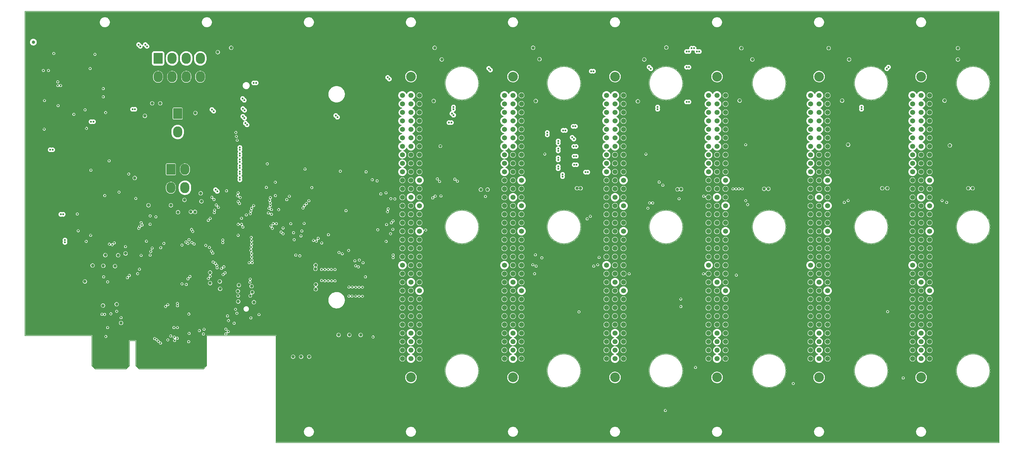
<source format=gbr>
G04 #@! TF.GenerationSoftware,KiCad,Pcbnew,6.0.7-f9a2dced07~116~ubuntu22.04.1*
G04 #@! TF.CreationDate,2023-05-31T10:56:09+01:00*
G04 #@! TF.ProjectId,hiltop_backplane_brd,68696c74-6f70-45f6-9261-636b706c616e,A*
G04 #@! TF.SameCoordinates,Original*
G04 #@! TF.FileFunction,Copper,L5,Inr*
G04 #@! TF.FilePolarity,Positive*
%FSLAX46Y46*%
G04 Gerber Fmt 4.6, Leading zero omitted, Abs format (unit mm)*
G04 Created by KiCad (PCBNEW 6.0.7-f9a2dced07~116~ubuntu22.04.1) date 2023-05-31 10:56:09*
%MOMM*%
%LPD*%
G01*
G04 APERTURE LIST*
G04 Aperture macros list*
%AMRoundRect*
0 Rectangle with rounded corners*
0 $1 Rounding radius*
0 $2 $3 $4 $5 $6 $7 $8 $9 X,Y pos of 4 corners*
0 Add a 4 corners polygon primitive as box body*
4,1,4,$2,$3,$4,$5,$6,$7,$8,$9,$2,$3,0*
0 Add four circle primitives for the rounded corners*
1,1,$1+$1,$2,$3*
1,1,$1+$1,$4,$5*
1,1,$1+$1,$6,$7*
1,1,$1+$1,$8,$9*
0 Add four rect primitives between the rounded corners*
20,1,$1+$1,$2,$3,$4,$5,0*
20,1,$1+$1,$4,$5,$6,$7,0*
20,1,$1+$1,$6,$7,$8,$9,0*
20,1,$1+$1,$8,$9,$2,$3,0*%
G04 Aperture macros list end*
G04 #@! TA.AperFunction,Profile*
%ADD10C,0.150000*%
G04 #@! TD*
G04 #@! TA.AperFunction,ComponentPad*
%ADD11C,2.900680*%
G04 #@! TD*
G04 #@! TA.AperFunction,ComponentPad*
%ADD12C,1.501140*%
G04 #@! TD*
G04 #@! TA.AperFunction,ComponentPad*
%ADD13RoundRect,0.250001X-1.099999X-1.399999X1.099999X-1.399999X1.099999X1.399999X-1.099999X1.399999X0*%
G04 #@! TD*
G04 #@! TA.AperFunction,ComponentPad*
%ADD14O,2.700000X3.300000*%
G04 #@! TD*
G04 #@! TA.AperFunction,ComponentPad*
%ADD15C,1.000000*%
G04 #@! TD*
G04 #@! TA.AperFunction,ViaPad*
%ADD16C,0.600000*%
G04 #@! TD*
G04 #@! TA.AperFunction,ViaPad*
%ADD17C,0.800000*%
G04 #@! TD*
G04 #@! TA.AperFunction,ViaPad*
%ADD18C,1.000000*%
G04 #@! TD*
G04 APERTURE END LIST*
D10*
X179840000Y-50700000D02*
G75*
G03*
X179840000Y-50700000I-5000000J0D01*
G01*
X210320000Y-50700000D02*
G75*
G03*
X210320000Y-50700000I-5000000J0D01*
G01*
X240800000Y-50700000D02*
G75*
G03*
X240800000Y-50700000I-5000000J0D01*
G01*
X210320000Y-93700000D02*
G75*
G03*
X210320000Y-93700000I-5000000J0D01*
G01*
X240800000Y-93700000D02*
G75*
G03*
X240800000Y-93700000I-5000000J0D01*
G01*
X179840000Y-136700000D02*
G75*
G03*
X179840000Y-136700000I-5000000J0D01*
G01*
X210320000Y-136700000D02*
G75*
G03*
X210320000Y-136700000I-5000000J0D01*
G01*
X240800000Y-136700000D02*
G75*
G03*
X240800000Y-136700000I-5000000J0D01*
G01*
X179840000Y-93700000D02*
G75*
G03*
X179840000Y-93700000I-5000000J0D01*
G01*
X271600000Y-136700000D02*
G75*
G03*
X271600000Y-136700000I-5000000J0D01*
G01*
X65300000Y-136200000D02*
X74500000Y-136200000D01*
X75500000Y-135200000D02*
X75500000Y-127700000D01*
X98600000Y-126200000D02*
X119300000Y-126200000D01*
X302080000Y-136700000D02*
G75*
G03*
X302080000Y-136700000I-5000000J0D01*
G01*
X332560000Y-93700000D02*
G75*
G03*
X332560000Y-93700000I-5000000J0D01*
G01*
X75500000Y-135200000D02*
X74500000Y-136200000D01*
X97600000Y-136200000D02*
X98600000Y-135200000D01*
X332560000Y-50700000D02*
G75*
G03*
X332560000Y-50700000I-5000000J0D01*
G01*
X271600000Y-50700000D02*
G75*
G03*
X271600000Y-50700000I-5000000J0D01*
G01*
X302080000Y-93700000D02*
G75*
G03*
X302080000Y-93700000I-5000000J0D01*
G01*
X44300000Y-29200000D02*
X335300000Y-29200000D01*
X64300000Y-135200000D02*
X64300000Y-126200000D01*
X271600000Y-93700000D02*
G75*
G03*
X271600000Y-93700000I-5000000J0D01*
G01*
X332560000Y-136700000D02*
G75*
G03*
X332560000Y-136700000I-5000000J0D01*
G01*
X77400000Y-135200000D02*
X78400000Y-136200000D01*
X119300000Y-136200000D02*
X119300000Y-158200000D01*
X44300000Y-126200000D02*
X44300000Y-29200000D01*
X119300000Y-126200000D02*
X119300000Y-136200000D01*
X78400000Y-136200000D02*
X97600000Y-136200000D01*
X64300000Y-135200000D02*
X65300000Y-136200000D01*
X75500000Y-127700000D02*
X77400000Y-127700000D01*
X98600000Y-135200000D02*
X98600000Y-127700000D01*
X335300000Y-29200000D02*
X335300000Y-158200000D01*
X302080000Y-50700000D02*
G75*
G03*
X302080000Y-50700000I-5000000J0D01*
G01*
X98600000Y-127700000D02*
X98600000Y-126200000D01*
X335300000Y-158200000D02*
X119300000Y-158200000D01*
X77400000Y-127700000D02*
X77400000Y-135200000D01*
X64300000Y-126200000D02*
X44300000Y-126200000D01*
D11*
X159600000Y-48703900D03*
X159600000Y-138696100D03*
D12*
X157060000Y-54330000D03*
X159600000Y-54330000D03*
X162140000Y-54330000D03*
X157060000Y-56870000D03*
X159600000Y-56870000D03*
X162140000Y-56870000D03*
X157060000Y-59410000D03*
X159600000Y-59410000D03*
X162140000Y-59410000D03*
X157060000Y-61950000D03*
X159600000Y-61950000D03*
X162140000Y-61950000D03*
X157060000Y-64490000D03*
X159600000Y-64490000D03*
X162140000Y-64490000D03*
X157060000Y-67030000D03*
X159600000Y-67030000D03*
X162140000Y-67030000D03*
X157060000Y-69570000D03*
X159600000Y-69570000D03*
X162140000Y-69570000D03*
X157060000Y-72110000D03*
X159600000Y-72110000D03*
X162140000Y-72110000D03*
X157060000Y-74650000D03*
X159600000Y-74650000D03*
X162140000Y-74650000D03*
X157060000Y-77190000D03*
X159600000Y-77190000D03*
X162140000Y-77190000D03*
X157060000Y-79730000D03*
X159600000Y-79730000D03*
X162140000Y-79730000D03*
X157060000Y-82270000D03*
X159600000Y-82270000D03*
X162140000Y-82270000D03*
X157060000Y-84810000D03*
X159600000Y-84810000D03*
X162140000Y-84810000D03*
X157060000Y-87350000D03*
X159600000Y-87350000D03*
X162140000Y-87350000D03*
X157060000Y-89890000D03*
X159600000Y-89890000D03*
X162140000Y-89890000D03*
X157060000Y-92430000D03*
X159600000Y-92430000D03*
X162140000Y-92430000D03*
X157060000Y-94970000D03*
X159600000Y-94970000D03*
X162140000Y-94970000D03*
X157060000Y-97510000D03*
X159600000Y-97510000D03*
X162140000Y-97510000D03*
X157060000Y-100050000D03*
X159600000Y-100050000D03*
X162140000Y-100050000D03*
X157060000Y-102590000D03*
X159600000Y-102590000D03*
X162140000Y-102590000D03*
X157060000Y-105130000D03*
X159600000Y-105130000D03*
X162140000Y-105130000D03*
X157060000Y-107670000D03*
X159600000Y-107670000D03*
X162140000Y-107670000D03*
X157060000Y-110210000D03*
X159600000Y-110210000D03*
X162140000Y-110210000D03*
X157060000Y-112750000D03*
X159600000Y-112750000D03*
X162140000Y-112750000D03*
X157060000Y-115290000D03*
X159600000Y-115290000D03*
X162140000Y-115290000D03*
X157060000Y-117830000D03*
X159600000Y-117830000D03*
X162140000Y-117830000D03*
X157060000Y-120370000D03*
X159600000Y-120370000D03*
X162140000Y-120370000D03*
X157060000Y-122910000D03*
X159600000Y-122910000D03*
X162140000Y-122910000D03*
X157060000Y-125450000D03*
X159600000Y-125450000D03*
X162140000Y-125450000D03*
X157060000Y-127990000D03*
X159600000Y-127990000D03*
X162140000Y-127990000D03*
X157060000Y-130530000D03*
X159600000Y-130530000D03*
X162140000Y-130530000D03*
X157060000Y-133070000D03*
X159600000Y-133070000D03*
X162140000Y-133070000D03*
D11*
X190080000Y-138696100D03*
X190080000Y-48703900D03*
D12*
X187540000Y-54330000D03*
X190080000Y-54330000D03*
X192620000Y-54330000D03*
X187540000Y-56870000D03*
X190080000Y-56870000D03*
X192620000Y-56870000D03*
X187540000Y-59410000D03*
X190080000Y-59410000D03*
X192620000Y-59410000D03*
X187540000Y-61950000D03*
X190080000Y-61950000D03*
X192620000Y-61950000D03*
X187540000Y-64490000D03*
X190080000Y-64490000D03*
X192620000Y-64490000D03*
X187540000Y-67030000D03*
X190080000Y-67030000D03*
X192620000Y-67030000D03*
X187540000Y-69570000D03*
X190080000Y-69570000D03*
X192620000Y-69570000D03*
X187540000Y-72110000D03*
X190080000Y-72110000D03*
X192620000Y-72110000D03*
X187540000Y-74650000D03*
X190080000Y-74650000D03*
X192620000Y-74650000D03*
X187540000Y-77190000D03*
X190080000Y-77190000D03*
X192620000Y-77190000D03*
X187540000Y-79730000D03*
X190080000Y-79730000D03*
X192620000Y-79730000D03*
X187540000Y-82270000D03*
X190080000Y-82270000D03*
X192620000Y-82270000D03*
X187540000Y-84810000D03*
X190080000Y-84810000D03*
X192620000Y-84810000D03*
X187540000Y-87350000D03*
X190080000Y-87350000D03*
X192620000Y-87350000D03*
X187540000Y-89890000D03*
X190080000Y-89890000D03*
X192620000Y-89890000D03*
X187540000Y-92430000D03*
X190080000Y-92430000D03*
X192620000Y-92430000D03*
X187540000Y-94970000D03*
X190080000Y-94970000D03*
X192620000Y-94970000D03*
X187540000Y-97510000D03*
X190080000Y-97510000D03*
X192620000Y-97510000D03*
X187540000Y-100050000D03*
X190080000Y-100050000D03*
X192620000Y-100050000D03*
X187540000Y-102590000D03*
X190080000Y-102590000D03*
X192620000Y-102590000D03*
X187540000Y-105130000D03*
X190080000Y-105130000D03*
X192620000Y-105130000D03*
X187540000Y-107670000D03*
X190080000Y-107670000D03*
X192620000Y-107670000D03*
X187540000Y-110210000D03*
X190080000Y-110210000D03*
X192620000Y-110210000D03*
X187540000Y-112750000D03*
X190080000Y-112750000D03*
X192620000Y-112750000D03*
X187540000Y-115290000D03*
X190080000Y-115290000D03*
X192620000Y-115290000D03*
X187540000Y-117830000D03*
X190080000Y-117830000D03*
X192620000Y-117830000D03*
X187540000Y-120370000D03*
X190080000Y-120370000D03*
X192620000Y-120370000D03*
X187540000Y-122910000D03*
X190080000Y-122910000D03*
X192620000Y-122910000D03*
X187540000Y-125450000D03*
X190080000Y-125450000D03*
X192620000Y-125450000D03*
X187540000Y-127990000D03*
X190080000Y-127990000D03*
X192620000Y-127990000D03*
X187540000Y-130530000D03*
X190080000Y-130530000D03*
X192620000Y-130530000D03*
X187540000Y-133070000D03*
X190080000Y-133070000D03*
X192620000Y-133070000D03*
D11*
X220560000Y-48703900D03*
X220560000Y-138696100D03*
D12*
X218020000Y-54330000D03*
X220560000Y-54330000D03*
X223100000Y-54330000D03*
X218020000Y-56870000D03*
X220560000Y-56870000D03*
X223100000Y-56870000D03*
X218020000Y-59410000D03*
X220560000Y-59410000D03*
X223100000Y-59410000D03*
X218020000Y-61950000D03*
X220560000Y-61950000D03*
X223100000Y-61950000D03*
X218020000Y-64490000D03*
X220560000Y-64490000D03*
X223100000Y-64490000D03*
X218020000Y-67030000D03*
X220560000Y-67030000D03*
X223100000Y-67030000D03*
X218020000Y-69570000D03*
X220560000Y-69570000D03*
X223100000Y-69570000D03*
X218020000Y-72110000D03*
X220560000Y-72110000D03*
X223100000Y-72110000D03*
X218020000Y-74650000D03*
X220560000Y-74650000D03*
X223100000Y-74650000D03*
X218020000Y-77190000D03*
X220560000Y-77190000D03*
X223100000Y-77190000D03*
X218020000Y-79730000D03*
X220560000Y-79730000D03*
X223100000Y-79730000D03*
X218020000Y-82270000D03*
X220560000Y-82270000D03*
X223100000Y-82270000D03*
X218020000Y-84810000D03*
X220560000Y-84810000D03*
X223100000Y-84810000D03*
X218020000Y-87350000D03*
X220560000Y-87350000D03*
X223100000Y-87350000D03*
X218020000Y-89890000D03*
X220560000Y-89890000D03*
X223100000Y-89890000D03*
X218020000Y-92430000D03*
X220560000Y-92430000D03*
X223100000Y-92430000D03*
X218020000Y-94970000D03*
X220560000Y-94970000D03*
X223100000Y-94970000D03*
X218020000Y-97510000D03*
X220560000Y-97510000D03*
X223100000Y-97510000D03*
X218020000Y-100050000D03*
X220560000Y-100050000D03*
X223100000Y-100050000D03*
X218020000Y-102590000D03*
X220560000Y-102590000D03*
X223100000Y-102590000D03*
X218020000Y-105130000D03*
X220560000Y-105130000D03*
X223100000Y-105130000D03*
X218020000Y-107670000D03*
X220560000Y-107670000D03*
X223100000Y-107670000D03*
X218020000Y-110210000D03*
X220560000Y-110210000D03*
X223100000Y-110210000D03*
X218020000Y-112750000D03*
X220560000Y-112750000D03*
X223100000Y-112750000D03*
X218020000Y-115290000D03*
X220560000Y-115290000D03*
X223100000Y-115290000D03*
X218020000Y-117830000D03*
X220560000Y-117830000D03*
X223100000Y-117830000D03*
X218020000Y-120370000D03*
X220560000Y-120370000D03*
X223100000Y-120370000D03*
X218020000Y-122910000D03*
X220560000Y-122910000D03*
X223100000Y-122910000D03*
X218020000Y-125450000D03*
X220560000Y-125450000D03*
X223100000Y-125450000D03*
X218020000Y-127990000D03*
X220560000Y-127990000D03*
X223100000Y-127990000D03*
X218020000Y-130530000D03*
X220560000Y-130530000D03*
X223100000Y-130530000D03*
X218020000Y-133070000D03*
X220560000Y-133070000D03*
X223100000Y-133070000D03*
D13*
X84074000Y-43268000D03*
D14*
X88274000Y-43268000D03*
X92474000Y-43268000D03*
X96674000Y-43268000D03*
X84074000Y-48768000D03*
X88274000Y-48768000D03*
X92474000Y-48768000D03*
X96674000Y-48768000D03*
D13*
X89916000Y-59778000D03*
D14*
X89916000Y-65278000D03*
D13*
X87884000Y-76454000D03*
D14*
X92084000Y-76454000D03*
X87884000Y-81954000D03*
X92084000Y-81954000D03*
D15*
X67600000Y-117200000D03*
X71700000Y-116800000D03*
X62200000Y-110000000D03*
X73000000Y-122400000D03*
X138000000Y-126000000D03*
X141200000Y-126000000D03*
X144600000Y-126000000D03*
X68300000Y-102100000D03*
X67700000Y-105300000D03*
X64500000Y-105200000D03*
X71200000Y-105400000D03*
X102600000Y-112200000D03*
X102500000Y-110000000D03*
X99600000Y-110500000D03*
X77090000Y-79040000D03*
X99600000Y-107300000D03*
X81200000Y-87200000D03*
X72130000Y-102140000D03*
X74350000Y-101620000D03*
X46800000Y-38400000D03*
X101900000Y-41400000D03*
X95200000Y-59600000D03*
X82300000Y-56700000D03*
X84700000Y-56700000D03*
X80120000Y-60470000D03*
X87900000Y-87200000D03*
X96800000Y-83600000D03*
X97010000Y-86030000D03*
X124400000Y-132500000D03*
D11*
X251040000Y-138696100D03*
X251040000Y-48703900D03*
D12*
X248500000Y-54330000D03*
X251040000Y-54330000D03*
X253580000Y-54330000D03*
X248500000Y-56870000D03*
X251040000Y-56870000D03*
X253580000Y-56870000D03*
X248500000Y-59410000D03*
X251040000Y-59410000D03*
X253580000Y-59410000D03*
X248500000Y-61950000D03*
X251040000Y-61950000D03*
X253580000Y-61950000D03*
X248500000Y-64490000D03*
X251040000Y-64490000D03*
X253580000Y-64490000D03*
X248500000Y-67030000D03*
X251040000Y-67030000D03*
X253580000Y-67030000D03*
X248500000Y-69570000D03*
X251040000Y-69570000D03*
X253580000Y-69570000D03*
X248500000Y-72110000D03*
X251040000Y-72110000D03*
X253580000Y-72110000D03*
X248500000Y-74650000D03*
X251040000Y-74650000D03*
X253580000Y-74650000D03*
X248500000Y-77190000D03*
X251040000Y-77190000D03*
X253580000Y-77190000D03*
X248500000Y-79730000D03*
X251040000Y-79730000D03*
X253580000Y-79730000D03*
X248500000Y-82270000D03*
X251040000Y-82270000D03*
X253580000Y-82270000D03*
X248500000Y-84810000D03*
X251040000Y-84810000D03*
X253580000Y-84810000D03*
X248500000Y-87350000D03*
X251040000Y-87350000D03*
X253580000Y-87350000D03*
X248500000Y-89890000D03*
X251040000Y-89890000D03*
X253580000Y-89890000D03*
X248500000Y-92430000D03*
X251040000Y-92430000D03*
X253580000Y-92430000D03*
X248500000Y-94970000D03*
X251040000Y-94970000D03*
X253580000Y-94970000D03*
X248500000Y-97510000D03*
X251040000Y-97510000D03*
X253580000Y-97510000D03*
X248500000Y-100050000D03*
X251040000Y-100050000D03*
X253580000Y-100050000D03*
X248500000Y-102590000D03*
X251040000Y-102590000D03*
X253580000Y-102590000D03*
X248500000Y-105130000D03*
X251040000Y-105130000D03*
X253580000Y-105130000D03*
X248500000Y-107670000D03*
X251040000Y-107670000D03*
X253580000Y-107670000D03*
X248500000Y-110210000D03*
X251040000Y-110210000D03*
X253580000Y-110210000D03*
X248500000Y-112750000D03*
X251040000Y-112750000D03*
X253580000Y-112750000D03*
X248500000Y-115290000D03*
X251040000Y-115290000D03*
X253580000Y-115290000D03*
X248500000Y-117830000D03*
X251040000Y-117830000D03*
X253580000Y-117830000D03*
X248500000Y-120370000D03*
X251040000Y-120370000D03*
X253580000Y-120370000D03*
X248500000Y-122910000D03*
X251040000Y-122910000D03*
X253580000Y-122910000D03*
X248500000Y-125450000D03*
X251040000Y-125450000D03*
X253580000Y-125450000D03*
X248500000Y-127990000D03*
X251040000Y-127990000D03*
X253580000Y-127990000D03*
X248500000Y-130530000D03*
X251040000Y-130530000D03*
X253580000Y-130530000D03*
X248500000Y-133070000D03*
X251040000Y-133070000D03*
X253580000Y-133070000D03*
D15*
X129200000Y-132500000D03*
D11*
X312000000Y-138696100D03*
X312000000Y-48703900D03*
D12*
X309460000Y-54330000D03*
X312000000Y-54330000D03*
X314540000Y-54330000D03*
X309460000Y-56870000D03*
X312000000Y-56870000D03*
X314540000Y-56870000D03*
X309460000Y-59410000D03*
X312000000Y-59410000D03*
X314540000Y-59410000D03*
X309460000Y-61950000D03*
X312000000Y-61950000D03*
X314540000Y-61950000D03*
X309460000Y-64490000D03*
X312000000Y-64490000D03*
X314540000Y-64490000D03*
X309460000Y-67030000D03*
X312000000Y-67030000D03*
X314540000Y-67030000D03*
X309460000Y-69570000D03*
X312000000Y-69570000D03*
X314540000Y-69570000D03*
X309460000Y-72110000D03*
X312000000Y-72110000D03*
X314540000Y-72110000D03*
X309460000Y-74650000D03*
X312000000Y-74650000D03*
X314540000Y-74650000D03*
X309460000Y-77190000D03*
X312000000Y-77190000D03*
X314540000Y-77190000D03*
X309460000Y-79730000D03*
X312000000Y-79730000D03*
X314540000Y-79730000D03*
X309460000Y-82270000D03*
X312000000Y-82270000D03*
X314540000Y-82270000D03*
X309460000Y-84810000D03*
X312000000Y-84810000D03*
X314540000Y-84810000D03*
X309460000Y-87350000D03*
X312000000Y-87350000D03*
X314540000Y-87350000D03*
X309460000Y-89890000D03*
X312000000Y-89890000D03*
X314540000Y-89890000D03*
X309460000Y-92430000D03*
X312000000Y-92430000D03*
X314540000Y-92430000D03*
X309460000Y-94970000D03*
X312000000Y-94970000D03*
X314540000Y-94970000D03*
X309460000Y-97510000D03*
X312000000Y-97510000D03*
X314540000Y-97510000D03*
X309460000Y-100050000D03*
X312000000Y-100050000D03*
X314540000Y-100050000D03*
X309460000Y-102590000D03*
X312000000Y-102590000D03*
X314540000Y-102590000D03*
X309460000Y-105130000D03*
X312000000Y-105130000D03*
X314540000Y-105130000D03*
X309460000Y-107670000D03*
X312000000Y-107670000D03*
X314540000Y-107670000D03*
X309460000Y-110210000D03*
X312000000Y-110210000D03*
X314540000Y-110210000D03*
X309460000Y-112750000D03*
X312000000Y-112750000D03*
X314540000Y-112750000D03*
X309460000Y-115290000D03*
X312000000Y-115290000D03*
X314540000Y-115290000D03*
X309460000Y-117830000D03*
X312000000Y-117830000D03*
X314540000Y-117830000D03*
X309460000Y-120370000D03*
X312000000Y-120370000D03*
X314540000Y-120370000D03*
X309460000Y-122910000D03*
X312000000Y-122910000D03*
X314540000Y-122910000D03*
X309460000Y-125450000D03*
X312000000Y-125450000D03*
X314540000Y-125450000D03*
X309460000Y-127990000D03*
X312000000Y-127990000D03*
X314540000Y-127990000D03*
X309460000Y-130530000D03*
X312000000Y-130530000D03*
X314540000Y-130530000D03*
X309460000Y-133070000D03*
X312000000Y-133070000D03*
X314540000Y-133070000D03*
D11*
X281520000Y-138696100D03*
X281520000Y-48703900D03*
D12*
X278980000Y-54330000D03*
X281520000Y-54330000D03*
X284060000Y-54330000D03*
X278980000Y-56870000D03*
X281520000Y-56870000D03*
X284060000Y-56870000D03*
X278980000Y-59410000D03*
X281520000Y-59410000D03*
X284060000Y-59410000D03*
X278980000Y-61950000D03*
X281520000Y-61950000D03*
X284060000Y-61950000D03*
X278980000Y-64490000D03*
X281520000Y-64490000D03*
X284060000Y-64490000D03*
X278980000Y-67030000D03*
X281520000Y-67030000D03*
X284060000Y-67030000D03*
X278980000Y-69570000D03*
X281520000Y-69570000D03*
X284060000Y-69570000D03*
X278980000Y-72110000D03*
X281520000Y-72110000D03*
X284060000Y-72110000D03*
X278980000Y-74650000D03*
X281520000Y-74650000D03*
X284060000Y-74650000D03*
X278980000Y-77190000D03*
X281520000Y-77190000D03*
X284060000Y-77190000D03*
X278980000Y-79730000D03*
X281520000Y-79730000D03*
X284060000Y-79730000D03*
X278980000Y-82270000D03*
X281520000Y-82270000D03*
X284060000Y-82270000D03*
X278980000Y-84810000D03*
X281520000Y-84810000D03*
X284060000Y-84810000D03*
X278980000Y-87350000D03*
X281520000Y-87350000D03*
X284060000Y-87350000D03*
X278980000Y-89890000D03*
X281520000Y-89890000D03*
X284060000Y-89890000D03*
X278980000Y-92430000D03*
X281520000Y-92430000D03*
X284060000Y-92430000D03*
X278980000Y-94970000D03*
X281520000Y-94970000D03*
X284060000Y-94970000D03*
X278980000Y-97510000D03*
X281520000Y-97510000D03*
X284060000Y-97510000D03*
X278980000Y-100050000D03*
X281520000Y-100050000D03*
X284060000Y-100050000D03*
X278980000Y-102590000D03*
X281520000Y-102590000D03*
X284060000Y-102590000D03*
X278980000Y-105130000D03*
X281520000Y-105130000D03*
X284060000Y-105130000D03*
X278980000Y-107670000D03*
X281520000Y-107670000D03*
X284060000Y-107670000D03*
X278980000Y-110210000D03*
X281520000Y-110210000D03*
X284060000Y-110210000D03*
X278980000Y-112750000D03*
X281520000Y-112750000D03*
X284060000Y-112750000D03*
X278980000Y-115290000D03*
X281520000Y-115290000D03*
X284060000Y-115290000D03*
X278980000Y-117830000D03*
X281520000Y-117830000D03*
X284060000Y-117830000D03*
X278980000Y-120370000D03*
X281520000Y-120370000D03*
X284060000Y-120370000D03*
X278980000Y-122910000D03*
X281520000Y-122910000D03*
X284060000Y-122910000D03*
X278980000Y-125450000D03*
X281520000Y-125450000D03*
X284060000Y-125450000D03*
X278980000Y-127990000D03*
X281520000Y-127990000D03*
X284060000Y-127990000D03*
X278980000Y-130530000D03*
X281520000Y-130530000D03*
X284060000Y-130530000D03*
X278980000Y-133070000D03*
X281520000Y-133070000D03*
X284060000Y-133070000D03*
D15*
X126800000Y-132500000D03*
D16*
X82500000Y-32000000D03*
X72500000Y-32000000D03*
X62500000Y-32000000D03*
X92500000Y-32000000D03*
X102500000Y-32000000D03*
X112500000Y-32000000D03*
X125000000Y-32000000D03*
X135000000Y-32000000D03*
X145000000Y-32000000D03*
X155000000Y-32000000D03*
X165000000Y-32000000D03*
X175000000Y-32000000D03*
X185000000Y-32000000D03*
X195000000Y-32000000D03*
X215000000Y-32000000D03*
X205000000Y-32000000D03*
X236000000Y-32000000D03*
X232500000Y-77500000D03*
X238300000Y-76800000D03*
X234700000Y-145400000D03*
X240000000Y-142500000D03*
X247000000Y-155000000D03*
X225000000Y-155000000D03*
X236000000Y-155000000D03*
X215000000Y-155000000D03*
X195000000Y-155000000D03*
X205000000Y-155000000D03*
X185000000Y-155000000D03*
X165000000Y-155000000D03*
X177500000Y-155000000D03*
X152500000Y-155000000D03*
X132500000Y-155000000D03*
X142500000Y-155000000D03*
X122500000Y-155000000D03*
X122200000Y-129000000D03*
X142500000Y-140000000D03*
X122500000Y-140000000D03*
X60000000Y-120000000D03*
X65070000Y-119100000D03*
X60000000Y-125000000D03*
X52500000Y-125000000D03*
X45000000Y-125000000D03*
X45000000Y-117500000D03*
X45000000Y-110000000D03*
X47500000Y-100000000D03*
X47500000Y-82500000D03*
X47500000Y-72500000D03*
X47500000Y-65000000D03*
X47500000Y-57500000D03*
X45000000Y-57500000D03*
X45000000Y-65000000D03*
X45000000Y-82500000D03*
X45000000Y-100000000D03*
X57500000Y-117500000D03*
X60000000Y-107500000D03*
X55000000Y-100000000D03*
X47500000Y-80000000D03*
X100200000Y-61370000D03*
X85000000Y-62500000D03*
X85000000Y-70000000D03*
X92500000Y-70000000D03*
X84600000Y-87600000D03*
X97900000Y-81700000D03*
X170000000Y-97500000D03*
X167500000Y-92500000D03*
X180000000Y-97500000D03*
X170000000Y-105000000D03*
X180000000Y-105000000D03*
X175500000Y-116600000D03*
X200000000Y-110600000D03*
X212300000Y-110500000D03*
X217500000Y-142500000D03*
X225000000Y-142500000D03*
X102500000Y-70000000D03*
X75000000Y-67500000D03*
X61976000Y-53086000D03*
X60506000Y-51616000D03*
X63446000Y-51616000D03*
X60506000Y-54556000D03*
X63446000Y-54556000D03*
X69450000Y-89770000D03*
X75000000Y-89770000D03*
X69450000Y-95650000D03*
X75000000Y-95650000D03*
X54600000Y-97380000D03*
X179900000Y-142390000D03*
X186500000Y-147600000D03*
X193200000Y-142200000D03*
X72390000Y-92710000D03*
X185200000Y-59400000D03*
X51400000Y-42600000D03*
X75350000Y-81110000D03*
X62000000Y-102000000D03*
X206400000Y-75000000D03*
X104750000Y-87370000D03*
X92057984Y-127242016D03*
X116900000Y-101900000D03*
X116110000Y-102050000D03*
X91600000Y-113800000D03*
D17*
X128800000Y-115800000D03*
D16*
X123900000Y-102000000D03*
X277000000Y-155000000D03*
X297000000Y-155000000D03*
X277300000Y-81800000D03*
X133600000Y-61900000D03*
X260000000Y-72000000D03*
X211500000Y-54540000D03*
X112600000Y-71900000D03*
X295000000Y-114800000D03*
X49200000Y-54400000D03*
X206030000Y-69430000D03*
X149200000Y-97200000D03*
X80000000Y-96550000D03*
X104740000Y-85570000D03*
X67175000Y-84000000D03*
X111600000Y-76500000D03*
X110400000Y-99900000D03*
X208400000Y-119000000D03*
X148200000Y-112400000D03*
X325000000Y-32000000D03*
X104670000Y-74940000D03*
X110400000Y-103500000D03*
X225000000Y-32000000D03*
X78080000Y-95480000D03*
X317000000Y-155000000D03*
X94155191Y-128113421D03*
X80100000Y-113600000D03*
X74980000Y-87270000D03*
X111400000Y-74700000D03*
X73020000Y-85550000D03*
X50000000Y-51400000D03*
X90190000Y-128119986D03*
X62080000Y-86090000D03*
X64490000Y-47550000D03*
X117300000Y-104624500D03*
X111600000Y-72700000D03*
X116400000Y-99924501D03*
X205700000Y-79800000D03*
X205390000Y-67050000D03*
X241000000Y-90000000D03*
X63220000Y-90270000D03*
X104700000Y-71150000D03*
X72330000Y-73910000D03*
X203800000Y-122899500D03*
X212368761Y-117368761D03*
X290800000Y-115600000D03*
X204470000Y-62200000D03*
X112780006Y-112300010D03*
X278000000Y-32000000D03*
X110400000Y-98200000D03*
X78910000Y-91070000D03*
D17*
X132400000Y-111800000D03*
D16*
X174290000Y-59580000D03*
X304400000Y-133900000D03*
X267000000Y-32000000D03*
X104600000Y-91000000D03*
X98124980Y-127902103D03*
X111699998Y-115200000D03*
X59200000Y-42800000D03*
X155150000Y-45870000D03*
X116094000Y-89486000D03*
X180800000Y-46100000D03*
X104730000Y-69390000D03*
X296800000Y-122800000D03*
X65500000Y-66110000D03*
X239100000Y-66500000D03*
X230700000Y-47800000D03*
X70600000Y-65400000D03*
X104580000Y-92880000D03*
X62820000Y-66380000D03*
X104760000Y-107160000D03*
X62230000Y-82880000D03*
X333000000Y-155000000D03*
X112682461Y-114100022D03*
X63980000Y-125060000D03*
X308000000Y-155000000D03*
X104620000Y-96300000D03*
X63000000Y-74000000D03*
X71600000Y-60600000D03*
X70220000Y-128240000D03*
X333000000Y-119000000D03*
X116422375Y-92972375D03*
X101200000Y-124800000D03*
X290800000Y-93100000D03*
X239900000Y-119500000D03*
X147500000Y-107300000D03*
X116000000Y-110100000D03*
X116003998Y-87686000D03*
X255000000Y-155000000D03*
X119600000Y-96574500D03*
X294200000Y-60500000D03*
X72950000Y-98170000D03*
X66790000Y-93485010D03*
X211200000Y-46900000D03*
X67440000Y-128220000D03*
X113400000Y-46400000D03*
X308000000Y-32000000D03*
X65420000Y-86210000D03*
X104070000Y-62180000D03*
X333000000Y-61000000D03*
X45000000Y-32000000D03*
X115996000Y-84086000D03*
X56000000Y-74600000D03*
X104800000Y-115000000D03*
X242200000Y-132400000D03*
X50800000Y-57400000D03*
X269400000Y-146100000D03*
X103900000Y-76570000D03*
X104680000Y-72670000D03*
X285000000Y-32000000D03*
X61700000Y-64200000D03*
X333000000Y-140000000D03*
X333000000Y-76000000D03*
X261500000Y-119100000D03*
X199000000Y-93600000D03*
X150700000Y-80100000D03*
X211000000Y-85000000D03*
X104700000Y-112000000D03*
X316000000Y-49000000D03*
X205200000Y-123000000D03*
X284400000Y-50800000D03*
X112900000Y-84700000D03*
X202400000Y-123000000D03*
X69000000Y-113000000D03*
X224800000Y-147800000D03*
X104700000Y-113600000D03*
X238150000Y-114950000D03*
X71150000Y-46050000D03*
X316000000Y-32000000D03*
X206090000Y-72000000D03*
X73240000Y-128180000D03*
X293400000Y-142500000D03*
X81674990Y-129100000D03*
X259800000Y-94000000D03*
X247000000Y-32000000D03*
X206500000Y-148400000D03*
X104080000Y-63930000D03*
X301600000Y-80500000D03*
X109800000Y-120800000D03*
X232400000Y-59800000D03*
X300200000Y-119200000D03*
X333000000Y-44000000D03*
X103800000Y-93300000D03*
X295600000Y-122800500D03*
X70357994Y-101697994D03*
X104670000Y-105330000D03*
X228400000Y-93600000D03*
X70600000Y-51800000D03*
X58300000Y-62700000D03*
X333000000Y-32000000D03*
X116100000Y-94800000D03*
X303200000Y-115000000D03*
X203110000Y-114860000D03*
X107820000Y-109650000D03*
X224400000Y-49800000D03*
X295400000Y-148200000D03*
X169630000Y-64560000D03*
X63080000Y-96190000D03*
X301700000Y-69700000D03*
X70130000Y-70460000D03*
X87194635Y-128129546D03*
X74500000Y-128040000D03*
X293800000Y-122800000D03*
X116046000Y-85886000D03*
X117100000Y-70000000D03*
X256000000Y-49000000D03*
X266000000Y-155000000D03*
X75434429Y-86354990D03*
X116850000Y-91250000D03*
X269300000Y-67200000D03*
X114860000Y-52740000D03*
X112990000Y-64290000D03*
X70500000Y-54800000D03*
X83751002Y-128491136D03*
X150400000Y-132000000D03*
X67490000Y-88240000D03*
X86300000Y-105800000D03*
X76700000Y-113600000D03*
X67710000Y-70190000D03*
X99100000Y-102250000D03*
X66740000Y-96900000D03*
X124200000Y-86600000D03*
X104050000Y-54430000D03*
X112600000Y-81900000D03*
X301800000Y-89600000D03*
X135000000Y-97100000D03*
X66310000Y-95470000D03*
X63420000Y-83120000D03*
X136000000Y-123400000D03*
X54400000Y-83600000D03*
X125900000Y-72400000D03*
X104590000Y-89130000D03*
X294800000Y-69700000D03*
X116090000Y-103875000D03*
X303900000Y-46000000D03*
X137490000Y-58280000D03*
X270700000Y-98500000D03*
X264500000Y-84700000D03*
X212000000Y-94000000D03*
X110400000Y-101800000D03*
X286000000Y-155000000D03*
X116090000Y-71440000D03*
X333000000Y-98000000D03*
X143000000Y-89000000D03*
X255000000Y-32000000D03*
X65860000Y-94260000D03*
X87300000Y-91000000D03*
X72200000Y-65400000D03*
X248800000Y-41000000D03*
X297000000Y-32000000D03*
X169500000Y-74300000D03*
X309200000Y-146600000D03*
X137000000Y-50800000D03*
X75650000Y-101090000D03*
X90940000Y-119680000D03*
X69530795Y-98826672D03*
X71000000Y-98469994D03*
X54940000Y-51390000D03*
X51308000Y-46880000D03*
X63920000Y-96190000D03*
X68130000Y-84290000D03*
X81675000Y-92874990D03*
X70347869Y-99003359D03*
X80580000Y-97960000D03*
X72400000Y-83260000D03*
X74320000Y-99570000D03*
X81696239Y-90363761D03*
X64050000Y-62200000D03*
X56250000Y-97600000D03*
X64750000Y-62200000D03*
X56250000Y-98300000D03*
X52550000Y-70600000D03*
X55015775Y-89916020D03*
X55715775Y-89916020D03*
X51850000Y-70600000D03*
X49784000Y-46880000D03*
X54130000Y-51400000D03*
X86275021Y-117485578D03*
X152150000Y-83475500D03*
X259600000Y-85800000D03*
X290214430Y-85785570D03*
X89876628Y-117269949D03*
X318285570Y-85785570D03*
X101450000Y-87100000D03*
X166100000Y-85000000D03*
X319650000Y-86350000D03*
X289050000Y-86350000D03*
X86995807Y-116934461D03*
X102080000Y-87800000D03*
X150600000Y-83800000D03*
X260200000Y-87000000D03*
X89831810Y-116571373D03*
X99043760Y-91713762D03*
X154270000Y-91870000D03*
X212233750Y-91266250D03*
X89870000Y-123790000D03*
X88790000Y-123780000D03*
X99647778Y-91109744D03*
X213200000Y-90500000D03*
X80747488Y-39647488D03*
X243450000Y-40223942D03*
X244150000Y-40223942D03*
X80252512Y-39152512D03*
X78747488Y-39647488D03*
X245050000Y-41202252D03*
X245750000Y-41202252D03*
X78252512Y-39152512D03*
X68985009Y-123783744D03*
X105045105Y-124987583D03*
X111800000Y-120900000D03*
X106800000Y-122500000D03*
X240250000Y-117500000D03*
X104311799Y-124254277D03*
X73025042Y-120825042D03*
X240200000Y-115250000D03*
X107600000Y-119500000D03*
X104300000Y-125700000D03*
X148300000Y-126600000D03*
X104800000Y-120300000D03*
X68459999Y-126440000D03*
X235600000Y-148600000D03*
X69955000Y-119655000D03*
X105103737Y-121689992D03*
X107200000Y-118311915D03*
X71700000Y-118900009D03*
X114200000Y-119900000D03*
X94825010Y-98769359D03*
X94130000Y-98340000D03*
X93200002Y-128000000D03*
X89800365Y-126963620D03*
X94413625Y-95024099D03*
X88898304Y-126632505D03*
X153740000Y-92460000D03*
X94051537Y-94425008D03*
X88991781Y-127674516D03*
X100870000Y-89410000D03*
X100930000Y-88650000D03*
X87846752Y-126295045D03*
X100790000Y-85500000D03*
X86966752Y-127459629D03*
X148050000Y-79550000D03*
X166850000Y-84450000D03*
X168561693Y-84419937D03*
X100130000Y-84820000D03*
X168150000Y-80100000D03*
X146200000Y-77200000D03*
X173500000Y-80000000D03*
X84801013Y-128438481D03*
X172700000Y-79400000D03*
X84174968Y-127901453D03*
X107700000Y-67750000D03*
X167500000Y-79300000D03*
X107450000Y-66600000D03*
X83649958Y-127424357D03*
X107300000Y-65400000D03*
X83034191Y-127091420D03*
X146019997Y-108604990D03*
X67300000Y-119810000D03*
X68100000Y-119850000D03*
D18*
X91948000Y-85598000D03*
D16*
X67700000Y-52300000D03*
X259600000Y-69100000D03*
X50140000Y-55890000D03*
D18*
X290200000Y-69100000D03*
D17*
X168400000Y-69500000D03*
D16*
X54210000Y-57400000D03*
X199600000Y-71900000D03*
X58900000Y-60000000D03*
D18*
X320600000Y-69300000D03*
D16*
X62250000Y-58650000D03*
X62600000Y-98010000D03*
X93270000Y-119740000D03*
X63990000Y-76700000D03*
X302000000Y-119000000D03*
X229800000Y-71900000D03*
D18*
X131170000Y-112290000D03*
D16*
X63760000Y-46300000D03*
X52899998Y-41776500D03*
X54098761Y-50261239D03*
X83410000Y-90650000D03*
X65200000Y-42050000D03*
X93350000Y-125520000D03*
X68390000Y-59460000D03*
X67700000Y-54749500D03*
X209800000Y-119074500D03*
X60198000Y-94842000D03*
X59930000Y-89800000D03*
X75300000Y-77850000D03*
X69460000Y-73910000D03*
X50050000Y-64450000D03*
X77396239Y-85153761D03*
X62700000Y-64200000D03*
D18*
X90020000Y-89270000D03*
X131200000Y-110900000D03*
X131140000Y-105125010D03*
X95095000Y-89175000D03*
X93860000Y-89150002D03*
X131078699Y-106223312D03*
X288400000Y-55900000D03*
X319000000Y-55900000D03*
X196900000Y-56000000D03*
X257800000Y-55900000D03*
X166400000Y-56000000D03*
X227400000Y-56100000D03*
X196100000Y-40100000D03*
X166700000Y-40100000D03*
X323000000Y-40200000D03*
X258300000Y-40200000D03*
X105900000Y-40100000D03*
X235900000Y-40000000D03*
X284400000Y-40200000D03*
X290500000Y-43600000D03*
X198000000Y-43500000D03*
X229300000Y-43600000D03*
X261600000Y-43600000D03*
X168800000Y-43600000D03*
X323000000Y-43600000D03*
X301894500Y-82105500D03*
X240300000Y-82400000D03*
X239223000Y-82423000D03*
X182500000Y-82500000D03*
X266394500Y-82300000D03*
X180500000Y-82500000D03*
X209194500Y-82105500D03*
X326105500Y-82105500D03*
X265105500Y-82300000D03*
X210280000Y-82100000D03*
X327394500Y-82105500D03*
X300394500Y-82105500D03*
D17*
X108000000Y-114300000D03*
X111600000Y-114300000D03*
D18*
X112700000Y-116200000D03*
X108000000Y-116000000D03*
X108200000Y-111100000D03*
X112000000Y-111400000D03*
X107900000Y-112900000D03*
X112200012Y-113200012D03*
D16*
X112000000Y-102600000D03*
X126400000Y-102300000D03*
X134944585Y-96002108D03*
X142100000Y-111685000D03*
X141100000Y-111685000D03*
X154300000Y-102064990D03*
X112000000Y-101600000D03*
X139100000Y-101700000D03*
X136900000Y-106400000D03*
X111800000Y-100700000D03*
X138094990Y-101305010D03*
X111900000Y-99700000D03*
X135800000Y-106400000D03*
X141000000Y-100700000D03*
X142833977Y-103798069D03*
X112100000Y-103600000D03*
X143100000Y-105300000D03*
X143100000Y-111700000D03*
X112200000Y-104400000D03*
X145300000Y-104400000D03*
X144100000Y-111715000D03*
X111300000Y-104400000D03*
X143900000Y-105644990D03*
X145100000Y-111715000D03*
X144169364Y-103573113D03*
X112650000Y-50600000D03*
X183347488Y-46747488D03*
X231247488Y-46347488D03*
X294200000Y-57790000D03*
X172300000Y-57790000D03*
X233300000Y-57790000D03*
X301752512Y-46347488D03*
X172300000Y-58490000D03*
X230752512Y-45852512D03*
X113350000Y-50600000D03*
X302247488Y-45852512D03*
X294200000Y-58490000D03*
X182852512Y-46252512D03*
X233300000Y-58490000D03*
X153147488Y-49447488D03*
X109817488Y-55777488D03*
X152652512Y-48952512D03*
X109322512Y-55282512D03*
X100647488Y-59047488D03*
X137647488Y-60847488D03*
X100152512Y-58552512D03*
X137152512Y-60352512D03*
X112000000Y-98800000D03*
X224800000Y-107700000D03*
X132968731Y-98484833D03*
X256800000Y-108100000D03*
X196530000Y-107670000D03*
X247000000Y-107700000D03*
X134900000Y-106400000D03*
X133900000Y-106400000D03*
X112000000Y-97800000D03*
X131366099Y-97920246D03*
X130487518Y-97725010D03*
X111900000Y-96800000D03*
X132900000Y-106400000D03*
X138500000Y-77000000D03*
X116700000Y-74800000D03*
X154300000Y-102875989D03*
X125200000Y-102100000D03*
X126736817Y-96366043D03*
X152200000Y-98000000D03*
X153500000Y-95700000D03*
X126999980Y-94900024D03*
X152301710Y-92969736D03*
X127712288Y-92638258D03*
X127373003Y-88000000D03*
X152600000Y-89100000D03*
X152797137Y-88285685D03*
X127800000Y-87300000D03*
X128400000Y-86700000D03*
X181850000Y-84550000D03*
X129100000Y-85849929D03*
X127978193Y-76378191D03*
X170980000Y-62470000D03*
X109372512Y-60612512D03*
X109867488Y-61107488D03*
X171680000Y-62470000D03*
X171852512Y-59752512D03*
X109403751Y-58287604D03*
X172347488Y-60247488D03*
X109898727Y-58782580D03*
X214150000Y-47100000D03*
X110647488Y-63147488D03*
X110152512Y-62652512D03*
X213450000Y-47100000D03*
X108500000Y-70600000D03*
X208750000Y-63600000D03*
X108500000Y-69900000D03*
X208050000Y-63600000D03*
X123300000Y-84500000D03*
X154800000Y-85300000D03*
X153600000Y-85200000D03*
X122500000Y-85500000D03*
X149500000Y-79900000D03*
X119092628Y-80307372D03*
X154200000Y-94400000D03*
X124524500Y-95400000D03*
X123700000Y-92700000D03*
X164000000Y-94600000D03*
X131900000Y-97100045D03*
X214200000Y-105400000D03*
X197000000Y-105400000D03*
X124713179Y-97499774D03*
X196000000Y-105000000D03*
X140200000Y-88800000D03*
X120100000Y-88500000D03*
X215400000Y-105000000D03*
X130000000Y-81900000D03*
X198700000Y-102900000D03*
X116400000Y-81850000D03*
X215800000Y-102800000D03*
X119100000Y-84300000D03*
X149684018Y-94524979D03*
X196800000Y-102030011D03*
X121400000Y-94000000D03*
X103400000Y-97600000D03*
X85800000Y-98600000D03*
X132900000Y-109700000D03*
X84874990Y-99902963D03*
X103400000Y-98400000D03*
X133900000Y-109800000D03*
X98300000Y-99200000D03*
X82300000Y-100000000D03*
X134900000Y-109800000D03*
X81900000Y-101000000D03*
X135900000Y-109800000D03*
X99400000Y-99800000D03*
X100000000Y-100900000D03*
X136900000Y-109800000D03*
X81700000Y-102100000D03*
X79000000Y-102200000D03*
X100400000Y-101500000D03*
X141100000Y-114385000D03*
X142000000Y-114385000D03*
X100497037Y-104174990D03*
X78500000Y-106325010D03*
X77954001Y-107654001D03*
X101167701Y-104574990D03*
X143100000Y-114400000D03*
X101613055Y-105226110D03*
X144100000Y-114415000D03*
X75490000Y-108190000D03*
X74900000Y-108874990D03*
X101702627Y-105920368D03*
X145100000Y-114415000D03*
X103700000Y-105600000D03*
X103000000Y-106100000D03*
X104100000Y-107400000D03*
X67800000Y-108600000D03*
X103500000Y-107900000D03*
X69000000Y-110100000D03*
X78613055Y-93485010D03*
X92400000Y-98200000D03*
X92500000Y-110900000D03*
X111600000Y-109300000D03*
X93600001Y-108528102D03*
X79000000Y-92400000D03*
X99640107Y-108414153D03*
X93300000Y-97500000D03*
X91200000Y-99100000D03*
X91200000Y-110700000D03*
X78295497Y-94108847D03*
X111500000Y-110200000D03*
X93000000Y-109200000D03*
X92974990Y-98600000D03*
X99100000Y-109100000D03*
X79300000Y-93100000D03*
X96400000Y-124700000D03*
X244600000Y-135700000D03*
X273800000Y-140500000D03*
X97800000Y-124300000D03*
X306650000Y-138850000D03*
X97600000Y-125700000D03*
X205750000Y-64800000D03*
X200337520Y-66149806D03*
X108500000Y-72400000D03*
X205050000Y-64800000D03*
X108500000Y-71700000D03*
X200337520Y-65449806D03*
X203600000Y-68650000D03*
X208260261Y-67392876D03*
X108500000Y-74200000D03*
X203600000Y-67950000D03*
X108463363Y-73466093D03*
X207765285Y-66897900D03*
X203600000Y-70950000D03*
X108500000Y-76000000D03*
X208950000Y-69612595D03*
X108500000Y-75300000D03*
X203600000Y-70250000D03*
X208250000Y-69612595D03*
X108500000Y-77800000D03*
X203600000Y-73650000D03*
X208992389Y-72526676D03*
X203600000Y-72950000D03*
X208292389Y-72526676D03*
X108500000Y-77100000D03*
X209071496Y-75071680D03*
X203600000Y-76250000D03*
X108500000Y-79600000D03*
X203600000Y-75550000D03*
X208371496Y-75071680D03*
X108500000Y-78900000D03*
X204900000Y-78650000D03*
X101747488Y-83047488D03*
X212450000Y-77300000D03*
X211750000Y-77300000D03*
X101252512Y-82552512D03*
X204900000Y-77950000D03*
X104524500Y-82870878D03*
X108000000Y-83500000D03*
X107800000Y-84350000D03*
X231800000Y-86500000D03*
X117600000Y-84900000D03*
X233750000Y-80250000D03*
X108598436Y-84868913D03*
X230902672Y-86474307D03*
X234850000Y-81200000D03*
X117400000Y-85700000D03*
X108000000Y-86100000D03*
X247050000Y-84475500D03*
X239700000Y-85261070D03*
X230378688Y-88081718D03*
X117600000Y-86500000D03*
X108400000Y-86700000D03*
X117600000Y-87300000D03*
X112600000Y-87300000D03*
X117200000Y-88100000D03*
X112000000Y-88100000D03*
X117925500Y-88479500D03*
X111800000Y-88900000D03*
X117000000Y-89500000D03*
X111600000Y-89700000D03*
X117925500Y-89884394D03*
X110408628Y-90076872D03*
X119400000Y-92700000D03*
X109000000Y-91100000D03*
X118500000Y-92700000D03*
X108000000Y-92900000D03*
X117800000Y-93400000D03*
X255800000Y-82300000D03*
X109000000Y-92900000D03*
X256700000Y-82300000D03*
X118200000Y-94100000D03*
X109400000Y-93700000D03*
X257600000Y-82300000D03*
X120800000Y-95200000D03*
X108000000Y-96199512D03*
X258600000Y-82300000D03*
X121400000Y-95700000D03*
X77150000Y-58500000D03*
X241950000Y-56300000D03*
X241950000Y-45899500D03*
X241950000Y-41200000D03*
X242650000Y-56300000D03*
X76450000Y-58500000D03*
X242650000Y-41200000D03*
X242650000Y-45899500D03*
G04 #@! TA.AperFunction,Conductor*
G36*
X335114621Y-29347502D02*
G01*
X335161114Y-29401158D01*
X335172500Y-29453500D01*
X335172500Y-157946500D01*
X335152498Y-158014621D01*
X335098842Y-158061114D01*
X335046500Y-158072500D01*
X119553500Y-158072500D01*
X119485379Y-158052498D01*
X119438886Y-157998842D01*
X119427500Y-157946500D01*
X119427500Y-155055028D01*
X127618025Y-155055028D01*
X127655347Y-155298930D01*
X127732003Y-155533460D01*
X127845935Y-155752321D01*
X127994083Y-155949636D01*
X128172468Y-156120104D01*
X128176740Y-156123018D01*
X128176741Y-156123019D01*
X128205893Y-156142905D01*
X128376300Y-156259149D01*
X128488202Y-156311092D01*
X128595409Y-156360856D01*
X128595413Y-156360857D01*
X128600104Y-156363035D01*
X128837871Y-156428974D01*
X128843008Y-156429523D01*
X129035957Y-156450144D01*
X129035965Y-156450144D01*
X129039292Y-156450500D01*
X129182554Y-156450500D01*
X129185127Y-156450288D01*
X129185138Y-156450288D01*
X129360760Y-156435849D01*
X129360766Y-156435848D01*
X129365911Y-156435425D01*
X129605217Y-156375316D01*
X129831493Y-156276928D01*
X130038661Y-156142905D01*
X130060516Y-156123019D01*
X130096536Y-156090243D01*
X130221158Y-155976846D01*
X130224357Y-155972795D01*
X130224361Y-155972791D01*
X130370881Y-155787264D01*
X130370884Y-155787259D01*
X130374082Y-155783210D01*
X130376577Y-155778691D01*
X130490830Y-155571722D01*
X130490832Y-155571718D01*
X130493327Y-155567198D01*
X130505275Y-155533460D01*
X130573965Y-155339485D01*
X130573966Y-155339481D01*
X130575691Y-155334610D01*
X130618961Y-155091694D01*
X130619409Y-155055028D01*
X158098025Y-155055028D01*
X158135347Y-155298930D01*
X158212003Y-155533460D01*
X158325935Y-155752321D01*
X158474083Y-155949636D01*
X158652468Y-156120104D01*
X158656740Y-156123018D01*
X158656741Y-156123019D01*
X158685893Y-156142905D01*
X158856300Y-156259149D01*
X158968202Y-156311092D01*
X159075409Y-156360856D01*
X159075413Y-156360857D01*
X159080104Y-156363035D01*
X159317871Y-156428974D01*
X159323008Y-156429523D01*
X159515957Y-156450144D01*
X159515965Y-156450144D01*
X159519292Y-156450500D01*
X159662554Y-156450500D01*
X159665127Y-156450288D01*
X159665138Y-156450288D01*
X159840760Y-156435849D01*
X159840766Y-156435848D01*
X159845911Y-156435425D01*
X160085217Y-156375316D01*
X160311493Y-156276928D01*
X160518661Y-156142905D01*
X160540516Y-156123019D01*
X160576536Y-156090243D01*
X160701158Y-155976846D01*
X160704357Y-155972795D01*
X160704361Y-155972791D01*
X160850881Y-155787264D01*
X160850884Y-155787259D01*
X160854082Y-155783210D01*
X160856577Y-155778691D01*
X160970830Y-155571722D01*
X160970832Y-155571718D01*
X160973327Y-155567198D01*
X160985275Y-155533460D01*
X161053965Y-155339485D01*
X161053966Y-155339481D01*
X161055691Y-155334610D01*
X161098961Y-155091694D01*
X161099409Y-155055028D01*
X188578025Y-155055028D01*
X188615347Y-155298930D01*
X188692003Y-155533460D01*
X188805935Y-155752321D01*
X188954083Y-155949636D01*
X189132468Y-156120104D01*
X189136740Y-156123018D01*
X189136741Y-156123019D01*
X189165893Y-156142905D01*
X189336300Y-156259149D01*
X189448202Y-156311092D01*
X189555409Y-156360856D01*
X189555413Y-156360857D01*
X189560104Y-156363035D01*
X189797871Y-156428974D01*
X189803008Y-156429523D01*
X189995957Y-156450144D01*
X189995965Y-156450144D01*
X189999292Y-156450500D01*
X190142554Y-156450500D01*
X190145127Y-156450288D01*
X190145138Y-156450288D01*
X190320760Y-156435849D01*
X190320766Y-156435848D01*
X190325911Y-156435425D01*
X190565217Y-156375316D01*
X190791493Y-156276928D01*
X190998661Y-156142905D01*
X191020516Y-156123019D01*
X191056536Y-156090243D01*
X191181158Y-155976846D01*
X191184357Y-155972795D01*
X191184361Y-155972791D01*
X191330881Y-155787264D01*
X191330884Y-155787259D01*
X191334082Y-155783210D01*
X191336577Y-155778691D01*
X191450830Y-155571722D01*
X191450832Y-155571718D01*
X191453327Y-155567198D01*
X191465275Y-155533460D01*
X191533965Y-155339485D01*
X191533966Y-155339481D01*
X191535691Y-155334610D01*
X191578961Y-155091694D01*
X191579409Y-155055028D01*
X219058025Y-155055028D01*
X219095347Y-155298930D01*
X219172003Y-155533460D01*
X219285935Y-155752321D01*
X219434083Y-155949636D01*
X219612468Y-156120104D01*
X219616740Y-156123018D01*
X219616741Y-156123019D01*
X219645893Y-156142905D01*
X219816300Y-156259149D01*
X219928202Y-156311092D01*
X220035409Y-156360856D01*
X220035413Y-156360857D01*
X220040104Y-156363035D01*
X220277871Y-156428974D01*
X220283008Y-156429523D01*
X220475957Y-156450144D01*
X220475965Y-156450144D01*
X220479292Y-156450500D01*
X220622554Y-156450500D01*
X220625127Y-156450288D01*
X220625138Y-156450288D01*
X220800760Y-156435849D01*
X220800766Y-156435848D01*
X220805911Y-156435425D01*
X221045217Y-156375316D01*
X221271493Y-156276928D01*
X221478661Y-156142905D01*
X221500516Y-156123019D01*
X221536536Y-156090243D01*
X221661158Y-155976846D01*
X221664357Y-155972795D01*
X221664361Y-155972791D01*
X221810881Y-155787264D01*
X221810884Y-155787259D01*
X221814082Y-155783210D01*
X221816577Y-155778691D01*
X221930830Y-155571722D01*
X221930832Y-155571718D01*
X221933327Y-155567198D01*
X221945275Y-155533460D01*
X222013965Y-155339485D01*
X222013966Y-155339481D01*
X222015691Y-155334610D01*
X222058961Y-155091694D01*
X222059409Y-155055028D01*
X249538025Y-155055028D01*
X249575347Y-155298930D01*
X249652003Y-155533460D01*
X249765935Y-155752321D01*
X249914083Y-155949636D01*
X250092468Y-156120104D01*
X250096740Y-156123018D01*
X250096741Y-156123019D01*
X250125893Y-156142905D01*
X250296300Y-156259149D01*
X250408202Y-156311092D01*
X250515409Y-156360856D01*
X250515413Y-156360857D01*
X250520104Y-156363035D01*
X250757871Y-156428974D01*
X250763008Y-156429523D01*
X250955957Y-156450144D01*
X250955965Y-156450144D01*
X250959292Y-156450500D01*
X251102554Y-156450500D01*
X251105127Y-156450288D01*
X251105138Y-156450288D01*
X251280760Y-156435849D01*
X251280766Y-156435848D01*
X251285911Y-156435425D01*
X251525217Y-156375316D01*
X251751493Y-156276928D01*
X251958661Y-156142905D01*
X251980516Y-156123019D01*
X252016536Y-156090243D01*
X252141158Y-155976846D01*
X252144357Y-155972795D01*
X252144361Y-155972791D01*
X252290881Y-155787264D01*
X252290884Y-155787259D01*
X252294082Y-155783210D01*
X252296577Y-155778691D01*
X252410830Y-155571722D01*
X252410832Y-155571718D01*
X252413327Y-155567198D01*
X252425275Y-155533460D01*
X252493965Y-155339485D01*
X252493966Y-155339481D01*
X252495691Y-155334610D01*
X252538961Y-155091694D01*
X252539409Y-155055028D01*
X280018025Y-155055028D01*
X280055347Y-155298930D01*
X280132003Y-155533460D01*
X280245935Y-155752321D01*
X280394083Y-155949636D01*
X280572468Y-156120104D01*
X280576740Y-156123018D01*
X280576741Y-156123019D01*
X280605893Y-156142905D01*
X280776300Y-156259149D01*
X280888202Y-156311092D01*
X280995409Y-156360856D01*
X280995413Y-156360857D01*
X281000104Y-156363035D01*
X281237871Y-156428974D01*
X281243008Y-156429523D01*
X281435957Y-156450144D01*
X281435965Y-156450144D01*
X281439292Y-156450500D01*
X281582554Y-156450500D01*
X281585127Y-156450288D01*
X281585138Y-156450288D01*
X281760760Y-156435849D01*
X281760766Y-156435848D01*
X281765911Y-156435425D01*
X282005217Y-156375316D01*
X282231493Y-156276928D01*
X282438661Y-156142905D01*
X282460516Y-156123019D01*
X282496536Y-156090243D01*
X282621158Y-155976846D01*
X282624357Y-155972795D01*
X282624361Y-155972791D01*
X282770881Y-155787264D01*
X282770884Y-155787259D01*
X282774082Y-155783210D01*
X282776577Y-155778691D01*
X282890830Y-155571722D01*
X282890832Y-155571718D01*
X282893327Y-155567198D01*
X282905275Y-155533460D01*
X282973965Y-155339485D01*
X282973966Y-155339481D01*
X282975691Y-155334610D01*
X283018961Y-155091694D01*
X283019409Y-155055028D01*
X310498025Y-155055028D01*
X310535347Y-155298930D01*
X310612003Y-155533460D01*
X310725935Y-155752321D01*
X310874083Y-155949636D01*
X311052468Y-156120104D01*
X311056740Y-156123018D01*
X311056741Y-156123019D01*
X311085893Y-156142905D01*
X311256300Y-156259149D01*
X311368202Y-156311092D01*
X311475409Y-156360856D01*
X311475413Y-156360857D01*
X311480104Y-156363035D01*
X311717871Y-156428974D01*
X311723008Y-156429523D01*
X311915957Y-156450144D01*
X311915965Y-156450144D01*
X311919292Y-156450500D01*
X312062554Y-156450500D01*
X312065127Y-156450288D01*
X312065138Y-156450288D01*
X312240760Y-156435849D01*
X312240766Y-156435848D01*
X312245911Y-156435425D01*
X312485217Y-156375316D01*
X312711493Y-156276928D01*
X312918661Y-156142905D01*
X312940516Y-156123019D01*
X312976536Y-156090243D01*
X313101158Y-155976846D01*
X313104357Y-155972795D01*
X313104361Y-155972791D01*
X313250881Y-155787264D01*
X313250884Y-155787259D01*
X313254082Y-155783210D01*
X313256577Y-155778691D01*
X313370830Y-155571722D01*
X313370832Y-155571718D01*
X313373327Y-155567198D01*
X313385275Y-155533460D01*
X313453965Y-155339485D01*
X313453966Y-155339481D01*
X313455691Y-155334610D01*
X313498961Y-155091694D01*
X313501975Y-154844972D01*
X313464653Y-154601070D01*
X313387997Y-154366540D01*
X313274065Y-154147679D01*
X313125917Y-153950364D01*
X312947532Y-153779896D01*
X312919212Y-153760577D01*
X312747979Y-153643770D01*
X312747980Y-153643770D01*
X312743700Y-153640851D01*
X312631798Y-153588908D01*
X312524591Y-153539144D01*
X312524587Y-153539143D01*
X312519896Y-153536965D01*
X312282129Y-153471026D01*
X312276992Y-153470477D01*
X312084043Y-153449856D01*
X312084035Y-153449856D01*
X312080708Y-153449500D01*
X311937446Y-153449500D01*
X311934873Y-153449712D01*
X311934862Y-153449712D01*
X311759240Y-153464151D01*
X311759234Y-153464152D01*
X311754089Y-153464575D01*
X311514783Y-153524684D01*
X311288507Y-153623072D01*
X311081339Y-153757095D01*
X311077514Y-153760575D01*
X311077512Y-153760577D01*
X311056281Y-153779896D01*
X310898842Y-153923154D01*
X310895643Y-153927205D01*
X310895639Y-153927209D01*
X310749119Y-154112736D01*
X310749116Y-154112741D01*
X310745918Y-154116790D01*
X310743425Y-154121306D01*
X310743423Y-154121309D01*
X310731150Y-154143543D01*
X310626673Y-154332802D01*
X310624949Y-154337671D01*
X310624947Y-154337675D01*
X310612984Y-154371458D01*
X310544309Y-154565390D01*
X310501039Y-154808306D01*
X310498025Y-155055028D01*
X283019409Y-155055028D01*
X283021975Y-154844972D01*
X282984653Y-154601070D01*
X282907997Y-154366540D01*
X282794065Y-154147679D01*
X282645917Y-153950364D01*
X282467532Y-153779896D01*
X282439212Y-153760577D01*
X282267979Y-153643770D01*
X282267980Y-153643770D01*
X282263700Y-153640851D01*
X282151798Y-153588908D01*
X282044591Y-153539144D01*
X282044587Y-153539143D01*
X282039896Y-153536965D01*
X281802129Y-153471026D01*
X281796992Y-153470477D01*
X281604043Y-153449856D01*
X281604035Y-153449856D01*
X281600708Y-153449500D01*
X281457446Y-153449500D01*
X281454873Y-153449712D01*
X281454862Y-153449712D01*
X281279240Y-153464151D01*
X281279234Y-153464152D01*
X281274089Y-153464575D01*
X281034783Y-153524684D01*
X280808507Y-153623072D01*
X280601339Y-153757095D01*
X280597514Y-153760575D01*
X280597512Y-153760577D01*
X280576281Y-153779896D01*
X280418842Y-153923154D01*
X280415643Y-153927205D01*
X280415639Y-153927209D01*
X280269119Y-154112736D01*
X280269116Y-154112741D01*
X280265918Y-154116790D01*
X280263425Y-154121306D01*
X280263423Y-154121309D01*
X280251150Y-154143543D01*
X280146673Y-154332802D01*
X280144949Y-154337671D01*
X280144947Y-154337675D01*
X280132984Y-154371458D01*
X280064309Y-154565390D01*
X280021039Y-154808306D01*
X280018025Y-155055028D01*
X252539409Y-155055028D01*
X252541975Y-154844972D01*
X252504653Y-154601070D01*
X252427997Y-154366540D01*
X252314065Y-154147679D01*
X252165917Y-153950364D01*
X251987532Y-153779896D01*
X251959212Y-153760577D01*
X251787979Y-153643770D01*
X251787980Y-153643770D01*
X251783700Y-153640851D01*
X251671798Y-153588908D01*
X251564591Y-153539144D01*
X251564587Y-153539143D01*
X251559896Y-153536965D01*
X251322129Y-153471026D01*
X251316992Y-153470477D01*
X251124043Y-153449856D01*
X251124035Y-153449856D01*
X251120708Y-153449500D01*
X250977446Y-153449500D01*
X250974873Y-153449712D01*
X250974862Y-153449712D01*
X250799240Y-153464151D01*
X250799234Y-153464152D01*
X250794089Y-153464575D01*
X250554783Y-153524684D01*
X250328507Y-153623072D01*
X250121339Y-153757095D01*
X250117514Y-153760575D01*
X250117512Y-153760577D01*
X250096281Y-153779896D01*
X249938842Y-153923154D01*
X249935643Y-153927205D01*
X249935639Y-153927209D01*
X249789119Y-154112736D01*
X249789116Y-154112741D01*
X249785918Y-154116790D01*
X249783425Y-154121306D01*
X249783423Y-154121309D01*
X249771150Y-154143543D01*
X249666673Y-154332802D01*
X249664949Y-154337671D01*
X249664947Y-154337675D01*
X249652984Y-154371458D01*
X249584309Y-154565390D01*
X249541039Y-154808306D01*
X249538025Y-155055028D01*
X222059409Y-155055028D01*
X222061975Y-154844972D01*
X222024653Y-154601070D01*
X221947997Y-154366540D01*
X221834065Y-154147679D01*
X221685917Y-153950364D01*
X221507532Y-153779896D01*
X221479212Y-153760577D01*
X221307979Y-153643770D01*
X221307980Y-153643770D01*
X221303700Y-153640851D01*
X221191798Y-153588908D01*
X221084591Y-153539144D01*
X221084587Y-153539143D01*
X221079896Y-153536965D01*
X220842129Y-153471026D01*
X220836992Y-153470477D01*
X220644043Y-153449856D01*
X220644035Y-153449856D01*
X220640708Y-153449500D01*
X220497446Y-153449500D01*
X220494873Y-153449712D01*
X220494862Y-153449712D01*
X220319240Y-153464151D01*
X220319234Y-153464152D01*
X220314089Y-153464575D01*
X220074783Y-153524684D01*
X219848507Y-153623072D01*
X219641339Y-153757095D01*
X219637514Y-153760575D01*
X219637512Y-153760577D01*
X219616281Y-153779896D01*
X219458842Y-153923154D01*
X219455643Y-153927205D01*
X219455639Y-153927209D01*
X219309119Y-154112736D01*
X219309116Y-154112741D01*
X219305918Y-154116790D01*
X219303425Y-154121306D01*
X219303423Y-154121309D01*
X219291150Y-154143543D01*
X219186673Y-154332802D01*
X219184949Y-154337671D01*
X219184947Y-154337675D01*
X219172984Y-154371458D01*
X219104309Y-154565390D01*
X219061039Y-154808306D01*
X219058025Y-155055028D01*
X191579409Y-155055028D01*
X191581975Y-154844972D01*
X191544653Y-154601070D01*
X191467997Y-154366540D01*
X191354065Y-154147679D01*
X191205917Y-153950364D01*
X191027532Y-153779896D01*
X190999212Y-153760577D01*
X190827979Y-153643770D01*
X190827980Y-153643770D01*
X190823700Y-153640851D01*
X190711798Y-153588908D01*
X190604591Y-153539144D01*
X190604587Y-153539143D01*
X190599896Y-153536965D01*
X190362129Y-153471026D01*
X190356992Y-153470477D01*
X190164043Y-153449856D01*
X190164035Y-153449856D01*
X190160708Y-153449500D01*
X190017446Y-153449500D01*
X190014873Y-153449712D01*
X190014862Y-153449712D01*
X189839240Y-153464151D01*
X189839234Y-153464152D01*
X189834089Y-153464575D01*
X189594783Y-153524684D01*
X189368507Y-153623072D01*
X189161339Y-153757095D01*
X189157514Y-153760575D01*
X189157512Y-153760577D01*
X189136281Y-153779896D01*
X188978842Y-153923154D01*
X188975643Y-153927205D01*
X188975639Y-153927209D01*
X188829119Y-154112736D01*
X188829116Y-154112741D01*
X188825918Y-154116790D01*
X188823425Y-154121306D01*
X188823423Y-154121309D01*
X188811150Y-154143543D01*
X188706673Y-154332802D01*
X188704949Y-154337671D01*
X188704947Y-154337675D01*
X188692984Y-154371458D01*
X188624309Y-154565390D01*
X188581039Y-154808306D01*
X188578025Y-155055028D01*
X161099409Y-155055028D01*
X161101975Y-154844972D01*
X161064653Y-154601070D01*
X160987997Y-154366540D01*
X160874065Y-154147679D01*
X160725917Y-153950364D01*
X160547532Y-153779896D01*
X160519212Y-153760577D01*
X160347979Y-153643770D01*
X160347980Y-153643770D01*
X160343700Y-153640851D01*
X160231798Y-153588908D01*
X160124591Y-153539144D01*
X160124587Y-153539143D01*
X160119896Y-153536965D01*
X159882129Y-153471026D01*
X159876992Y-153470477D01*
X159684043Y-153449856D01*
X159684035Y-153449856D01*
X159680708Y-153449500D01*
X159537446Y-153449500D01*
X159534873Y-153449712D01*
X159534862Y-153449712D01*
X159359240Y-153464151D01*
X159359234Y-153464152D01*
X159354089Y-153464575D01*
X159114783Y-153524684D01*
X158888507Y-153623072D01*
X158681339Y-153757095D01*
X158677514Y-153760575D01*
X158677512Y-153760577D01*
X158656281Y-153779896D01*
X158498842Y-153923154D01*
X158495643Y-153927205D01*
X158495639Y-153927209D01*
X158349119Y-154112736D01*
X158349116Y-154112741D01*
X158345918Y-154116790D01*
X158343425Y-154121306D01*
X158343423Y-154121309D01*
X158331150Y-154143543D01*
X158226673Y-154332802D01*
X158224949Y-154337671D01*
X158224947Y-154337675D01*
X158212984Y-154371458D01*
X158144309Y-154565390D01*
X158101039Y-154808306D01*
X158098025Y-155055028D01*
X130619409Y-155055028D01*
X130621975Y-154844972D01*
X130584653Y-154601070D01*
X130507997Y-154366540D01*
X130394065Y-154147679D01*
X130245917Y-153950364D01*
X130067532Y-153779896D01*
X130039212Y-153760577D01*
X129867979Y-153643770D01*
X129867980Y-153643770D01*
X129863700Y-153640851D01*
X129751798Y-153588908D01*
X129644591Y-153539144D01*
X129644587Y-153539143D01*
X129639896Y-153536965D01*
X129402129Y-153471026D01*
X129396992Y-153470477D01*
X129204043Y-153449856D01*
X129204035Y-153449856D01*
X129200708Y-153449500D01*
X129057446Y-153449500D01*
X129054873Y-153449712D01*
X129054862Y-153449712D01*
X128879240Y-153464151D01*
X128879234Y-153464152D01*
X128874089Y-153464575D01*
X128634783Y-153524684D01*
X128408507Y-153623072D01*
X128201339Y-153757095D01*
X128197514Y-153760575D01*
X128197512Y-153760577D01*
X128176281Y-153779896D01*
X128018842Y-153923154D01*
X128015643Y-153927205D01*
X128015639Y-153927209D01*
X127869119Y-154112736D01*
X127869116Y-154112741D01*
X127865918Y-154116790D01*
X127863425Y-154121306D01*
X127863423Y-154121309D01*
X127851150Y-154143543D01*
X127746673Y-154332802D01*
X127744949Y-154337671D01*
X127744947Y-154337675D01*
X127732984Y-154371458D01*
X127664309Y-154565390D01*
X127621039Y-154808306D01*
X127618025Y-155055028D01*
X119427500Y-155055028D01*
X119427500Y-148594724D01*
X235168136Y-148594724D01*
X235169300Y-148603626D01*
X235169300Y-148603629D01*
X235182850Y-148707246D01*
X235184014Y-148716145D01*
X235233333Y-148828230D01*
X235312127Y-148921968D01*
X235414064Y-148989823D01*
X235530948Y-149026340D01*
X235653383Y-149028584D01*
X235671434Y-149023663D01*
X235762863Y-148998737D01*
X235771527Y-148996375D01*
X235875881Y-148932301D01*
X235958058Y-148841513D01*
X236011451Y-148731311D01*
X236014003Y-148716145D01*
X236030960Y-148615348D01*
X236031767Y-148610552D01*
X236031896Y-148600000D01*
X236014536Y-148478781D01*
X235963852Y-148367307D01*
X235883918Y-148274539D01*
X235781160Y-148207935D01*
X235663838Y-148172848D01*
X235654862Y-148172793D01*
X235654861Y-148172793D01*
X235604483Y-148172485D01*
X235541385Y-148172100D01*
X235423644Y-148205751D01*
X235320080Y-148271095D01*
X235239018Y-148362879D01*
X235186976Y-148473726D01*
X235168136Y-148594724D01*
X119427500Y-148594724D01*
X119427500Y-138605773D01*
X157876461Y-138605773D01*
X157879050Y-138715600D01*
X157882332Y-138854859D01*
X157882630Y-138867516D01*
X157883464Y-138872222D01*
X157923507Y-139098167D01*
X157928318Y-139125315D01*
X158012476Y-139373236D01*
X158014679Y-139377477D01*
X158094493Y-139531124D01*
X158133167Y-139605575D01*
X158135993Y-139609443D01*
X158135994Y-139609445D01*
X158161103Y-139643815D01*
X158287612Y-139816985D01*
X158290983Y-139820374D01*
X158290985Y-139820376D01*
X158468883Y-139999208D01*
X158468888Y-139999212D01*
X158472259Y-140002601D01*
X158682857Y-140158151D01*
X158687087Y-140160377D01*
X158687091Y-140160379D01*
X158905865Y-140275481D01*
X158914561Y-140280056D01*
X159162038Y-140365511D01*
X159234698Y-140378781D01*
X159415622Y-140411824D01*
X159415628Y-140411825D01*
X159419594Y-140412549D01*
X159465031Y-140414930D01*
X159501708Y-140416853D01*
X159501724Y-140416853D01*
X159503376Y-140416940D01*
X159666574Y-140416940D01*
X159668954Y-140416759D01*
X159856295Y-140402509D01*
X159856300Y-140402508D01*
X159861062Y-140402146D01*
X159865715Y-140401067D01*
X159865718Y-140401067D01*
X160111452Y-140344108D01*
X160111451Y-140344108D01*
X160116116Y-140343027D01*
X160359293Y-140246009D01*
X160584997Y-140113325D01*
X160788034Y-139948027D01*
X160963732Y-139753919D01*
X161108047Y-139535468D01*
X161152635Y-139438751D01*
X161215653Y-139302054D01*
X161215654Y-139302051D01*
X161217659Y-139297702D01*
X161223207Y-139278419D01*
X161288724Y-139050684D01*
X161288725Y-139050680D01*
X161290045Y-139046091D01*
X161323539Y-138786427D01*
X161317370Y-138524684D01*
X161305538Y-138457920D01*
X161272516Y-138271589D01*
X161272515Y-138271585D01*
X161271682Y-138266885D01*
X161187524Y-138018964D01*
X161106119Y-137862254D01*
X161069042Y-137790877D01*
X161069040Y-137790874D01*
X161066833Y-137786625D01*
X160912388Y-137575215D01*
X160785559Y-137447720D01*
X160731117Y-137392992D01*
X160731112Y-137392988D01*
X160727741Y-137389599D01*
X160517143Y-137234049D01*
X160512913Y-137231823D01*
X160512909Y-137231821D01*
X160289676Y-137114373D01*
X160289674Y-137114372D01*
X160285439Y-137112144D01*
X160037962Y-137026689D01*
X159953028Y-137011177D01*
X159784378Y-136980376D01*
X159784372Y-136980375D01*
X159780406Y-136979651D01*
X159734969Y-136977270D01*
X159698292Y-136975347D01*
X159698276Y-136975347D01*
X159696624Y-136975260D01*
X159533426Y-136975260D01*
X159531047Y-136975441D01*
X159531046Y-136975441D01*
X159343705Y-136989691D01*
X159343700Y-136989692D01*
X159338938Y-136990054D01*
X159334285Y-136991133D01*
X159334282Y-136991133D01*
X159174138Y-137028253D01*
X159083884Y-137049173D01*
X158840707Y-137146191D01*
X158615003Y-137278875D01*
X158411966Y-137444173D01*
X158236268Y-137638281D01*
X158091953Y-137856732D01*
X158089952Y-137861072D01*
X158089950Y-137861076D01*
X158011622Y-138030983D01*
X157982341Y-138094498D01*
X157981017Y-138099099D01*
X157981017Y-138099100D01*
X157931394Y-138271589D01*
X157909955Y-138346109D01*
X157876461Y-138605773D01*
X119427500Y-138605773D01*
X119427500Y-136700000D01*
X169707615Y-136700000D01*
X169727145Y-137147317D01*
X169738938Y-137236894D01*
X169783479Y-137575215D01*
X169785587Y-137591229D01*
X169786184Y-137593924D01*
X169786185Y-137593927D01*
X169829848Y-137790877D01*
X169882497Y-138028359D01*
X169883322Y-138030976D01*
X169883324Y-138030983D01*
X170006862Y-138422793D01*
X170017136Y-138455379D01*
X170154261Y-138786427D01*
X170178599Y-138845184D01*
X170188480Y-138869040D01*
X170395224Y-139266192D01*
X170635796Y-139643815D01*
X170637460Y-139645983D01*
X170637468Y-139645995D01*
X170723008Y-139757472D01*
X170908365Y-139999033D01*
X170910223Y-140001061D01*
X170910230Y-140001069D01*
X171075416Y-140181337D01*
X171210856Y-140329144D01*
X171212876Y-140330995D01*
X171538931Y-140629770D01*
X171538939Y-140629777D01*
X171540967Y-140631635D01*
X171543159Y-140633317D01*
X171894005Y-140902532D01*
X171894017Y-140902540D01*
X171896185Y-140904204D01*
X171898497Y-140905677D01*
X171898500Y-140905679D01*
X171931189Y-140926504D01*
X172273807Y-141144776D01*
X172670960Y-141351520D01*
X173084621Y-141522864D01*
X173087241Y-141523690D01*
X173087249Y-141523693D01*
X173509017Y-141656676D01*
X173509024Y-141656678D01*
X173511641Y-141657503D01*
X173514326Y-141658098D01*
X173514325Y-141658098D01*
X173946073Y-141753815D01*
X173946076Y-141753816D01*
X173948771Y-141754413D01*
X173951501Y-141754772D01*
X173951510Y-141754774D01*
X174170727Y-141783634D01*
X174392683Y-141812855D01*
X174840000Y-141832385D01*
X175287317Y-141812855D01*
X175509273Y-141783634D01*
X175728490Y-141754774D01*
X175728499Y-141754772D01*
X175731229Y-141754413D01*
X175733924Y-141753816D01*
X175733927Y-141753815D01*
X176165675Y-141658098D01*
X176165674Y-141658098D01*
X176168359Y-141657503D01*
X176170976Y-141656678D01*
X176170983Y-141656676D01*
X176592751Y-141523693D01*
X176592759Y-141523690D01*
X176595379Y-141522864D01*
X177009040Y-141351520D01*
X177406193Y-141144776D01*
X177748811Y-140926504D01*
X177781500Y-140905679D01*
X177781503Y-140905677D01*
X177783815Y-140904204D01*
X177785983Y-140902540D01*
X177785995Y-140902532D01*
X178136841Y-140633317D01*
X178139033Y-140631635D01*
X178141061Y-140629777D01*
X178141069Y-140629770D01*
X178467124Y-140330995D01*
X178469144Y-140329144D01*
X178604584Y-140181337D01*
X178769770Y-140001069D01*
X178769777Y-140001061D01*
X178771635Y-139999033D01*
X178956992Y-139757472D01*
X179042532Y-139645995D01*
X179042540Y-139645983D01*
X179044204Y-139643815D01*
X179284776Y-139266192D01*
X179491520Y-138869040D01*
X179501402Y-138845184D01*
X179525739Y-138786427D01*
X179600569Y-138605773D01*
X188356461Y-138605773D01*
X188359050Y-138715600D01*
X188362332Y-138854859D01*
X188362630Y-138867516D01*
X188363464Y-138872222D01*
X188403507Y-139098167D01*
X188408318Y-139125315D01*
X188492476Y-139373236D01*
X188494679Y-139377477D01*
X188574493Y-139531124D01*
X188613167Y-139605575D01*
X188615993Y-139609443D01*
X188615994Y-139609445D01*
X188641103Y-139643815D01*
X188767612Y-139816985D01*
X188770983Y-139820374D01*
X188770985Y-139820376D01*
X188948883Y-139999208D01*
X188948888Y-139999212D01*
X188952259Y-140002601D01*
X189162857Y-140158151D01*
X189167087Y-140160377D01*
X189167091Y-140160379D01*
X189385865Y-140275481D01*
X189394561Y-140280056D01*
X189642038Y-140365511D01*
X189714698Y-140378781D01*
X189895622Y-140411824D01*
X189895628Y-140411825D01*
X189899594Y-140412549D01*
X189945031Y-140414930D01*
X189981708Y-140416853D01*
X189981724Y-140416853D01*
X189983376Y-140416940D01*
X190146574Y-140416940D01*
X190148954Y-140416759D01*
X190336295Y-140402509D01*
X190336300Y-140402508D01*
X190341062Y-140402146D01*
X190345715Y-140401067D01*
X190345718Y-140401067D01*
X190591452Y-140344108D01*
X190591451Y-140344108D01*
X190596116Y-140343027D01*
X190839293Y-140246009D01*
X191064997Y-140113325D01*
X191268034Y-139948027D01*
X191443732Y-139753919D01*
X191588047Y-139535468D01*
X191632635Y-139438751D01*
X191695653Y-139302054D01*
X191695654Y-139302051D01*
X191697659Y-139297702D01*
X191703207Y-139278419D01*
X191768724Y-139050684D01*
X191768725Y-139050680D01*
X191770045Y-139046091D01*
X191803539Y-138786427D01*
X191797370Y-138524684D01*
X191785538Y-138457920D01*
X191752516Y-138271589D01*
X191752515Y-138271585D01*
X191751682Y-138266885D01*
X191667524Y-138018964D01*
X191586119Y-137862254D01*
X191549042Y-137790877D01*
X191549040Y-137790874D01*
X191546833Y-137786625D01*
X191392388Y-137575215D01*
X191265559Y-137447720D01*
X191211117Y-137392992D01*
X191211112Y-137392988D01*
X191207741Y-137389599D01*
X190997143Y-137234049D01*
X190992913Y-137231823D01*
X190992909Y-137231821D01*
X190769676Y-137114373D01*
X190769674Y-137114372D01*
X190765439Y-137112144D01*
X190517962Y-137026689D01*
X190433028Y-137011177D01*
X190264378Y-136980376D01*
X190264372Y-136980375D01*
X190260406Y-136979651D01*
X190214969Y-136977270D01*
X190178292Y-136975347D01*
X190178276Y-136975347D01*
X190176624Y-136975260D01*
X190013426Y-136975260D01*
X190011047Y-136975441D01*
X190011046Y-136975441D01*
X189823705Y-136989691D01*
X189823700Y-136989692D01*
X189818938Y-136990054D01*
X189814285Y-136991133D01*
X189814282Y-136991133D01*
X189654138Y-137028253D01*
X189563884Y-137049173D01*
X189320707Y-137146191D01*
X189095003Y-137278875D01*
X188891966Y-137444173D01*
X188716268Y-137638281D01*
X188571953Y-137856732D01*
X188569952Y-137861072D01*
X188569950Y-137861076D01*
X188491622Y-138030983D01*
X188462341Y-138094498D01*
X188461017Y-138099099D01*
X188461017Y-138099100D01*
X188411394Y-138271589D01*
X188389955Y-138346109D01*
X188356461Y-138605773D01*
X179600569Y-138605773D01*
X179662864Y-138455379D01*
X179673139Y-138422793D01*
X179796676Y-138030983D01*
X179796678Y-138030976D01*
X179797503Y-138028359D01*
X179850152Y-137790877D01*
X179893815Y-137593927D01*
X179893816Y-137593924D01*
X179894413Y-137591229D01*
X179896522Y-137575215D01*
X179941062Y-137236894D01*
X179952855Y-137147317D01*
X179972385Y-136700000D01*
X200187615Y-136700000D01*
X200207145Y-137147317D01*
X200218938Y-137236894D01*
X200263479Y-137575215D01*
X200265587Y-137591229D01*
X200266184Y-137593924D01*
X200266185Y-137593927D01*
X200309848Y-137790877D01*
X200362497Y-138028359D01*
X200363322Y-138030976D01*
X200363324Y-138030983D01*
X200486862Y-138422793D01*
X200497136Y-138455379D01*
X200634261Y-138786427D01*
X200658599Y-138845184D01*
X200668480Y-138869040D01*
X200875224Y-139266192D01*
X201115796Y-139643815D01*
X201117460Y-139645983D01*
X201117468Y-139645995D01*
X201203008Y-139757472D01*
X201388365Y-139999033D01*
X201390223Y-140001061D01*
X201390230Y-140001069D01*
X201555416Y-140181337D01*
X201690856Y-140329144D01*
X201692876Y-140330995D01*
X202018931Y-140629770D01*
X202018939Y-140629777D01*
X202020967Y-140631635D01*
X202023159Y-140633317D01*
X202374005Y-140902532D01*
X202374017Y-140902540D01*
X202376185Y-140904204D01*
X202378497Y-140905677D01*
X202378500Y-140905679D01*
X202411189Y-140926504D01*
X202753807Y-141144776D01*
X203150960Y-141351520D01*
X203564621Y-141522864D01*
X203567241Y-141523690D01*
X203567249Y-141523693D01*
X203989017Y-141656676D01*
X203989024Y-141656678D01*
X203991641Y-141657503D01*
X203994326Y-141658098D01*
X203994325Y-141658098D01*
X204426073Y-141753815D01*
X204426076Y-141753816D01*
X204428771Y-141754413D01*
X204431501Y-141754772D01*
X204431510Y-141754774D01*
X204650727Y-141783634D01*
X204872683Y-141812855D01*
X205320000Y-141832385D01*
X205767317Y-141812855D01*
X205989273Y-141783634D01*
X206208490Y-141754774D01*
X206208499Y-141754772D01*
X206211229Y-141754413D01*
X206213924Y-141753816D01*
X206213927Y-141753815D01*
X206645675Y-141658098D01*
X206645674Y-141658098D01*
X206648359Y-141657503D01*
X206650976Y-141656678D01*
X206650983Y-141656676D01*
X207072751Y-141523693D01*
X207072759Y-141523690D01*
X207075379Y-141522864D01*
X207489040Y-141351520D01*
X207886193Y-141144776D01*
X208228811Y-140926504D01*
X208261500Y-140905679D01*
X208261503Y-140905677D01*
X208263815Y-140904204D01*
X208265983Y-140902540D01*
X208265995Y-140902532D01*
X208616841Y-140633317D01*
X208619033Y-140631635D01*
X208621061Y-140629777D01*
X208621069Y-140629770D01*
X208947124Y-140330995D01*
X208949144Y-140329144D01*
X209084584Y-140181337D01*
X209249770Y-140001069D01*
X209249777Y-140001061D01*
X209251635Y-139999033D01*
X209436992Y-139757472D01*
X209522532Y-139645995D01*
X209522540Y-139645983D01*
X209524204Y-139643815D01*
X209764776Y-139266192D01*
X209971520Y-138869040D01*
X209981402Y-138845184D01*
X210005739Y-138786427D01*
X210080569Y-138605773D01*
X218836461Y-138605773D01*
X218839050Y-138715600D01*
X218842332Y-138854859D01*
X218842630Y-138867516D01*
X218843464Y-138872222D01*
X218883507Y-139098167D01*
X218888318Y-139125315D01*
X218972476Y-139373236D01*
X218974679Y-139377477D01*
X219054493Y-139531124D01*
X219093167Y-139605575D01*
X219095993Y-139609443D01*
X219095994Y-139609445D01*
X219121103Y-139643815D01*
X219247612Y-139816985D01*
X219250983Y-139820374D01*
X219250985Y-139820376D01*
X219428883Y-139999208D01*
X219428888Y-139999212D01*
X219432259Y-140002601D01*
X219642857Y-140158151D01*
X219647087Y-140160377D01*
X219647091Y-140160379D01*
X219865865Y-140275481D01*
X219874561Y-140280056D01*
X220122038Y-140365511D01*
X220194698Y-140378781D01*
X220375622Y-140411824D01*
X220375628Y-140411825D01*
X220379594Y-140412549D01*
X220425031Y-140414930D01*
X220461708Y-140416853D01*
X220461724Y-140416853D01*
X220463376Y-140416940D01*
X220626574Y-140416940D01*
X220628954Y-140416759D01*
X220816295Y-140402509D01*
X220816300Y-140402508D01*
X220821062Y-140402146D01*
X220825715Y-140401067D01*
X220825718Y-140401067D01*
X221071452Y-140344108D01*
X221071451Y-140344108D01*
X221076116Y-140343027D01*
X221319293Y-140246009D01*
X221544997Y-140113325D01*
X221748034Y-139948027D01*
X221923732Y-139753919D01*
X222068047Y-139535468D01*
X222112635Y-139438751D01*
X222175653Y-139302054D01*
X222175654Y-139302051D01*
X222177659Y-139297702D01*
X222183207Y-139278419D01*
X222248724Y-139050684D01*
X222248725Y-139050680D01*
X222250045Y-139046091D01*
X222283539Y-138786427D01*
X222277370Y-138524684D01*
X222265538Y-138457920D01*
X222232516Y-138271589D01*
X222232515Y-138271585D01*
X222231682Y-138266885D01*
X222147524Y-138018964D01*
X222066119Y-137862254D01*
X222029042Y-137790877D01*
X222029040Y-137790874D01*
X222026833Y-137786625D01*
X221872388Y-137575215D01*
X221745559Y-137447720D01*
X221691117Y-137392992D01*
X221691112Y-137392988D01*
X221687741Y-137389599D01*
X221477143Y-137234049D01*
X221472913Y-137231823D01*
X221472909Y-137231821D01*
X221249676Y-137114373D01*
X221249674Y-137114372D01*
X221245439Y-137112144D01*
X220997962Y-137026689D01*
X220913028Y-137011177D01*
X220744378Y-136980376D01*
X220744372Y-136980375D01*
X220740406Y-136979651D01*
X220694969Y-136977270D01*
X220658292Y-136975347D01*
X220658276Y-136975347D01*
X220656624Y-136975260D01*
X220493426Y-136975260D01*
X220491047Y-136975441D01*
X220491046Y-136975441D01*
X220303705Y-136989691D01*
X220303700Y-136989692D01*
X220298938Y-136990054D01*
X220294285Y-136991133D01*
X220294282Y-136991133D01*
X220134138Y-137028253D01*
X220043884Y-137049173D01*
X219800707Y-137146191D01*
X219575003Y-137278875D01*
X219371966Y-137444173D01*
X219196268Y-137638281D01*
X219051953Y-137856732D01*
X219049952Y-137861072D01*
X219049950Y-137861076D01*
X218971622Y-138030983D01*
X218942341Y-138094498D01*
X218941017Y-138099099D01*
X218941017Y-138099100D01*
X218891394Y-138271589D01*
X218869955Y-138346109D01*
X218836461Y-138605773D01*
X210080569Y-138605773D01*
X210142864Y-138455379D01*
X210153139Y-138422793D01*
X210276676Y-138030983D01*
X210276678Y-138030976D01*
X210277503Y-138028359D01*
X210330152Y-137790877D01*
X210373815Y-137593927D01*
X210373816Y-137593924D01*
X210374413Y-137591229D01*
X210376522Y-137575215D01*
X210421062Y-137236894D01*
X210432855Y-137147317D01*
X210452385Y-136700000D01*
X230667615Y-136700000D01*
X230687145Y-137147317D01*
X230698938Y-137236894D01*
X230743479Y-137575215D01*
X230745587Y-137591229D01*
X230746184Y-137593924D01*
X230746185Y-137593927D01*
X230789848Y-137790877D01*
X230842497Y-138028359D01*
X230843322Y-138030976D01*
X230843324Y-138030983D01*
X230966862Y-138422793D01*
X230977136Y-138455379D01*
X231114261Y-138786427D01*
X231138599Y-138845184D01*
X231148480Y-138869040D01*
X231355224Y-139266192D01*
X231595796Y-139643815D01*
X231597460Y-139645983D01*
X231597468Y-139645995D01*
X231683008Y-139757472D01*
X231868365Y-139999033D01*
X231870223Y-140001061D01*
X231870230Y-140001069D01*
X232035416Y-140181337D01*
X232170856Y-140329144D01*
X232172876Y-140330995D01*
X232498931Y-140629770D01*
X232498939Y-140629777D01*
X232500967Y-140631635D01*
X232503159Y-140633317D01*
X232854005Y-140902532D01*
X232854017Y-140902540D01*
X232856185Y-140904204D01*
X232858497Y-140905677D01*
X232858500Y-140905679D01*
X232891189Y-140926504D01*
X233233807Y-141144776D01*
X233630960Y-141351520D01*
X234044621Y-141522864D01*
X234047241Y-141523690D01*
X234047249Y-141523693D01*
X234469017Y-141656676D01*
X234469024Y-141656678D01*
X234471641Y-141657503D01*
X234474326Y-141658098D01*
X234474325Y-141658098D01*
X234906073Y-141753815D01*
X234906076Y-141753816D01*
X234908771Y-141754413D01*
X234911501Y-141754772D01*
X234911510Y-141754774D01*
X235130727Y-141783634D01*
X235352683Y-141812855D01*
X235800000Y-141832385D01*
X236247317Y-141812855D01*
X236469273Y-141783634D01*
X236688490Y-141754774D01*
X236688499Y-141754772D01*
X236691229Y-141754413D01*
X236693924Y-141753816D01*
X236693927Y-141753815D01*
X237125675Y-141658098D01*
X237125674Y-141658098D01*
X237128359Y-141657503D01*
X237130976Y-141656678D01*
X237130983Y-141656676D01*
X237552751Y-141523693D01*
X237552759Y-141523690D01*
X237555379Y-141522864D01*
X237969040Y-141351520D01*
X238366193Y-141144776D01*
X238708811Y-140926504D01*
X238741500Y-140905679D01*
X238741503Y-140905677D01*
X238743815Y-140904204D01*
X238745983Y-140902540D01*
X238745995Y-140902532D01*
X239096841Y-140633317D01*
X239099033Y-140631635D01*
X239101061Y-140629777D01*
X239101069Y-140629770D01*
X239427124Y-140330995D01*
X239429144Y-140329144D01*
X239564584Y-140181337D01*
X239729770Y-140001069D01*
X239729777Y-140001061D01*
X239731635Y-139999033D01*
X239916992Y-139757472D01*
X240002532Y-139645995D01*
X240002540Y-139645983D01*
X240004204Y-139643815D01*
X240244776Y-139266192D01*
X240451520Y-138869040D01*
X240461402Y-138845184D01*
X240485739Y-138786427D01*
X240560569Y-138605773D01*
X249316461Y-138605773D01*
X249319050Y-138715600D01*
X249322332Y-138854859D01*
X249322630Y-138867516D01*
X249323464Y-138872222D01*
X249363507Y-139098167D01*
X249368318Y-139125315D01*
X249452476Y-139373236D01*
X249454679Y-139377477D01*
X249534493Y-139531124D01*
X249573167Y-139605575D01*
X249575993Y-139609443D01*
X249575994Y-139609445D01*
X249601103Y-139643815D01*
X249727612Y-139816985D01*
X249730983Y-139820374D01*
X249730985Y-139820376D01*
X249908883Y-139999208D01*
X249908888Y-139999212D01*
X249912259Y-140002601D01*
X250122857Y-140158151D01*
X250127087Y-140160377D01*
X250127091Y-140160379D01*
X250345865Y-140275481D01*
X250354561Y-140280056D01*
X250602038Y-140365511D01*
X250674698Y-140378781D01*
X250855622Y-140411824D01*
X250855628Y-140411825D01*
X250859594Y-140412549D01*
X250905031Y-140414930D01*
X250941708Y-140416853D01*
X250941724Y-140416853D01*
X250943376Y-140416940D01*
X251106574Y-140416940D01*
X251108954Y-140416759D01*
X251296295Y-140402509D01*
X251296300Y-140402508D01*
X251301062Y-140402146D01*
X251305715Y-140401067D01*
X251305718Y-140401067D01*
X251551452Y-140344108D01*
X251551451Y-140344108D01*
X251556116Y-140343027D01*
X251799293Y-140246009D01*
X252024997Y-140113325D01*
X252228034Y-139948027D01*
X252403732Y-139753919D01*
X252548047Y-139535468D01*
X252592635Y-139438751D01*
X252655653Y-139302054D01*
X252655654Y-139302051D01*
X252657659Y-139297702D01*
X252663207Y-139278419D01*
X252728724Y-139050684D01*
X252728725Y-139050680D01*
X252730045Y-139046091D01*
X252763539Y-138786427D01*
X252757370Y-138524684D01*
X252745538Y-138457920D01*
X252712516Y-138271589D01*
X252712515Y-138271585D01*
X252711682Y-138266885D01*
X252627524Y-138018964D01*
X252546119Y-137862254D01*
X252509042Y-137790877D01*
X252509040Y-137790874D01*
X252506833Y-137786625D01*
X252352388Y-137575215D01*
X252225559Y-137447720D01*
X252171117Y-137392992D01*
X252171112Y-137392988D01*
X252167741Y-137389599D01*
X251957143Y-137234049D01*
X251952913Y-137231823D01*
X251952909Y-137231821D01*
X251729676Y-137114373D01*
X251729674Y-137114372D01*
X251725439Y-137112144D01*
X251477962Y-137026689D01*
X251393028Y-137011177D01*
X251224378Y-136980376D01*
X251224372Y-136980375D01*
X251220406Y-136979651D01*
X251174969Y-136977270D01*
X251138292Y-136975347D01*
X251138276Y-136975347D01*
X251136624Y-136975260D01*
X250973426Y-136975260D01*
X250971047Y-136975441D01*
X250971046Y-136975441D01*
X250783705Y-136989691D01*
X250783700Y-136989692D01*
X250778938Y-136990054D01*
X250774285Y-136991133D01*
X250774282Y-136991133D01*
X250614138Y-137028253D01*
X250523884Y-137049173D01*
X250280707Y-137146191D01*
X250055003Y-137278875D01*
X249851966Y-137444173D01*
X249676268Y-137638281D01*
X249531953Y-137856732D01*
X249529952Y-137861072D01*
X249529950Y-137861076D01*
X249451622Y-138030983D01*
X249422341Y-138094498D01*
X249421017Y-138099099D01*
X249421017Y-138099100D01*
X249371394Y-138271589D01*
X249349955Y-138346109D01*
X249316461Y-138605773D01*
X240560569Y-138605773D01*
X240622864Y-138455379D01*
X240633139Y-138422793D01*
X240756676Y-138030983D01*
X240756678Y-138030976D01*
X240757503Y-138028359D01*
X240810152Y-137790877D01*
X240853815Y-137593927D01*
X240853816Y-137593924D01*
X240854413Y-137591229D01*
X240856522Y-137575215D01*
X240901062Y-137236894D01*
X240912855Y-137147317D01*
X240932385Y-136700000D01*
X261467615Y-136700000D01*
X261487145Y-137147317D01*
X261498938Y-137236894D01*
X261543479Y-137575215D01*
X261545587Y-137591229D01*
X261546184Y-137593924D01*
X261546185Y-137593927D01*
X261589848Y-137790877D01*
X261642497Y-138028359D01*
X261643322Y-138030976D01*
X261643324Y-138030983D01*
X261766862Y-138422793D01*
X261777136Y-138455379D01*
X261914261Y-138786427D01*
X261938599Y-138845184D01*
X261948480Y-138869040D01*
X262155224Y-139266192D01*
X262395796Y-139643815D01*
X262397460Y-139645983D01*
X262397468Y-139645995D01*
X262483008Y-139757472D01*
X262668365Y-139999033D01*
X262670223Y-140001061D01*
X262670230Y-140001069D01*
X262835416Y-140181337D01*
X262970856Y-140329144D01*
X262972876Y-140330995D01*
X263298931Y-140629770D01*
X263298939Y-140629777D01*
X263300967Y-140631635D01*
X263303159Y-140633317D01*
X263654005Y-140902532D01*
X263654017Y-140902540D01*
X263656185Y-140904204D01*
X263658497Y-140905677D01*
X263658500Y-140905679D01*
X263691189Y-140926504D01*
X264033807Y-141144776D01*
X264430960Y-141351520D01*
X264844621Y-141522864D01*
X264847241Y-141523690D01*
X264847249Y-141523693D01*
X265269017Y-141656676D01*
X265269024Y-141656678D01*
X265271641Y-141657503D01*
X265274326Y-141658098D01*
X265274325Y-141658098D01*
X265706073Y-141753815D01*
X265706076Y-141753816D01*
X265708771Y-141754413D01*
X265711501Y-141754772D01*
X265711510Y-141754774D01*
X265930727Y-141783634D01*
X266152683Y-141812855D01*
X266600000Y-141832385D01*
X267047317Y-141812855D01*
X267269273Y-141783634D01*
X267488490Y-141754774D01*
X267488499Y-141754772D01*
X267491229Y-141754413D01*
X267493924Y-141753816D01*
X267493927Y-141753815D01*
X267925675Y-141658098D01*
X267925674Y-141658098D01*
X267928359Y-141657503D01*
X267930976Y-141656678D01*
X267930983Y-141656676D01*
X268352751Y-141523693D01*
X268352759Y-141523690D01*
X268355379Y-141522864D01*
X268769040Y-141351520D01*
X269166193Y-141144776D01*
X269508811Y-140926504D01*
X269541500Y-140905679D01*
X269541503Y-140905677D01*
X269543815Y-140904204D01*
X269545983Y-140902540D01*
X269545995Y-140902532D01*
X269896841Y-140633317D01*
X269899033Y-140631635D01*
X269901061Y-140629777D01*
X269901069Y-140629770D01*
X270048446Y-140494724D01*
X273368136Y-140494724D01*
X273369300Y-140503626D01*
X273369300Y-140503629D01*
X273382850Y-140607246D01*
X273384014Y-140616145D01*
X273433333Y-140728230D01*
X273512127Y-140821968D01*
X273614064Y-140889823D01*
X273730948Y-140926340D01*
X273853383Y-140928584D01*
X273871434Y-140923663D01*
X273932939Y-140906895D01*
X273971527Y-140896375D01*
X274075881Y-140832301D01*
X274158058Y-140741513D01*
X274211451Y-140631311D01*
X274214003Y-140616145D01*
X274230960Y-140515348D01*
X274231767Y-140510552D01*
X274231896Y-140500000D01*
X274220001Y-140416940D01*
X274215809Y-140387667D01*
X274215808Y-140387664D01*
X274214536Y-140378781D01*
X274207792Y-140363947D01*
X274191049Y-140327124D01*
X274163852Y-140267307D01*
X274083918Y-140174539D01*
X273981160Y-140107935D01*
X273863838Y-140072848D01*
X273854862Y-140072793D01*
X273854861Y-140072793D01*
X273804483Y-140072485D01*
X273741385Y-140072100D01*
X273623644Y-140105751D01*
X273616057Y-140110538D01*
X273616055Y-140110539D01*
X273562300Y-140144456D01*
X273520080Y-140171095D01*
X273514137Y-140177824D01*
X273452350Y-140247784D01*
X273439018Y-140262879D01*
X273386976Y-140373726D01*
X273385595Y-140382595D01*
X273380276Y-140416759D01*
X273368136Y-140494724D01*
X270048446Y-140494724D01*
X270227124Y-140330995D01*
X270229144Y-140329144D01*
X270364584Y-140181337D01*
X270529770Y-140001069D01*
X270529777Y-140001061D01*
X270531635Y-139999033D01*
X270716992Y-139757472D01*
X270802532Y-139645995D01*
X270802540Y-139645983D01*
X270804204Y-139643815D01*
X271044776Y-139266192D01*
X271251520Y-138869040D01*
X271261402Y-138845184D01*
X271285739Y-138786427D01*
X271360569Y-138605773D01*
X279796461Y-138605773D01*
X279799050Y-138715600D01*
X279802332Y-138854859D01*
X279802630Y-138867516D01*
X279803464Y-138872222D01*
X279843507Y-139098167D01*
X279848318Y-139125315D01*
X279932476Y-139373236D01*
X279934679Y-139377477D01*
X280014493Y-139531124D01*
X280053167Y-139605575D01*
X280055993Y-139609443D01*
X280055994Y-139609445D01*
X280081103Y-139643815D01*
X280207612Y-139816985D01*
X280210983Y-139820374D01*
X280210985Y-139820376D01*
X280388883Y-139999208D01*
X280388888Y-139999212D01*
X280392259Y-140002601D01*
X280602857Y-140158151D01*
X280607087Y-140160377D01*
X280607091Y-140160379D01*
X280825865Y-140275481D01*
X280834561Y-140280056D01*
X281082038Y-140365511D01*
X281154698Y-140378781D01*
X281335622Y-140411824D01*
X281335628Y-140411825D01*
X281339594Y-140412549D01*
X281385031Y-140414930D01*
X281421708Y-140416853D01*
X281421724Y-140416853D01*
X281423376Y-140416940D01*
X281586574Y-140416940D01*
X281588954Y-140416759D01*
X281776295Y-140402509D01*
X281776300Y-140402508D01*
X281781062Y-140402146D01*
X281785715Y-140401067D01*
X281785718Y-140401067D01*
X282031452Y-140344108D01*
X282031451Y-140344108D01*
X282036116Y-140343027D01*
X282279293Y-140246009D01*
X282504997Y-140113325D01*
X282708034Y-139948027D01*
X282883732Y-139753919D01*
X283028047Y-139535468D01*
X283072635Y-139438751D01*
X283135653Y-139302054D01*
X283135654Y-139302051D01*
X283137659Y-139297702D01*
X283143207Y-139278419D01*
X283208724Y-139050684D01*
X283208725Y-139050680D01*
X283210045Y-139046091D01*
X283243539Y-138786427D01*
X283237370Y-138524684D01*
X283225538Y-138457920D01*
X283192516Y-138271589D01*
X283192515Y-138271585D01*
X283191682Y-138266885D01*
X283107524Y-138018964D01*
X283026119Y-137862254D01*
X282989042Y-137790877D01*
X282989040Y-137790874D01*
X282986833Y-137786625D01*
X282832388Y-137575215D01*
X282705559Y-137447720D01*
X282651117Y-137392992D01*
X282651112Y-137392988D01*
X282647741Y-137389599D01*
X282437143Y-137234049D01*
X282432913Y-137231823D01*
X282432909Y-137231821D01*
X282209676Y-137114373D01*
X282209674Y-137114372D01*
X282205439Y-137112144D01*
X281957962Y-137026689D01*
X281873028Y-137011177D01*
X281704378Y-136980376D01*
X281704372Y-136980375D01*
X281700406Y-136979651D01*
X281654969Y-136977270D01*
X281618292Y-136975347D01*
X281618276Y-136975347D01*
X281616624Y-136975260D01*
X281453426Y-136975260D01*
X281451047Y-136975441D01*
X281451046Y-136975441D01*
X281263705Y-136989691D01*
X281263700Y-136989692D01*
X281258938Y-136990054D01*
X281254285Y-136991133D01*
X281254282Y-136991133D01*
X281094138Y-137028253D01*
X281003884Y-137049173D01*
X280760707Y-137146191D01*
X280535003Y-137278875D01*
X280331966Y-137444173D01*
X280156268Y-137638281D01*
X280011953Y-137856732D01*
X280009952Y-137861072D01*
X280009950Y-137861076D01*
X279931622Y-138030983D01*
X279902341Y-138094498D01*
X279901017Y-138099099D01*
X279901017Y-138099100D01*
X279851394Y-138271589D01*
X279829955Y-138346109D01*
X279796461Y-138605773D01*
X271360569Y-138605773D01*
X271422864Y-138455379D01*
X271433139Y-138422793D01*
X271556676Y-138030983D01*
X271556678Y-138030976D01*
X271557503Y-138028359D01*
X271610152Y-137790877D01*
X271653815Y-137593927D01*
X271653816Y-137593924D01*
X271654413Y-137591229D01*
X271656522Y-137575215D01*
X271701062Y-137236894D01*
X271712855Y-137147317D01*
X271732385Y-136700000D01*
X291947615Y-136700000D01*
X291967145Y-137147317D01*
X291978938Y-137236894D01*
X292023479Y-137575215D01*
X292025587Y-137591229D01*
X292026184Y-137593924D01*
X292026185Y-137593927D01*
X292069848Y-137790877D01*
X292122497Y-138028359D01*
X292123322Y-138030976D01*
X292123324Y-138030983D01*
X292246862Y-138422793D01*
X292257136Y-138455379D01*
X292394261Y-138786427D01*
X292418599Y-138845184D01*
X292428480Y-138869040D01*
X292635224Y-139266192D01*
X292875796Y-139643815D01*
X292877460Y-139645983D01*
X292877468Y-139645995D01*
X292963008Y-139757472D01*
X293148365Y-139999033D01*
X293150223Y-140001061D01*
X293150230Y-140001069D01*
X293315416Y-140181337D01*
X293450856Y-140329144D01*
X293452876Y-140330995D01*
X293778931Y-140629770D01*
X293778939Y-140629777D01*
X293780967Y-140631635D01*
X293783159Y-140633317D01*
X294134005Y-140902532D01*
X294134017Y-140902540D01*
X294136185Y-140904204D01*
X294138497Y-140905677D01*
X294138500Y-140905679D01*
X294171189Y-140926504D01*
X294513807Y-141144776D01*
X294910960Y-141351520D01*
X295324621Y-141522864D01*
X295327241Y-141523690D01*
X295327249Y-141523693D01*
X295749017Y-141656676D01*
X295749024Y-141656678D01*
X295751641Y-141657503D01*
X295754326Y-141658098D01*
X295754325Y-141658098D01*
X296186073Y-141753815D01*
X296186076Y-141753816D01*
X296188771Y-141754413D01*
X296191501Y-141754772D01*
X296191510Y-141754774D01*
X296410727Y-141783634D01*
X296632683Y-141812855D01*
X297080000Y-141832385D01*
X297527317Y-141812855D01*
X297749273Y-141783634D01*
X297968490Y-141754774D01*
X297968499Y-141754772D01*
X297971229Y-141754413D01*
X297973924Y-141753816D01*
X297973927Y-141753815D01*
X298405675Y-141658098D01*
X298405674Y-141658098D01*
X298408359Y-141657503D01*
X298410976Y-141656678D01*
X298410983Y-141656676D01*
X298832751Y-141523693D01*
X298832759Y-141523690D01*
X298835379Y-141522864D01*
X299249040Y-141351520D01*
X299646193Y-141144776D01*
X299988811Y-140926504D01*
X300021500Y-140905679D01*
X300021503Y-140905677D01*
X300023815Y-140904204D01*
X300025983Y-140902540D01*
X300025995Y-140902532D01*
X300376841Y-140633317D01*
X300379033Y-140631635D01*
X300381061Y-140629777D01*
X300381069Y-140629770D01*
X300707124Y-140330995D01*
X300709144Y-140329144D01*
X300844584Y-140181337D01*
X301009770Y-140001069D01*
X301009777Y-140001061D01*
X301011635Y-139999033D01*
X301196992Y-139757472D01*
X301282532Y-139645995D01*
X301282540Y-139645983D01*
X301284204Y-139643815D01*
X301524776Y-139266192D01*
X301731520Y-138869040D01*
X301741402Y-138845184D01*
X301741593Y-138844724D01*
X306218136Y-138844724D01*
X306219300Y-138853626D01*
X306219300Y-138853629D01*
X306232850Y-138957246D01*
X306234014Y-138966145D01*
X306283333Y-139078230D01*
X306362127Y-139171968D01*
X306464064Y-139239823D01*
X306580948Y-139276340D01*
X306703383Y-139278584D01*
X306721434Y-139273663D01*
X306812863Y-139248737D01*
X306821527Y-139246375D01*
X306925881Y-139182301D01*
X306973364Y-139129843D01*
X307002035Y-139098167D01*
X307008058Y-139091513D01*
X307061451Y-138981311D01*
X307064003Y-138966145D01*
X307079804Y-138872222D01*
X307081767Y-138860552D01*
X307081896Y-138850000D01*
X307064536Y-138728781D01*
X307013852Y-138617307D01*
X307003914Y-138605773D01*
X310276461Y-138605773D01*
X310279050Y-138715600D01*
X310282332Y-138854859D01*
X310282630Y-138867516D01*
X310283464Y-138872222D01*
X310323507Y-139098167D01*
X310328318Y-139125315D01*
X310412476Y-139373236D01*
X310414679Y-139377477D01*
X310494493Y-139531124D01*
X310533167Y-139605575D01*
X310535993Y-139609443D01*
X310535994Y-139609445D01*
X310561103Y-139643815D01*
X310687612Y-139816985D01*
X310690983Y-139820374D01*
X310690985Y-139820376D01*
X310868883Y-139999208D01*
X310868888Y-139999212D01*
X310872259Y-140002601D01*
X311082857Y-140158151D01*
X311087087Y-140160377D01*
X311087091Y-140160379D01*
X311305865Y-140275481D01*
X311314561Y-140280056D01*
X311562038Y-140365511D01*
X311634698Y-140378781D01*
X311815622Y-140411824D01*
X311815628Y-140411825D01*
X311819594Y-140412549D01*
X311865031Y-140414930D01*
X311901708Y-140416853D01*
X311901724Y-140416853D01*
X311903376Y-140416940D01*
X312066574Y-140416940D01*
X312068954Y-140416759D01*
X312256295Y-140402509D01*
X312256300Y-140402508D01*
X312261062Y-140402146D01*
X312265715Y-140401067D01*
X312265718Y-140401067D01*
X312511452Y-140344108D01*
X312511451Y-140344108D01*
X312516116Y-140343027D01*
X312759293Y-140246009D01*
X312984997Y-140113325D01*
X313188034Y-139948027D01*
X313363732Y-139753919D01*
X313508047Y-139535468D01*
X313552635Y-139438751D01*
X313615653Y-139302054D01*
X313615654Y-139302051D01*
X313617659Y-139297702D01*
X313623207Y-139278419D01*
X313688724Y-139050684D01*
X313688725Y-139050680D01*
X313690045Y-139046091D01*
X313723539Y-138786427D01*
X313717370Y-138524684D01*
X313705538Y-138457920D01*
X313672516Y-138271589D01*
X313672515Y-138271585D01*
X313671682Y-138266885D01*
X313587524Y-138018964D01*
X313506119Y-137862254D01*
X313469042Y-137790877D01*
X313469040Y-137790874D01*
X313466833Y-137786625D01*
X313312388Y-137575215D01*
X313185559Y-137447720D01*
X313131117Y-137392992D01*
X313131112Y-137392988D01*
X313127741Y-137389599D01*
X312917143Y-137234049D01*
X312912913Y-137231823D01*
X312912909Y-137231821D01*
X312689676Y-137114373D01*
X312689674Y-137114372D01*
X312685439Y-137112144D01*
X312437962Y-137026689D01*
X312353028Y-137011177D01*
X312184378Y-136980376D01*
X312184372Y-136980375D01*
X312180406Y-136979651D01*
X312134969Y-136977270D01*
X312098292Y-136975347D01*
X312098276Y-136975347D01*
X312096624Y-136975260D01*
X311933426Y-136975260D01*
X311931047Y-136975441D01*
X311931046Y-136975441D01*
X311743705Y-136989691D01*
X311743700Y-136989692D01*
X311738938Y-136990054D01*
X311734285Y-136991133D01*
X311734282Y-136991133D01*
X311574138Y-137028253D01*
X311483884Y-137049173D01*
X311240707Y-137146191D01*
X311015003Y-137278875D01*
X310811966Y-137444173D01*
X310636268Y-137638281D01*
X310491953Y-137856732D01*
X310489952Y-137861072D01*
X310489950Y-137861076D01*
X310411622Y-138030983D01*
X310382341Y-138094498D01*
X310381017Y-138099099D01*
X310381017Y-138099100D01*
X310331394Y-138271589D01*
X310309955Y-138346109D01*
X310276461Y-138605773D01*
X307003914Y-138605773D01*
X306933918Y-138524539D01*
X306831160Y-138457935D01*
X306713838Y-138422848D01*
X306704862Y-138422793D01*
X306704861Y-138422793D01*
X306654483Y-138422485D01*
X306591385Y-138422100D01*
X306473644Y-138455751D01*
X306370080Y-138521095D01*
X306364137Y-138527824D01*
X306299478Y-138601036D01*
X306289018Y-138612879D01*
X306236976Y-138723726D01*
X306235595Y-138732595D01*
X306226476Y-138791164D01*
X306218136Y-138844724D01*
X301741593Y-138844724D01*
X301765739Y-138786427D01*
X301902864Y-138455379D01*
X301913139Y-138422793D01*
X302036676Y-138030983D01*
X302036678Y-138030976D01*
X302037503Y-138028359D01*
X302090152Y-137790877D01*
X302133815Y-137593927D01*
X302133816Y-137593924D01*
X302134413Y-137591229D01*
X302136522Y-137575215D01*
X302181062Y-137236894D01*
X302192855Y-137147317D01*
X302212385Y-136700000D01*
X322427615Y-136700000D01*
X322447145Y-137147317D01*
X322458938Y-137236894D01*
X322503479Y-137575215D01*
X322505587Y-137591229D01*
X322506184Y-137593924D01*
X322506185Y-137593927D01*
X322549848Y-137790877D01*
X322602497Y-138028359D01*
X322603322Y-138030976D01*
X322603324Y-138030983D01*
X322726862Y-138422793D01*
X322737136Y-138455379D01*
X322874261Y-138786427D01*
X322898599Y-138845184D01*
X322908480Y-138869040D01*
X323115224Y-139266192D01*
X323355796Y-139643815D01*
X323357460Y-139645983D01*
X323357468Y-139645995D01*
X323443008Y-139757472D01*
X323628365Y-139999033D01*
X323630223Y-140001061D01*
X323630230Y-140001069D01*
X323795416Y-140181337D01*
X323930856Y-140329144D01*
X323932876Y-140330995D01*
X324258931Y-140629770D01*
X324258939Y-140629777D01*
X324260967Y-140631635D01*
X324263159Y-140633317D01*
X324614005Y-140902532D01*
X324614017Y-140902540D01*
X324616185Y-140904204D01*
X324618497Y-140905677D01*
X324618500Y-140905679D01*
X324651189Y-140926504D01*
X324993807Y-141144776D01*
X325390960Y-141351520D01*
X325804621Y-141522864D01*
X325807241Y-141523690D01*
X325807249Y-141523693D01*
X326229017Y-141656676D01*
X326229024Y-141656678D01*
X326231641Y-141657503D01*
X326234326Y-141658098D01*
X326234325Y-141658098D01*
X326666073Y-141753815D01*
X326666076Y-141753816D01*
X326668771Y-141754413D01*
X326671501Y-141754772D01*
X326671510Y-141754774D01*
X326890727Y-141783634D01*
X327112683Y-141812855D01*
X327560000Y-141832385D01*
X328007317Y-141812855D01*
X328229273Y-141783634D01*
X328448490Y-141754774D01*
X328448499Y-141754772D01*
X328451229Y-141754413D01*
X328453924Y-141753816D01*
X328453927Y-141753815D01*
X328885675Y-141658098D01*
X328885674Y-141658098D01*
X328888359Y-141657503D01*
X328890976Y-141656678D01*
X328890983Y-141656676D01*
X329312751Y-141523693D01*
X329312759Y-141523690D01*
X329315379Y-141522864D01*
X329729040Y-141351520D01*
X330126193Y-141144776D01*
X330468811Y-140926504D01*
X330501500Y-140905679D01*
X330501503Y-140905677D01*
X330503815Y-140904204D01*
X330505983Y-140902540D01*
X330505995Y-140902532D01*
X330856841Y-140633317D01*
X330859033Y-140631635D01*
X330861061Y-140629777D01*
X330861069Y-140629770D01*
X331187124Y-140330995D01*
X331189144Y-140329144D01*
X331324584Y-140181337D01*
X331489770Y-140001069D01*
X331489777Y-140001061D01*
X331491635Y-139999033D01*
X331676992Y-139757472D01*
X331762532Y-139645995D01*
X331762540Y-139645983D01*
X331764204Y-139643815D01*
X332004776Y-139266192D01*
X332211520Y-138869040D01*
X332221402Y-138845184D01*
X332245739Y-138786427D01*
X332382864Y-138455379D01*
X332393139Y-138422793D01*
X332516676Y-138030983D01*
X332516678Y-138030976D01*
X332517503Y-138028359D01*
X332570152Y-137790877D01*
X332613815Y-137593927D01*
X332613816Y-137593924D01*
X332614413Y-137591229D01*
X332616522Y-137575215D01*
X332661062Y-137236894D01*
X332672855Y-137147317D01*
X332692385Y-136700000D01*
X332672855Y-136252683D01*
X332618150Y-135837155D01*
X332614774Y-135811510D01*
X332614772Y-135811501D01*
X332614413Y-135808771D01*
X332593702Y-135715348D01*
X332518098Y-135374325D01*
X332517503Y-135371641D01*
X332496606Y-135305363D01*
X332383693Y-134947249D01*
X332383690Y-134947241D01*
X332382864Y-134944621D01*
X332211520Y-134530960D01*
X332004776Y-134133808D01*
X331764204Y-133756185D01*
X331762540Y-133754017D01*
X331762532Y-133754005D01*
X331493317Y-133403159D01*
X331491635Y-133400967D01*
X331489777Y-133398939D01*
X331489770Y-133398931D01*
X331190995Y-133072876D01*
X331189144Y-133070856D01*
X331140735Y-133026497D01*
X330861069Y-132770230D01*
X330861061Y-132770223D01*
X330859033Y-132768365D01*
X330856841Y-132766683D01*
X330505995Y-132497468D01*
X330505983Y-132497460D01*
X330503815Y-132495796D01*
X330126193Y-132255224D01*
X329729040Y-132048480D01*
X329315379Y-131877136D01*
X329312759Y-131876310D01*
X329312751Y-131876307D01*
X328890983Y-131743324D01*
X328890976Y-131743322D01*
X328888359Y-131742497D01*
X328802942Y-131723560D01*
X328453927Y-131646185D01*
X328453924Y-131646184D01*
X328451229Y-131645587D01*
X328448499Y-131645228D01*
X328448490Y-131645226D01*
X328229273Y-131616366D01*
X328007317Y-131587145D01*
X327560000Y-131567615D01*
X327112683Y-131587145D01*
X326890727Y-131616366D01*
X326671510Y-131645226D01*
X326671501Y-131645228D01*
X326668771Y-131645587D01*
X326666076Y-131646184D01*
X326666073Y-131646185D01*
X326317058Y-131723560D01*
X326231641Y-131742497D01*
X326229024Y-131743322D01*
X326229017Y-131743324D01*
X325807249Y-131876307D01*
X325807241Y-131876310D01*
X325804621Y-131877136D01*
X325390960Y-132048480D01*
X324993808Y-132255224D01*
X324616185Y-132495796D01*
X324614017Y-132497460D01*
X324614005Y-132497468D01*
X324263159Y-132766683D01*
X324260967Y-132768365D01*
X324258939Y-132770223D01*
X324258931Y-132770230D01*
X323979265Y-133026497D01*
X323930856Y-133070856D01*
X323929005Y-133072876D01*
X323630230Y-133398931D01*
X323630223Y-133398939D01*
X323628365Y-133400967D01*
X323626683Y-133403159D01*
X323357468Y-133754005D01*
X323357460Y-133754017D01*
X323355796Y-133756185D01*
X323115224Y-134133808D01*
X322908480Y-134530960D01*
X322737136Y-134944621D01*
X322736310Y-134947241D01*
X322736307Y-134947249D01*
X322623394Y-135305363D01*
X322602497Y-135371641D01*
X322601902Y-135374325D01*
X322526299Y-135715348D01*
X322505587Y-135808771D01*
X322505228Y-135811501D01*
X322505226Y-135811510D01*
X322501850Y-135837155D01*
X322447145Y-136252683D01*
X322433184Y-136572453D01*
X322427615Y-136700000D01*
X302212385Y-136700000D01*
X302192855Y-136252683D01*
X302138150Y-135837155D01*
X302134774Y-135811510D01*
X302134772Y-135811501D01*
X302134413Y-135808771D01*
X302113702Y-135715348D01*
X302038098Y-135374325D01*
X302037503Y-135371641D01*
X302016606Y-135305363D01*
X301903693Y-134947249D01*
X301903690Y-134947241D01*
X301902864Y-134944621D01*
X301731520Y-134530960D01*
X301524776Y-134133808D01*
X301284204Y-133756185D01*
X301282540Y-133754017D01*
X301282532Y-133754005D01*
X301013317Y-133403159D01*
X301011635Y-133400967D01*
X301009777Y-133398939D01*
X301009770Y-133398931D01*
X300710995Y-133072876D01*
X300709144Y-133070856D01*
X300708210Y-133070000D01*
X308577093Y-133070000D01*
X308577783Y-133076565D01*
X308590855Y-133200930D01*
X308596387Y-133253567D01*
X308598427Y-133259845D01*
X308598427Y-133259846D01*
X308644280Y-133400967D01*
X308653424Y-133429111D01*
X308656727Y-133434833D01*
X308656728Y-133434834D01*
X308731699Y-133564687D01*
X308745713Y-133588960D01*
X308869220Y-133726128D01*
X309018546Y-133834620D01*
X309024575Y-133837304D01*
X309024578Y-133837306D01*
X309181131Y-133907007D01*
X309181134Y-133907008D01*
X309187167Y-133909694D01*
X309227375Y-133918241D01*
X309361254Y-133946698D01*
X309361259Y-133946698D01*
X309367711Y-133948070D01*
X309552289Y-133948070D01*
X309558741Y-133946698D01*
X309558746Y-133946698D01*
X309692625Y-133918241D01*
X309732833Y-133909694D01*
X309738866Y-133907008D01*
X309738869Y-133907007D01*
X309895422Y-133837306D01*
X309895425Y-133837304D01*
X309901454Y-133834620D01*
X310050780Y-133726128D01*
X310174287Y-133588960D01*
X310188301Y-133564687D01*
X310263272Y-133434834D01*
X310263273Y-133434833D01*
X310266576Y-133429111D01*
X310275721Y-133400967D01*
X310321573Y-133259846D01*
X310321573Y-133259845D01*
X310323613Y-133253567D01*
X310329146Y-133200930D01*
X310342217Y-133076565D01*
X310342907Y-133070000D01*
X310736121Y-133070000D01*
X310755322Y-133289470D01*
X310756746Y-133294783D01*
X310756746Y-133294785D01*
X310792739Y-133429111D01*
X310812342Y-133502272D01*
X310814664Y-133507252D01*
X310814665Y-133507254D01*
X310852766Y-133588960D01*
X310905449Y-133701939D01*
X311031813Y-133882406D01*
X311187594Y-134038187D01*
X311192102Y-134041344D01*
X311192105Y-134041346D01*
X311267191Y-134093921D01*
X311368060Y-134164551D01*
X311373042Y-134166874D01*
X311373047Y-134166877D01*
X311486318Y-134219696D01*
X311567728Y-134257658D01*
X311573036Y-134259080D01*
X311573038Y-134259081D01*
X311775215Y-134313254D01*
X311775217Y-134313254D01*
X311780530Y-134314678D01*
X312000000Y-134333879D01*
X312219470Y-134314678D01*
X312224783Y-134313254D01*
X312224785Y-134313254D01*
X312426962Y-134259081D01*
X312426964Y-134259080D01*
X312432272Y-134257658D01*
X312513682Y-134219696D01*
X312626953Y-134166877D01*
X312626958Y-134166874D01*
X312631940Y-134164551D01*
X312732809Y-134093921D01*
X312807895Y-134041346D01*
X312807898Y-134041344D01*
X312812406Y-134038187D01*
X312968187Y-133882406D01*
X313094551Y-133701939D01*
X313147235Y-133588960D01*
X313185335Y-133507254D01*
X313185336Y-133507252D01*
X313187658Y-133502272D01*
X313207262Y-133429111D01*
X313243254Y-133294785D01*
X313243254Y-133294783D01*
X313244678Y-133289470D01*
X313263879Y-133070000D01*
X313657093Y-133070000D01*
X313657783Y-133076565D01*
X313670855Y-133200930D01*
X313676387Y-133253567D01*
X313678427Y-133259845D01*
X313678427Y-133259846D01*
X313724280Y-133400967D01*
X313733424Y-133429111D01*
X313736727Y-133434833D01*
X313736728Y-133434834D01*
X313811699Y-133564687D01*
X313825713Y-133588960D01*
X313949220Y-133726128D01*
X314098546Y-133834620D01*
X314104575Y-133837304D01*
X314104578Y-133837306D01*
X314261131Y-133907007D01*
X314261134Y-133907008D01*
X314267167Y-133909694D01*
X314307375Y-133918241D01*
X314441254Y-133946698D01*
X314441259Y-133946698D01*
X314447711Y-133948070D01*
X314632289Y-133948070D01*
X314638741Y-133946698D01*
X314638746Y-133946698D01*
X314772625Y-133918241D01*
X314812833Y-133909694D01*
X314818866Y-133907008D01*
X314818869Y-133907007D01*
X314975422Y-133837306D01*
X314975425Y-133837304D01*
X314981454Y-133834620D01*
X315130780Y-133726128D01*
X315254287Y-133588960D01*
X315268301Y-133564687D01*
X315343272Y-133434834D01*
X315343273Y-133434833D01*
X315346576Y-133429111D01*
X315355721Y-133400967D01*
X315401573Y-133259846D01*
X315401573Y-133259845D01*
X315403613Y-133253567D01*
X315409146Y-133200930D01*
X315422217Y-133076565D01*
X315422907Y-133070000D01*
X315403613Y-132886433D01*
X315365251Y-132768365D01*
X315348618Y-132717173D01*
X315348617Y-132717171D01*
X315346576Y-132710889D01*
X315304337Y-132637728D01*
X315257590Y-132556761D01*
X315254287Y-132551040D01*
X315216536Y-132509113D01*
X315135195Y-132418775D01*
X315135193Y-132418774D01*
X315130780Y-132413872D01*
X315041796Y-132349221D01*
X314986796Y-132309261D01*
X314986795Y-132309260D01*
X314981454Y-132305380D01*
X314975425Y-132302696D01*
X314975422Y-132302694D01*
X314818869Y-132232993D01*
X314818866Y-132232992D01*
X314812833Y-132230306D01*
X314772625Y-132221759D01*
X314638746Y-132193302D01*
X314638741Y-132193302D01*
X314632289Y-132191930D01*
X314447711Y-132191930D01*
X314441259Y-132193302D01*
X314441254Y-132193302D01*
X314357439Y-132211118D01*
X314267167Y-132230306D01*
X314261137Y-132232991D01*
X314261136Y-132232991D01*
X314104577Y-132302695D01*
X314104575Y-132302696D01*
X314098547Y-132305380D01*
X314093206Y-132309260D01*
X314093205Y-132309261D01*
X314047981Y-132342118D01*
X313949220Y-132413872D01*
X313944807Y-132418774D01*
X313944805Y-132418775D01*
X313863464Y-132509113D01*
X313825713Y-132551040D01*
X313822410Y-132556761D01*
X313775664Y-132637728D01*
X313733424Y-132710889D01*
X313731383Y-132717171D01*
X313731382Y-132717173D01*
X313714749Y-132768365D01*
X313676387Y-132886433D01*
X313657093Y-133070000D01*
X313263879Y-133070000D01*
X313244678Y-132850530D01*
X313229336Y-132793274D01*
X313189081Y-132643038D01*
X313189080Y-132643036D01*
X313187658Y-132637728D01*
X313149902Y-132556761D01*
X313096874Y-132443042D01*
X313096872Y-132443039D01*
X313094551Y-132438061D01*
X312968187Y-132257594D01*
X312812406Y-132101813D01*
X312807898Y-132098656D01*
X312807895Y-132098654D01*
X312728268Y-132042899D01*
X312631940Y-131975449D01*
X312626958Y-131973126D01*
X312626953Y-131973123D01*
X312437254Y-131884665D01*
X312437253Y-131884664D01*
X312432272Y-131882342D01*
X312426964Y-131880920D01*
X312426962Y-131880919D01*
X312366890Y-131864823D01*
X312306267Y-131827871D01*
X312275246Y-131764011D01*
X312283674Y-131693516D01*
X312328877Y-131638769D01*
X312358999Y-131623803D01*
X312464724Y-131587914D01*
X312464726Y-131587913D01*
X312470188Y-131586059D01*
X312654766Y-131482691D01*
X312817416Y-131347416D01*
X312952691Y-131184766D01*
X313056059Y-131000188D01*
X313086580Y-130910279D01*
X313122203Y-130805337D01*
X313122203Y-130805335D01*
X313124061Y-130799863D01*
X313154417Y-130590500D01*
X313156001Y-130530000D01*
X313657093Y-130530000D01*
X313676387Y-130713567D01*
X313678427Y-130719845D01*
X313678427Y-130719846D01*
X313706205Y-130805337D01*
X313733424Y-130889111D01*
X313825713Y-131048960D01*
X313949220Y-131186128D01*
X313954559Y-131190007D01*
X314079474Y-131280763D01*
X314098546Y-131294620D01*
X314104575Y-131297304D01*
X314104578Y-131297306D01*
X314261131Y-131367007D01*
X314261134Y-131367008D01*
X314267167Y-131369694D01*
X314307375Y-131378241D01*
X314441254Y-131406698D01*
X314441259Y-131406698D01*
X314447711Y-131408070D01*
X314632289Y-131408070D01*
X314638741Y-131406698D01*
X314638746Y-131406698D01*
X314772625Y-131378241D01*
X314812833Y-131369694D01*
X314818866Y-131367008D01*
X314818869Y-131367007D01*
X314975422Y-131297306D01*
X314975425Y-131297304D01*
X314981454Y-131294620D01*
X315000527Y-131280763D01*
X315125441Y-131190007D01*
X315130780Y-131186128D01*
X315254287Y-131048960D01*
X315346576Y-130889111D01*
X315373796Y-130805337D01*
X315401573Y-130719846D01*
X315401573Y-130719845D01*
X315403613Y-130713567D01*
X315422907Y-130530000D01*
X315403613Y-130346433D01*
X315346576Y-130170889D01*
X315254287Y-130011040D01*
X315249868Y-130006132D01*
X315135195Y-129878775D01*
X315135193Y-129878774D01*
X315130780Y-129873872D01*
X314981454Y-129765380D01*
X314975425Y-129762696D01*
X314975422Y-129762694D01*
X314818869Y-129692993D01*
X314818866Y-129692992D01*
X314812833Y-129690306D01*
X314772625Y-129681759D01*
X314638746Y-129653302D01*
X314638741Y-129653302D01*
X314632289Y-129651930D01*
X314447711Y-129651930D01*
X314441259Y-129653302D01*
X314441254Y-129653302D01*
X314357439Y-129671118D01*
X314267167Y-129690306D01*
X314261137Y-129692991D01*
X314261136Y-129692991D01*
X314104577Y-129762695D01*
X314104575Y-129762696D01*
X314098547Y-129765380D01*
X313949220Y-129873872D01*
X313944807Y-129878774D01*
X313944805Y-129878775D01*
X313830132Y-130006132D01*
X313825713Y-130011040D01*
X313733424Y-130170889D01*
X313676387Y-130346433D01*
X313657093Y-130530000D01*
X313156001Y-130530000D01*
X313136644Y-130319336D01*
X313126718Y-130284139D01*
X313080788Y-130121285D01*
X313080787Y-130121283D01*
X313079220Y-130115726D01*
X313068084Y-130093143D01*
X312988208Y-129931172D01*
X312985653Y-129925991D01*
X312859076Y-129756484D01*
X312839936Y-129738791D01*
X312707969Y-129616802D01*
X312707966Y-129616800D01*
X312703729Y-129612883D01*
X312524813Y-129499996D01*
X312328322Y-129421603D01*
X312322654Y-129420476D01*
X312322652Y-129420475D01*
X312181226Y-129392344D01*
X312128597Y-129381876D01*
X312065687Y-129348969D01*
X312030555Y-129287274D01*
X312034355Y-129216379D01*
X312075880Y-129158793D01*
X312135098Y-129133601D01*
X312264141Y-129114891D01*
X312264145Y-129114890D01*
X312269863Y-129114061D01*
X312275335Y-129112203D01*
X312275337Y-129112203D01*
X312464724Y-129047914D01*
X312464726Y-129047913D01*
X312470188Y-129046059D01*
X312654766Y-128942691D01*
X312817416Y-128807416D01*
X312930108Y-128671919D01*
X312949000Y-128649204D01*
X312952691Y-128644766D01*
X313056059Y-128460188D01*
X313065063Y-128433665D01*
X313122203Y-128265337D01*
X313122203Y-128265335D01*
X313124061Y-128259863D01*
X313127893Y-128233438D01*
X313152022Y-128067016D01*
X313154417Y-128050500D01*
X313156001Y-127990000D01*
X313657093Y-127990000D01*
X313657783Y-127996565D01*
X313671775Y-128129683D01*
X313676387Y-128173567D01*
X313678427Y-128179845D01*
X313678427Y-128179846D01*
X313730490Y-128340080D01*
X313733424Y-128349111D01*
X313736727Y-128354833D01*
X313736728Y-128354834D01*
X313779308Y-128428584D01*
X313825713Y-128508960D01*
X313830131Y-128513867D01*
X313830132Y-128513868D01*
X313880487Y-128569792D01*
X313949220Y-128646128D01*
X313954559Y-128650007D01*
X314079474Y-128740763D01*
X314098546Y-128754620D01*
X314104575Y-128757304D01*
X314104578Y-128757306D01*
X314261131Y-128827007D01*
X314261134Y-128827008D01*
X314267167Y-128829694D01*
X314307375Y-128838241D01*
X314441254Y-128866698D01*
X314441259Y-128866698D01*
X314447711Y-128868070D01*
X314632289Y-128868070D01*
X314638741Y-128866698D01*
X314638746Y-128866698D01*
X314772625Y-128838241D01*
X314812833Y-128829694D01*
X314818866Y-128827008D01*
X314818869Y-128827007D01*
X314975422Y-128757306D01*
X314975425Y-128757304D01*
X314981454Y-128754620D01*
X315000527Y-128740763D01*
X315125441Y-128650007D01*
X315130780Y-128646128D01*
X315199514Y-128569792D01*
X315249868Y-128513868D01*
X315249869Y-128513867D01*
X315254287Y-128508960D01*
X315300692Y-128428584D01*
X315343272Y-128354834D01*
X315343273Y-128354833D01*
X315346576Y-128349111D01*
X315349511Y-128340080D01*
X315401573Y-128179846D01*
X315401573Y-128179845D01*
X315403613Y-128173567D01*
X315408226Y-128129683D01*
X315422217Y-127996565D01*
X315422907Y-127990000D01*
X315414459Y-127909621D01*
X315404303Y-127812997D01*
X315404303Y-127812996D01*
X315403613Y-127806433D01*
X315398901Y-127791930D01*
X315348618Y-127637173D01*
X315348617Y-127637171D01*
X315346576Y-127630889D01*
X315342165Y-127623248D01*
X315257590Y-127476761D01*
X315254287Y-127471040D01*
X315247280Y-127463258D01*
X315135195Y-127338775D01*
X315135193Y-127338774D01*
X315130780Y-127333872D01*
X315064323Y-127285588D01*
X314986796Y-127229261D01*
X314986795Y-127229260D01*
X314981454Y-127225380D01*
X314975425Y-127222696D01*
X314975422Y-127222694D01*
X314818869Y-127152993D01*
X314818866Y-127152992D01*
X314812833Y-127150306D01*
X314752365Y-127137453D01*
X314638746Y-127113302D01*
X314638741Y-127113302D01*
X314632289Y-127111930D01*
X314447711Y-127111930D01*
X314441259Y-127113302D01*
X314441254Y-127113302D01*
X314366048Y-127129288D01*
X314267167Y-127150306D01*
X314261137Y-127152991D01*
X314261136Y-127152991D01*
X314104577Y-127222695D01*
X314104575Y-127222696D01*
X314098547Y-127225380D01*
X314093206Y-127229260D01*
X314093205Y-127229261D01*
X314016407Y-127285058D01*
X313949220Y-127333872D01*
X313944807Y-127338774D01*
X313944805Y-127338775D01*
X313832720Y-127463258D01*
X313825713Y-127471040D01*
X313822410Y-127476761D01*
X313737836Y-127623248D01*
X313733424Y-127630889D01*
X313731383Y-127637171D01*
X313731382Y-127637173D01*
X313681099Y-127791930D01*
X313676387Y-127806433D01*
X313675697Y-127812996D01*
X313675697Y-127812997D01*
X313665541Y-127909621D01*
X313657093Y-127990000D01*
X313156001Y-127990000D01*
X313138557Y-127800154D01*
X313137173Y-127785090D01*
X313137172Y-127785087D01*
X313136644Y-127779336D01*
X313134594Y-127772065D01*
X313080788Y-127581285D01*
X313080787Y-127581283D01*
X313079220Y-127575726D01*
X313076276Y-127569755D01*
X312988208Y-127391172D01*
X312985653Y-127385991D01*
X312947246Y-127334557D01*
X312862529Y-127221108D01*
X312862528Y-127221107D01*
X312859076Y-127216484D01*
X312853995Y-127211787D01*
X312707969Y-127076802D01*
X312707966Y-127076800D01*
X312703729Y-127072883D01*
X312524813Y-126959996D01*
X312356620Y-126892893D01*
X312300761Y-126849072D01*
X312277461Y-126782008D01*
X312294117Y-126712992D01*
X312345442Y-126663938D01*
X312370700Y-126654156D01*
X312426962Y-126639081D01*
X312426964Y-126639080D01*
X312432272Y-126637658D01*
X312437254Y-126635335D01*
X312626953Y-126546877D01*
X312626958Y-126546874D01*
X312631940Y-126544551D01*
X312766184Y-126450552D01*
X312807895Y-126421346D01*
X312807898Y-126421344D01*
X312812406Y-126418187D01*
X312968187Y-126262406D01*
X313094551Y-126081939D01*
X313097352Y-126075934D01*
X313185335Y-125887254D01*
X313185336Y-125887252D01*
X313187658Y-125882272D01*
X313190822Y-125870466D01*
X313243254Y-125674785D01*
X313243254Y-125674783D01*
X313244678Y-125669470D01*
X313263879Y-125450000D01*
X313657093Y-125450000D01*
X313657783Y-125456565D01*
X313671030Y-125582595D01*
X313676387Y-125633567D01*
X313678427Y-125639845D01*
X313678427Y-125639846D01*
X313720121Y-125768167D01*
X313733424Y-125809111D01*
X313736727Y-125814833D01*
X313736728Y-125814834D01*
X313778540Y-125887254D01*
X313825713Y-125968960D01*
X313830131Y-125973867D01*
X313830132Y-125973868D01*
X313941702Y-126097778D01*
X313949220Y-126106128D01*
X313954559Y-126110007D01*
X314089333Y-126207926D01*
X314098546Y-126214620D01*
X314104575Y-126217304D01*
X314104578Y-126217306D01*
X314261131Y-126287007D01*
X314261134Y-126287008D01*
X314267167Y-126289694D01*
X314303759Y-126297472D01*
X314441254Y-126326698D01*
X314441259Y-126326698D01*
X314447711Y-126328070D01*
X314632289Y-126328070D01*
X314638741Y-126326698D01*
X314638746Y-126326698D01*
X314776241Y-126297472D01*
X314812833Y-126289694D01*
X314818866Y-126287008D01*
X314818869Y-126287007D01*
X314975422Y-126217306D01*
X314975425Y-126217304D01*
X314981454Y-126214620D01*
X314990668Y-126207926D01*
X315125441Y-126110007D01*
X315130780Y-126106128D01*
X315138299Y-126097778D01*
X315249868Y-125973868D01*
X315249869Y-125973867D01*
X315254287Y-125968960D01*
X315301460Y-125887254D01*
X315343272Y-125814834D01*
X315343273Y-125814833D01*
X315346576Y-125809111D01*
X315359880Y-125768167D01*
X315401573Y-125639846D01*
X315401573Y-125639845D01*
X315403613Y-125633567D01*
X315408971Y-125582595D01*
X315422217Y-125456565D01*
X315422907Y-125450000D01*
X315414801Y-125372875D01*
X315404303Y-125272997D01*
X315404303Y-125272996D01*
X315403613Y-125266433D01*
X315346576Y-125090889D01*
X315315462Y-125036997D01*
X315257590Y-124936761D01*
X315254287Y-124931040D01*
X315244356Y-124920010D01*
X315135195Y-124798775D01*
X315135193Y-124798774D01*
X315130780Y-124793872D01*
X315077126Y-124754890D01*
X314986796Y-124689261D01*
X314986795Y-124689260D01*
X314981454Y-124685380D01*
X314975425Y-124682696D01*
X314975422Y-124682694D01*
X314818869Y-124612993D01*
X314818866Y-124612992D01*
X314812833Y-124610306D01*
X314766229Y-124600400D01*
X314638746Y-124573302D01*
X314638741Y-124573302D01*
X314632289Y-124571930D01*
X314447711Y-124571930D01*
X314441259Y-124573302D01*
X314441254Y-124573302D01*
X314358615Y-124590868D01*
X314267167Y-124610306D01*
X314261137Y-124612991D01*
X314261136Y-124612991D01*
X314104577Y-124682695D01*
X314104575Y-124682696D01*
X314098547Y-124685380D01*
X314093206Y-124689260D01*
X314093205Y-124689261D01*
X314012238Y-124748087D01*
X313949220Y-124793872D01*
X313944807Y-124798774D01*
X313944805Y-124798775D01*
X313835644Y-124920010D01*
X313825713Y-124931040D01*
X313822410Y-124936761D01*
X313764539Y-125036997D01*
X313733424Y-125090889D01*
X313676387Y-125266433D01*
X313675697Y-125272996D01*
X313675697Y-125272997D01*
X313665199Y-125372875D01*
X313657093Y-125450000D01*
X313263879Y-125450000D01*
X313244678Y-125230530D01*
X313236856Y-125201337D01*
X313189081Y-125023038D01*
X313189080Y-125023036D01*
X313187658Y-125017728D01*
X313148353Y-124933438D01*
X313096874Y-124823042D01*
X313096872Y-124823039D01*
X313094551Y-124818061D01*
X312968187Y-124637594D01*
X312812406Y-124481813D01*
X312807898Y-124478656D01*
X312807895Y-124478654D01*
X312718623Y-124416145D01*
X312631940Y-124355449D01*
X312626958Y-124353126D01*
X312626953Y-124353123D01*
X312437254Y-124264665D01*
X312437253Y-124264664D01*
X312432272Y-124262342D01*
X312426964Y-124260920D01*
X312426962Y-124260919D01*
X312224785Y-124206746D01*
X312224783Y-124206746D01*
X312219470Y-124205322D01*
X312000000Y-124186121D01*
X311780530Y-124205322D01*
X311775217Y-124206746D01*
X311775215Y-124206746D01*
X311573038Y-124260919D01*
X311573036Y-124260920D01*
X311567728Y-124262342D01*
X311562748Y-124264664D01*
X311562746Y-124264665D01*
X311373042Y-124353126D01*
X311373039Y-124353128D01*
X311368061Y-124355449D01*
X311187594Y-124481813D01*
X311031813Y-124637594D01*
X310905449Y-124818061D01*
X310903128Y-124823039D01*
X310903126Y-124823042D01*
X310851647Y-124933438D01*
X310812342Y-125017728D01*
X310810920Y-125023036D01*
X310810919Y-125023038D01*
X310763144Y-125201337D01*
X310755322Y-125230530D01*
X310736121Y-125450000D01*
X310755322Y-125669470D01*
X310756746Y-125674783D01*
X310756746Y-125674785D01*
X310809179Y-125870466D01*
X310812342Y-125882272D01*
X310814664Y-125887252D01*
X310814665Y-125887254D01*
X310902649Y-126075934D01*
X310905449Y-126081939D01*
X311031813Y-126262406D01*
X311187594Y-126418187D01*
X311192102Y-126421344D01*
X311192105Y-126421346D01*
X311233816Y-126450552D01*
X311368060Y-126544551D01*
X311373042Y-126546874D01*
X311373047Y-126546877D01*
X311562746Y-126635335D01*
X311567728Y-126637658D01*
X311573036Y-126639080D01*
X311573038Y-126639081D01*
X311587877Y-126643057D01*
X311631869Y-126654844D01*
X311692491Y-126691795D01*
X311723512Y-126755656D01*
X311715084Y-126826150D01*
X311669881Y-126880898D01*
X311642868Y-126894763D01*
X311569126Y-126921968D01*
X311502329Y-126946611D01*
X311497368Y-126949563D01*
X311497367Y-126949563D01*
X311358094Y-127032422D01*
X311320520Y-127054776D01*
X311161467Y-127194261D01*
X311157900Y-127198786D01*
X311157895Y-127198791D01*
X311088095Y-127287333D01*
X311030496Y-127360397D01*
X311027807Y-127365508D01*
X311027805Y-127365511D01*
X310985731Y-127445481D01*
X310931994Y-127547618D01*
X310901769Y-127644958D01*
X310872429Y-127739449D01*
X310869260Y-127749654D01*
X310844395Y-127959739D01*
X310858231Y-128170838D01*
X310910305Y-128375881D01*
X310998874Y-128568000D01*
X311120970Y-128740763D01*
X311125104Y-128744790D01*
X311250623Y-128867065D01*
X311272505Y-128888382D01*
X311448404Y-129005913D01*
X311453706Y-129008191D01*
X311453708Y-129008192D01*
X311637469Y-129087142D01*
X311642776Y-129089422D01*
X311849112Y-129136111D01*
X311854885Y-129136338D01*
X311856974Y-129136613D01*
X311921901Y-129165338D01*
X311960990Y-129224605D01*
X311961833Y-129295596D01*
X311924161Y-129355774D01*
X311861864Y-129385714D01*
X311700805Y-129413389D01*
X311502329Y-129486611D01*
X311320520Y-129594776D01*
X311161467Y-129734261D01*
X311157900Y-129738786D01*
X311157895Y-129738791D01*
X311133875Y-129769261D01*
X311030496Y-129900397D01*
X311027807Y-129905508D01*
X311027805Y-129905511D01*
X311017030Y-129925991D01*
X310931994Y-130087618D01*
X310869260Y-130289654D01*
X310844395Y-130499739D01*
X310858231Y-130710838D01*
X310910305Y-130915881D01*
X310998874Y-131108000D01*
X311120970Y-131280763D01*
X311272505Y-131428382D01*
X311448404Y-131545913D01*
X311453706Y-131548191D01*
X311453708Y-131548192D01*
X311642669Y-131629376D01*
X311697362Y-131674644D01*
X311718899Y-131742295D01*
X311700442Y-131810851D01*
X311647851Y-131858545D01*
X311625544Y-131866850D01*
X311605877Y-131872120D01*
X311573038Y-131880919D01*
X311573036Y-131880920D01*
X311567728Y-131882342D01*
X311562748Y-131884664D01*
X311562746Y-131884665D01*
X311373042Y-131973126D01*
X311373039Y-131973128D01*
X311368061Y-131975449D01*
X311187594Y-132101813D01*
X311031813Y-132257594D01*
X310905449Y-132438061D01*
X310903128Y-132443039D01*
X310903126Y-132443042D01*
X310850098Y-132556761D01*
X310812342Y-132637728D01*
X310810920Y-132643036D01*
X310810919Y-132643038D01*
X310770664Y-132793274D01*
X310755322Y-132850530D01*
X310736121Y-133070000D01*
X310342907Y-133070000D01*
X310323613Y-132886433D01*
X310285251Y-132768365D01*
X310268618Y-132717173D01*
X310268617Y-132717171D01*
X310266576Y-132710889D01*
X310224337Y-132637728D01*
X310177590Y-132556761D01*
X310174287Y-132551040D01*
X310136536Y-132509113D01*
X310055195Y-132418775D01*
X310055193Y-132418774D01*
X310050780Y-132413872D01*
X309961796Y-132349221D01*
X309906796Y-132309261D01*
X309906795Y-132309260D01*
X309901454Y-132305380D01*
X309895425Y-132302696D01*
X309895422Y-132302694D01*
X309738869Y-132232993D01*
X309738866Y-132232992D01*
X309732833Y-132230306D01*
X309692625Y-132221759D01*
X309558746Y-132193302D01*
X309558741Y-132193302D01*
X309552289Y-132191930D01*
X309367711Y-132191930D01*
X309361259Y-132193302D01*
X309361254Y-132193302D01*
X309277439Y-132211118D01*
X309187167Y-132230306D01*
X309181137Y-132232991D01*
X309181136Y-132232991D01*
X309024577Y-132302695D01*
X309024575Y-132302696D01*
X309018547Y-132305380D01*
X309013206Y-132309260D01*
X309013205Y-132309261D01*
X308967981Y-132342118D01*
X308869220Y-132413872D01*
X308864807Y-132418774D01*
X308864805Y-132418775D01*
X308783464Y-132509113D01*
X308745713Y-132551040D01*
X308742410Y-132556761D01*
X308695664Y-132637728D01*
X308653424Y-132710889D01*
X308651383Y-132717171D01*
X308651382Y-132717173D01*
X308634749Y-132768365D01*
X308596387Y-132886433D01*
X308577093Y-133070000D01*
X300708210Y-133070000D01*
X300660735Y-133026497D01*
X300381069Y-132770230D01*
X300381061Y-132770223D01*
X300379033Y-132768365D01*
X300376841Y-132766683D01*
X300025995Y-132497468D01*
X300025983Y-132497460D01*
X300023815Y-132495796D01*
X299646193Y-132255224D01*
X299249040Y-132048480D01*
X298835379Y-131877136D01*
X298832759Y-131876310D01*
X298832751Y-131876307D01*
X298410983Y-131743324D01*
X298410976Y-131743322D01*
X298408359Y-131742497D01*
X298322942Y-131723560D01*
X297973927Y-131646185D01*
X297973924Y-131646184D01*
X297971229Y-131645587D01*
X297968499Y-131645228D01*
X297968490Y-131645226D01*
X297749273Y-131616366D01*
X297527317Y-131587145D01*
X297080000Y-131567615D01*
X296632683Y-131587145D01*
X296410727Y-131616366D01*
X296191510Y-131645226D01*
X296191501Y-131645228D01*
X296188771Y-131645587D01*
X296186076Y-131646184D01*
X296186073Y-131646185D01*
X295837058Y-131723560D01*
X295751641Y-131742497D01*
X295749024Y-131743322D01*
X295749017Y-131743324D01*
X295327249Y-131876307D01*
X295327241Y-131876310D01*
X295324621Y-131877136D01*
X294910960Y-132048480D01*
X294513808Y-132255224D01*
X294136185Y-132495796D01*
X294134017Y-132497460D01*
X294134005Y-132497468D01*
X293783159Y-132766683D01*
X293780967Y-132768365D01*
X293778939Y-132770223D01*
X293778931Y-132770230D01*
X293499265Y-133026497D01*
X293450856Y-133070856D01*
X293449005Y-133072876D01*
X293150230Y-133398931D01*
X293150223Y-133398939D01*
X293148365Y-133400967D01*
X293146683Y-133403159D01*
X292877468Y-133754005D01*
X292877460Y-133754017D01*
X292875796Y-133756185D01*
X292635224Y-134133808D01*
X292428480Y-134530960D01*
X292257136Y-134944621D01*
X292256310Y-134947241D01*
X292256307Y-134947249D01*
X292143394Y-135305363D01*
X292122497Y-135371641D01*
X292121902Y-135374325D01*
X292046299Y-135715348D01*
X292025587Y-135808771D01*
X292025228Y-135811501D01*
X292025226Y-135811510D01*
X292021850Y-135837155D01*
X291967145Y-136252683D01*
X291953184Y-136572453D01*
X291947615Y-136700000D01*
X271732385Y-136700000D01*
X271712855Y-136252683D01*
X271658150Y-135837155D01*
X271654774Y-135811510D01*
X271654772Y-135811501D01*
X271654413Y-135808771D01*
X271633702Y-135715348D01*
X271558098Y-135374325D01*
X271557503Y-135371641D01*
X271536606Y-135305363D01*
X271423693Y-134947249D01*
X271423690Y-134947241D01*
X271422864Y-134944621D01*
X271251520Y-134530960D01*
X271044776Y-134133808D01*
X270804204Y-133756185D01*
X270802540Y-133754017D01*
X270802532Y-133754005D01*
X270533317Y-133403159D01*
X270531635Y-133400967D01*
X270529777Y-133398939D01*
X270529770Y-133398931D01*
X270230995Y-133072876D01*
X270229144Y-133070856D01*
X270228210Y-133070000D01*
X278097093Y-133070000D01*
X278097783Y-133076565D01*
X278110855Y-133200930D01*
X278116387Y-133253567D01*
X278118427Y-133259845D01*
X278118427Y-133259846D01*
X278164280Y-133400967D01*
X278173424Y-133429111D01*
X278176727Y-133434833D01*
X278176728Y-133434834D01*
X278251699Y-133564687D01*
X278265713Y-133588960D01*
X278389220Y-133726128D01*
X278538546Y-133834620D01*
X278544575Y-133837304D01*
X278544578Y-133837306D01*
X278701131Y-133907007D01*
X278701134Y-133907008D01*
X278707167Y-133909694D01*
X278747375Y-133918241D01*
X278881254Y-133946698D01*
X278881259Y-133946698D01*
X278887711Y-133948070D01*
X279072289Y-133948070D01*
X279078741Y-133946698D01*
X279078746Y-133946698D01*
X279212625Y-133918241D01*
X279252833Y-133909694D01*
X279258866Y-133907008D01*
X279258869Y-133907007D01*
X279415422Y-133837306D01*
X279415425Y-133837304D01*
X279421454Y-133834620D01*
X279570780Y-133726128D01*
X279694287Y-133588960D01*
X279708301Y-133564687D01*
X279783272Y-133434834D01*
X279783273Y-133434833D01*
X279786576Y-133429111D01*
X279795721Y-133400967D01*
X279841573Y-133259846D01*
X279841573Y-133259845D01*
X279843613Y-133253567D01*
X279849146Y-133200930D01*
X279862217Y-133076565D01*
X279862907Y-133070000D01*
X280256121Y-133070000D01*
X280275322Y-133289470D01*
X280276746Y-133294783D01*
X280276746Y-133294785D01*
X280312739Y-133429111D01*
X280332342Y-133502272D01*
X280334664Y-133507252D01*
X280334665Y-133507254D01*
X280372766Y-133588960D01*
X280425449Y-133701939D01*
X280551813Y-133882406D01*
X280707594Y-134038187D01*
X280712102Y-134041344D01*
X280712105Y-134041346D01*
X280787191Y-134093921D01*
X280888060Y-134164551D01*
X280893042Y-134166874D01*
X280893047Y-134166877D01*
X281006318Y-134219696D01*
X281087728Y-134257658D01*
X281093036Y-134259080D01*
X281093038Y-134259081D01*
X281295215Y-134313254D01*
X281295217Y-134313254D01*
X281300530Y-134314678D01*
X281520000Y-134333879D01*
X281739470Y-134314678D01*
X281744783Y-134313254D01*
X281744785Y-134313254D01*
X281946962Y-134259081D01*
X281946964Y-134259080D01*
X281952272Y-134257658D01*
X282033682Y-134219696D01*
X282146953Y-134166877D01*
X282146958Y-134166874D01*
X282151940Y-134164551D01*
X282252809Y-134093921D01*
X282327895Y-134041346D01*
X282327898Y-134041344D01*
X282332406Y-134038187D01*
X282488187Y-133882406D01*
X282614551Y-133701939D01*
X282667235Y-133588960D01*
X282705335Y-133507254D01*
X282705336Y-133507252D01*
X282707658Y-133502272D01*
X282727262Y-133429111D01*
X282763254Y-133294785D01*
X282763254Y-133294783D01*
X282764678Y-133289470D01*
X282783879Y-133070000D01*
X283177093Y-133070000D01*
X283177783Y-133076565D01*
X283190855Y-133200930D01*
X283196387Y-133253567D01*
X283198427Y-133259845D01*
X283198427Y-133259846D01*
X283244280Y-133400967D01*
X283253424Y-133429111D01*
X283256727Y-133434833D01*
X283256728Y-133434834D01*
X283331699Y-133564687D01*
X283345713Y-133588960D01*
X283469220Y-133726128D01*
X283618546Y-133834620D01*
X283624575Y-133837304D01*
X283624578Y-133837306D01*
X283781131Y-133907007D01*
X283781134Y-133907008D01*
X283787167Y-133909694D01*
X283827375Y-133918241D01*
X283961254Y-133946698D01*
X283961259Y-133946698D01*
X283967711Y-133948070D01*
X284152289Y-133948070D01*
X284158741Y-133946698D01*
X284158746Y-133946698D01*
X284292625Y-133918241D01*
X284332833Y-133909694D01*
X284338866Y-133907008D01*
X284338869Y-133907007D01*
X284495422Y-133837306D01*
X284495425Y-133837304D01*
X284501454Y-133834620D01*
X284650780Y-133726128D01*
X284774287Y-133588960D01*
X284788301Y-133564687D01*
X284863272Y-133434834D01*
X284863273Y-133434833D01*
X284866576Y-133429111D01*
X284875721Y-133400967D01*
X284921573Y-133259846D01*
X284921573Y-133259845D01*
X284923613Y-133253567D01*
X284929146Y-133200930D01*
X284942217Y-133076565D01*
X284942907Y-133070000D01*
X284923613Y-132886433D01*
X284885251Y-132768365D01*
X284868618Y-132717173D01*
X284868617Y-132717171D01*
X284866576Y-132710889D01*
X284824337Y-132637728D01*
X284777590Y-132556761D01*
X284774287Y-132551040D01*
X284736536Y-132509113D01*
X284655195Y-132418775D01*
X284655193Y-132418774D01*
X284650780Y-132413872D01*
X284561796Y-132349221D01*
X284506796Y-132309261D01*
X284506795Y-132309260D01*
X284501454Y-132305380D01*
X284495425Y-132302696D01*
X284495422Y-132302694D01*
X284338869Y-132232993D01*
X284338866Y-132232992D01*
X284332833Y-132230306D01*
X284292625Y-132221759D01*
X284158746Y-132193302D01*
X284158741Y-132193302D01*
X284152289Y-132191930D01*
X283967711Y-132191930D01*
X283961259Y-132193302D01*
X283961254Y-132193302D01*
X283877439Y-132211118D01*
X283787167Y-132230306D01*
X283781137Y-132232991D01*
X283781136Y-132232991D01*
X283624577Y-132302695D01*
X283624575Y-132302696D01*
X283618547Y-132305380D01*
X283613206Y-132309260D01*
X283613205Y-132309261D01*
X283567981Y-132342118D01*
X283469220Y-132413872D01*
X283464807Y-132418774D01*
X283464805Y-132418775D01*
X283383464Y-132509113D01*
X283345713Y-132551040D01*
X283342410Y-132556761D01*
X283295664Y-132637728D01*
X283253424Y-132710889D01*
X283251383Y-132717171D01*
X283251382Y-132717173D01*
X283234749Y-132768365D01*
X283196387Y-132886433D01*
X283177093Y-133070000D01*
X282783879Y-133070000D01*
X282764678Y-132850530D01*
X282749336Y-132793274D01*
X282709081Y-132643038D01*
X282709080Y-132643036D01*
X282707658Y-132637728D01*
X282669902Y-132556761D01*
X282616874Y-132443042D01*
X282616872Y-132443039D01*
X282614551Y-132438061D01*
X282488187Y-132257594D01*
X282332406Y-132101813D01*
X282327898Y-132098656D01*
X282327895Y-132098654D01*
X282248268Y-132042899D01*
X282151940Y-131975449D01*
X282146958Y-131973126D01*
X282146953Y-131973123D01*
X281957254Y-131884665D01*
X281957253Y-131884664D01*
X281952272Y-131882342D01*
X281946964Y-131880920D01*
X281946962Y-131880919D01*
X281886890Y-131864823D01*
X281826267Y-131827871D01*
X281795246Y-131764011D01*
X281803674Y-131693516D01*
X281848877Y-131638769D01*
X281878999Y-131623803D01*
X281984724Y-131587914D01*
X281984726Y-131587913D01*
X281990188Y-131586059D01*
X282174766Y-131482691D01*
X282337416Y-131347416D01*
X282472691Y-131184766D01*
X282576059Y-131000188D01*
X282606580Y-130910279D01*
X282642203Y-130805337D01*
X282642203Y-130805335D01*
X282644061Y-130799863D01*
X282674417Y-130590500D01*
X282676001Y-130530000D01*
X283177093Y-130530000D01*
X283196387Y-130713567D01*
X283198427Y-130719845D01*
X283198427Y-130719846D01*
X283226205Y-130805337D01*
X283253424Y-130889111D01*
X283345713Y-131048960D01*
X283469220Y-131186128D01*
X283474559Y-131190007D01*
X283599474Y-131280763D01*
X283618546Y-131294620D01*
X283624575Y-131297304D01*
X283624578Y-131297306D01*
X283781131Y-131367007D01*
X283781134Y-131367008D01*
X283787167Y-131369694D01*
X283827375Y-131378241D01*
X283961254Y-131406698D01*
X283961259Y-131406698D01*
X283967711Y-131408070D01*
X284152289Y-131408070D01*
X284158741Y-131406698D01*
X284158746Y-131406698D01*
X284292625Y-131378241D01*
X284332833Y-131369694D01*
X284338866Y-131367008D01*
X284338869Y-131367007D01*
X284495422Y-131297306D01*
X284495425Y-131297304D01*
X284501454Y-131294620D01*
X284520527Y-131280763D01*
X284645441Y-131190007D01*
X284650780Y-131186128D01*
X284774287Y-131048960D01*
X284866576Y-130889111D01*
X284893796Y-130805337D01*
X284921573Y-130719846D01*
X284921573Y-130719845D01*
X284923613Y-130713567D01*
X284942907Y-130530000D01*
X308577093Y-130530000D01*
X308596387Y-130713567D01*
X308598427Y-130719845D01*
X308598427Y-130719846D01*
X308626205Y-130805337D01*
X308653424Y-130889111D01*
X308745713Y-131048960D01*
X308869220Y-131186128D01*
X308874559Y-131190007D01*
X308999474Y-131280763D01*
X309018546Y-131294620D01*
X309024575Y-131297304D01*
X309024578Y-131297306D01*
X309181131Y-131367007D01*
X309181134Y-131367008D01*
X309187167Y-131369694D01*
X309227375Y-131378241D01*
X309361254Y-131406698D01*
X309361259Y-131406698D01*
X309367711Y-131408070D01*
X309552289Y-131408070D01*
X309558741Y-131406698D01*
X309558746Y-131406698D01*
X309692625Y-131378241D01*
X309732833Y-131369694D01*
X309738866Y-131367008D01*
X309738869Y-131367007D01*
X309895422Y-131297306D01*
X309895425Y-131297304D01*
X309901454Y-131294620D01*
X309920527Y-131280763D01*
X310045441Y-131190007D01*
X310050780Y-131186128D01*
X310174287Y-131048960D01*
X310266576Y-130889111D01*
X310293796Y-130805337D01*
X310321573Y-130719846D01*
X310321573Y-130719845D01*
X310323613Y-130713567D01*
X310342907Y-130530000D01*
X310323613Y-130346433D01*
X310266576Y-130170889D01*
X310174287Y-130011040D01*
X310169868Y-130006132D01*
X310055195Y-129878775D01*
X310055193Y-129878774D01*
X310050780Y-129873872D01*
X309901454Y-129765380D01*
X309895425Y-129762696D01*
X309895422Y-129762694D01*
X309738869Y-129692993D01*
X309738866Y-129692992D01*
X309732833Y-129690306D01*
X309692625Y-129681759D01*
X309558746Y-129653302D01*
X309558741Y-129653302D01*
X309552289Y-129651930D01*
X309367711Y-129651930D01*
X309361259Y-129653302D01*
X309361254Y-129653302D01*
X309277439Y-129671118D01*
X309187167Y-129690306D01*
X309181137Y-129692991D01*
X309181136Y-129692991D01*
X309024577Y-129762695D01*
X309024575Y-129762696D01*
X309018547Y-129765380D01*
X308869220Y-129873872D01*
X308864807Y-129878774D01*
X308864805Y-129878775D01*
X308750132Y-130006132D01*
X308745713Y-130011040D01*
X308653424Y-130170889D01*
X308596387Y-130346433D01*
X308577093Y-130530000D01*
X284942907Y-130530000D01*
X284923613Y-130346433D01*
X284866576Y-130170889D01*
X284774287Y-130011040D01*
X284769868Y-130006132D01*
X284655195Y-129878775D01*
X284655193Y-129878774D01*
X284650780Y-129873872D01*
X284501454Y-129765380D01*
X284495425Y-129762696D01*
X284495422Y-129762694D01*
X284338869Y-129692993D01*
X284338866Y-129692992D01*
X284332833Y-129690306D01*
X284292625Y-129681759D01*
X284158746Y-129653302D01*
X284158741Y-129653302D01*
X284152289Y-129651930D01*
X283967711Y-129651930D01*
X283961259Y-129653302D01*
X283961254Y-129653302D01*
X283877439Y-129671118D01*
X283787167Y-129690306D01*
X283781137Y-129692991D01*
X283781136Y-129692991D01*
X283624577Y-129762695D01*
X283624575Y-129762696D01*
X283618547Y-129765380D01*
X283469220Y-129873872D01*
X283464807Y-129878774D01*
X283464805Y-129878775D01*
X283350132Y-130006132D01*
X283345713Y-130011040D01*
X283253424Y-130170889D01*
X283196387Y-130346433D01*
X283177093Y-130530000D01*
X282676001Y-130530000D01*
X282656644Y-130319336D01*
X282646718Y-130284139D01*
X282600788Y-130121285D01*
X282600787Y-130121283D01*
X282599220Y-130115726D01*
X282588084Y-130093143D01*
X282508208Y-129931172D01*
X282505653Y-129925991D01*
X282379076Y-129756484D01*
X282359936Y-129738791D01*
X282227969Y-129616802D01*
X282227966Y-129616800D01*
X282223729Y-129612883D01*
X282044813Y-129499996D01*
X281848322Y-129421603D01*
X281842654Y-129420476D01*
X281842652Y-129420475D01*
X281701226Y-129392344D01*
X281648597Y-129381876D01*
X281585687Y-129348969D01*
X281550555Y-129287274D01*
X281554355Y-129216379D01*
X281595880Y-129158793D01*
X281655098Y-129133601D01*
X281784141Y-129114891D01*
X281784145Y-129114890D01*
X281789863Y-129114061D01*
X281795335Y-129112203D01*
X281795337Y-129112203D01*
X281984724Y-129047914D01*
X281984726Y-129047913D01*
X281990188Y-129046059D01*
X282174766Y-128942691D01*
X282337416Y-128807416D01*
X282450108Y-128671919D01*
X282469000Y-128649204D01*
X282472691Y-128644766D01*
X282576059Y-128460188D01*
X282585063Y-128433665D01*
X282642203Y-128265337D01*
X282642203Y-128265335D01*
X282644061Y-128259863D01*
X282647893Y-128233438D01*
X282672022Y-128067016D01*
X282674417Y-128050500D01*
X282676001Y-127990000D01*
X283177093Y-127990000D01*
X283177783Y-127996565D01*
X283191775Y-128129683D01*
X283196387Y-128173567D01*
X283198427Y-128179845D01*
X283198427Y-128179846D01*
X283250490Y-128340080D01*
X283253424Y-128349111D01*
X283256727Y-128354833D01*
X283256728Y-128354834D01*
X283299308Y-128428584D01*
X283345713Y-128508960D01*
X283350131Y-128513867D01*
X283350132Y-128513868D01*
X283400487Y-128569792D01*
X283469220Y-128646128D01*
X283474559Y-128650007D01*
X283599474Y-128740763D01*
X283618546Y-128754620D01*
X283624575Y-128757304D01*
X283624578Y-128757306D01*
X283781131Y-128827007D01*
X283781134Y-128827008D01*
X283787167Y-128829694D01*
X283827375Y-128838241D01*
X283961254Y-128866698D01*
X283961259Y-128866698D01*
X283967711Y-128868070D01*
X284152289Y-128868070D01*
X284158741Y-128866698D01*
X284158746Y-128866698D01*
X284292625Y-128838241D01*
X284332833Y-128829694D01*
X284338866Y-128827008D01*
X284338869Y-128827007D01*
X284495422Y-128757306D01*
X284495425Y-128757304D01*
X284501454Y-128754620D01*
X284520527Y-128740763D01*
X284645441Y-128650007D01*
X284650780Y-128646128D01*
X284719514Y-128569792D01*
X284769868Y-128513868D01*
X284769869Y-128513867D01*
X284774287Y-128508960D01*
X284820692Y-128428584D01*
X284863272Y-128354834D01*
X284863273Y-128354833D01*
X284866576Y-128349111D01*
X284869511Y-128340080D01*
X284921573Y-128179846D01*
X284921573Y-128179845D01*
X284923613Y-128173567D01*
X284928226Y-128129683D01*
X284942217Y-127996565D01*
X284942907Y-127990000D01*
X308577093Y-127990000D01*
X308577783Y-127996565D01*
X308591775Y-128129683D01*
X308596387Y-128173567D01*
X308598427Y-128179845D01*
X308598427Y-128179846D01*
X308650490Y-128340080D01*
X308653424Y-128349111D01*
X308656727Y-128354833D01*
X308656728Y-128354834D01*
X308699308Y-128428584D01*
X308745713Y-128508960D01*
X308750131Y-128513867D01*
X308750132Y-128513868D01*
X308800487Y-128569792D01*
X308869220Y-128646128D01*
X308874559Y-128650007D01*
X308999474Y-128740763D01*
X309018546Y-128754620D01*
X309024575Y-128757304D01*
X309024578Y-128757306D01*
X309181131Y-128827007D01*
X309181134Y-128827008D01*
X309187167Y-128829694D01*
X309227375Y-128838241D01*
X309361254Y-128866698D01*
X309361259Y-128866698D01*
X309367711Y-128868070D01*
X309552289Y-128868070D01*
X309558741Y-128866698D01*
X309558746Y-128866698D01*
X309692625Y-128838241D01*
X309732833Y-128829694D01*
X309738866Y-128827008D01*
X309738869Y-128827007D01*
X309895422Y-128757306D01*
X309895425Y-128757304D01*
X309901454Y-128754620D01*
X309920527Y-128740763D01*
X310045441Y-128650007D01*
X310050780Y-128646128D01*
X310119514Y-128569792D01*
X310169868Y-128513868D01*
X310169869Y-128513867D01*
X310174287Y-128508960D01*
X310220692Y-128428584D01*
X310263272Y-128354834D01*
X310263273Y-128354833D01*
X310266576Y-128349111D01*
X310269511Y-128340080D01*
X310321573Y-128179846D01*
X310321573Y-128179845D01*
X310323613Y-128173567D01*
X310328226Y-128129683D01*
X310342217Y-127996565D01*
X310342907Y-127990000D01*
X310334459Y-127909621D01*
X310324303Y-127812997D01*
X310324303Y-127812996D01*
X310323613Y-127806433D01*
X310318901Y-127791930D01*
X310268618Y-127637173D01*
X310268617Y-127637171D01*
X310266576Y-127630889D01*
X310262165Y-127623248D01*
X310177590Y-127476761D01*
X310174287Y-127471040D01*
X310167280Y-127463258D01*
X310055195Y-127338775D01*
X310055193Y-127338774D01*
X310050780Y-127333872D01*
X309984323Y-127285588D01*
X309906796Y-127229261D01*
X309906795Y-127229260D01*
X309901454Y-127225380D01*
X309895425Y-127222696D01*
X309895422Y-127222694D01*
X309738869Y-127152993D01*
X309738866Y-127152992D01*
X309732833Y-127150306D01*
X309672365Y-127137453D01*
X309558746Y-127113302D01*
X309558741Y-127113302D01*
X309552289Y-127111930D01*
X309367711Y-127111930D01*
X309361259Y-127113302D01*
X309361254Y-127113302D01*
X309286048Y-127129288D01*
X309187167Y-127150306D01*
X309181137Y-127152991D01*
X309181136Y-127152991D01*
X309024577Y-127222695D01*
X309024575Y-127222696D01*
X309018547Y-127225380D01*
X309013206Y-127229260D01*
X309013205Y-127229261D01*
X308936407Y-127285058D01*
X308869220Y-127333872D01*
X308864807Y-127338774D01*
X308864805Y-127338775D01*
X308752720Y-127463258D01*
X308745713Y-127471040D01*
X308742410Y-127476761D01*
X308657836Y-127623248D01*
X308653424Y-127630889D01*
X308651383Y-127637171D01*
X308651382Y-127637173D01*
X308601099Y-127791930D01*
X308596387Y-127806433D01*
X308595697Y-127812996D01*
X308595697Y-127812997D01*
X308585541Y-127909621D01*
X308577093Y-127990000D01*
X284942907Y-127990000D01*
X284934459Y-127909621D01*
X284924303Y-127812997D01*
X284924303Y-127812996D01*
X284923613Y-127806433D01*
X284918901Y-127791930D01*
X284868618Y-127637173D01*
X284868617Y-127637171D01*
X284866576Y-127630889D01*
X284862165Y-127623248D01*
X284777590Y-127476761D01*
X284774287Y-127471040D01*
X284767280Y-127463258D01*
X284655195Y-127338775D01*
X284655193Y-127338774D01*
X284650780Y-127333872D01*
X284584323Y-127285588D01*
X284506796Y-127229261D01*
X284506795Y-127229260D01*
X284501454Y-127225380D01*
X284495425Y-127222696D01*
X284495422Y-127222694D01*
X284338869Y-127152993D01*
X284338866Y-127152992D01*
X284332833Y-127150306D01*
X284272365Y-127137453D01*
X284158746Y-127113302D01*
X284158741Y-127113302D01*
X284152289Y-127111930D01*
X283967711Y-127111930D01*
X283961259Y-127113302D01*
X283961254Y-127113302D01*
X283886048Y-127129288D01*
X283787167Y-127150306D01*
X283781137Y-127152991D01*
X283781136Y-127152991D01*
X283624577Y-127222695D01*
X283624575Y-127222696D01*
X283618547Y-127225380D01*
X283613206Y-127229260D01*
X283613205Y-127229261D01*
X283536407Y-127285058D01*
X283469220Y-127333872D01*
X283464807Y-127338774D01*
X283464805Y-127338775D01*
X283352720Y-127463258D01*
X283345713Y-127471040D01*
X283342410Y-127476761D01*
X283257836Y-127623248D01*
X283253424Y-127630889D01*
X283251383Y-127637171D01*
X283251382Y-127637173D01*
X283201099Y-127791930D01*
X283196387Y-127806433D01*
X283195697Y-127812996D01*
X283195697Y-127812997D01*
X283185541Y-127909621D01*
X283177093Y-127990000D01*
X282676001Y-127990000D01*
X282658557Y-127800154D01*
X282657173Y-127785090D01*
X282657172Y-127785087D01*
X282656644Y-127779336D01*
X282654594Y-127772065D01*
X282600788Y-127581285D01*
X282600787Y-127581283D01*
X282599220Y-127575726D01*
X282596276Y-127569755D01*
X282508208Y-127391172D01*
X282505653Y-127385991D01*
X282467246Y-127334557D01*
X282382529Y-127221108D01*
X282382528Y-127221107D01*
X282379076Y-127216484D01*
X282373995Y-127211787D01*
X282227969Y-127076802D01*
X282227966Y-127076800D01*
X282223729Y-127072883D01*
X282044813Y-126959996D01*
X281876620Y-126892893D01*
X281820761Y-126849072D01*
X281797461Y-126782008D01*
X281814117Y-126712992D01*
X281865442Y-126663938D01*
X281890700Y-126654156D01*
X281946962Y-126639081D01*
X281946964Y-126639080D01*
X281952272Y-126637658D01*
X281957254Y-126635335D01*
X282146953Y-126546877D01*
X282146958Y-126546874D01*
X282151940Y-126544551D01*
X282286184Y-126450552D01*
X282327895Y-126421346D01*
X282327898Y-126421344D01*
X282332406Y-126418187D01*
X282488187Y-126262406D01*
X282614551Y-126081939D01*
X282617352Y-126075934D01*
X282705335Y-125887254D01*
X282705336Y-125887252D01*
X282707658Y-125882272D01*
X282710822Y-125870466D01*
X282763254Y-125674785D01*
X282763254Y-125674783D01*
X282764678Y-125669470D01*
X282783879Y-125450000D01*
X283177093Y-125450000D01*
X283177783Y-125456565D01*
X283191030Y-125582595D01*
X283196387Y-125633567D01*
X283198427Y-125639845D01*
X283198427Y-125639846D01*
X283240121Y-125768167D01*
X283253424Y-125809111D01*
X283256727Y-125814833D01*
X283256728Y-125814834D01*
X283298540Y-125887254D01*
X283345713Y-125968960D01*
X283350131Y-125973867D01*
X283350132Y-125973868D01*
X283461702Y-126097778D01*
X283469220Y-126106128D01*
X283474559Y-126110007D01*
X283609333Y-126207926D01*
X283618546Y-126214620D01*
X283624575Y-126217304D01*
X283624578Y-126217306D01*
X283781131Y-126287007D01*
X283781134Y-126287008D01*
X283787167Y-126289694D01*
X283823759Y-126297472D01*
X283961254Y-126326698D01*
X283961259Y-126326698D01*
X283967711Y-126328070D01*
X284152289Y-126328070D01*
X284158741Y-126326698D01*
X284158746Y-126326698D01*
X284296241Y-126297472D01*
X284332833Y-126289694D01*
X284338866Y-126287008D01*
X284338869Y-126287007D01*
X284495422Y-126217306D01*
X284495425Y-126217304D01*
X284501454Y-126214620D01*
X284510668Y-126207926D01*
X284645441Y-126110007D01*
X284650780Y-126106128D01*
X284658299Y-126097778D01*
X284769868Y-125973868D01*
X284769869Y-125973867D01*
X284774287Y-125968960D01*
X284821460Y-125887254D01*
X284863272Y-125814834D01*
X284863273Y-125814833D01*
X284866576Y-125809111D01*
X284879880Y-125768167D01*
X284921573Y-125639846D01*
X284921573Y-125639845D01*
X284923613Y-125633567D01*
X284928971Y-125582595D01*
X284942217Y-125456565D01*
X284942907Y-125450000D01*
X308577093Y-125450000D01*
X308577783Y-125456565D01*
X308591030Y-125582595D01*
X308596387Y-125633567D01*
X308598427Y-125639845D01*
X308598427Y-125639846D01*
X308640121Y-125768167D01*
X308653424Y-125809111D01*
X308656727Y-125814833D01*
X308656728Y-125814834D01*
X308698540Y-125887254D01*
X308745713Y-125968960D01*
X308750131Y-125973867D01*
X308750132Y-125973868D01*
X308861702Y-126097778D01*
X308869220Y-126106128D01*
X308874559Y-126110007D01*
X309009333Y-126207926D01*
X309018546Y-126214620D01*
X309024575Y-126217304D01*
X309024578Y-126217306D01*
X309181131Y-126287007D01*
X309181134Y-126287008D01*
X309187167Y-126289694D01*
X309223759Y-126297472D01*
X309361254Y-126326698D01*
X309361259Y-126326698D01*
X309367711Y-126328070D01*
X309552289Y-126328070D01*
X309558741Y-126326698D01*
X309558746Y-126326698D01*
X309696241Y-126297472D01*
X309732833Y-126289694D01*
X309738866Y-126287008D01*
X309738869Y-126287007D01*
X309895422Y-126217306D01*
X309895425Y-126217304D01*
X309901454Y-126214620D01*
X309910668Y-126207926D01*
X310045441Y-126110007D01*
X310050780Y-126106128D01*
X310058299Y-126097778D01*
X310169868Y-125973868D01*
X310169869Y-125973867D01*
X310174287Y-125968960D01*
X310221460Y-125887254D01*
X310263272Y-125814834D01*
X310263273Y-125814833D01*
X310266576Y-125809111D01*
X310279880Y-125768167D01*
X310321573Y-125639846D01*
X310321573Y-125639845D01*
X310323613Y-125633567D01*
X310328971Y-125582595D01*
X310342217Y-125456565D01*
X310342907Y-125450000D01*
X310334801Y-125372875D01*
X310324303Y-125272997D01*
X310324303Y-125272996D01*
X310323613Y-125266433D01*
X310266576Y-125090889D01*
X310235462Y-125036997D01*
X310177590Y-124936761D01*
X310174287Y-124931040D01*
X310164356Y-124920010D01*
X310055195Y-124798775D01*
X310055193Y-124798774D01*
X310050780Y-124793872D01*
X309997126Y-124754890D01*
X309906796Y-124689261D01*
X309906795Y-124689260D01*
X309901454Y-124685380D01*
X309895425Y-124682696D01*
X309895422Y-124682694D01*
X309738869Y-124612993D01*
X309738866Y-124612992D01*
X309732833Y-124610306D01*
X309686229Y-124600400D01*
X309558746Y-124573302D01*
X309558741Y-124573302D01*
X309552289Y-124571930D01*
X309367711Y-124571930D01*
X309361259Y-124573302D01*
X309361254Y-124573302D01*
X309278615Y-124590868D01*
X309187167Y-124610306D01*
X309181137Y-124612991D01*
X309181136Y-124612991D01*
X309024577Y-124682695D01*
X309024575Y-124682696D01*
X309018547Y-124685380D01*
X309013206Y-124689260D01*
X309013205Y-124689261D01*
X308932238Y-124748087D01*
X308869220Y-124793872D01*
X308864807Y-124798774D01*
X308864805Y-124798775D01*
X308755644Y-124920010D01*
X308745713Y-124931040D01*
X308742410Y-124936761D01*
X308684539Y-125036997D01*
X308653424Y-125090889D01*
X308596387Y-125266433D01*
X308595697Y-125272996D01*
X308595697Y-125272997D01*
X308585199Y-125372875D01*
X308577093Y-125450000D01*
X284942907Y-125450000D01*
X284934801Y-125372875D01*
X284924303Y-125272997D01*
X284924303Y-125272996D01*
X284923613Y-125266433D01*
X284866576Y-125090889D01*
X284835462Y-125036997D01*
X284777590Y-124936761D01*
X284774287Y-124931040D01*
X284764356Y-124920010D01*
X284655195Y-124798775D01*
X284655193Y-124798774D01*
X284650780Y-124793872D01*
X284597126Y-124754890D01*
X284506796Y-124689261D01*
X284506795Y-124689260D01*
X284501454Y-124685380D01*
X284495425Y-124682696D01*
X284495422Y-124682694D01*
X284338869Y-124612993D01*
X284338866Y-124612992D01*
X284332833Y-124610306D01*
X284286229Y-124600400D01*
X284158746Y-124573302D01*
X284158741Y-124573302D01*
X284152289Y-124571930D01*
X283967711Y-124571930D01*
X283961259Y-124573302D01*
X283961254Y-124573302D01*
X283878615Y-124590868D01*
X283787167Y-124610306D01*
X283781137Y-124612991D01*
X283781136Y-124612991D01*
X283624577Y-124682695D01*
X283624575Y-124682696D01*
X283618547Y-124685380D01*
X283613206Y-124689260D01*
X283613205Y-124689261D01*
X283532238Y-124748087D01*
X283469220Y-124793872D01*
X283464807Y-124798774D01*
X283464805Y-124798775D01*
X283355644Y-124920010D01*
X283345713Y-124931040D01*
X283342410Y-124936761D01*
X283284539Y-125036997D01*
X283253424Y-125090889D01*
X283196387Y-125266433D01*
X283195697Y-125272996D01*
X283195697Y-125272997D01*
X283185199Y-125372875D01*
X283177093Y-125450000D01*
X282783879Y-125450000D01*
X282764678Y-125230530D01*
X282756856Y-125201337D01*
X282709081Y-125023038D01*
X282709080Y-125023036D01*
X282707658Y-125017728D01*
X282668353Y-124933438D01*
X282616874Y-124823042D01*
X282616872Y-124823039D01*
X282614551Y-124818061D01*
X282488187Y-124637594D01*
X282332406Y-124481813D01*
X282327898Y-124478656D01*
X282327895Y-124478654D01*
X282238623Y-124416145D01*
X282151940Y-124355449D01*
X282146958Y-124353126D01*
X282146953Y-124353123D01*
X281957254Y-124264665D01*
X281957253Y-124264664D01*
X281952272Y-124262342D01*
X281946964Y-124260920D01*
X281946962Y-124260919D01*
X281744785Y-124206746D01*
X281744783Y-124206746D01*
X281739470Y-124205322D01*
X281520000Y-124186121D01*
X281300530Y-124205322D01*
X281295217Y-124206746D01*
X281295215Y-124206746D01*
X281093038Y-124260919D01*
X281093036Y-124260920D01*
X281087728Y-124262342D01*
X281082748Y-124264664D01*
X281082746Y-124264665D01*
X280893042Y-124353126D01*
X280893039Y-124353128D01*
X280888061Y-124355449D01*
X280707594Y-124481813D01*
X280551813Y-124637594D01*
X280425449Y-124818061D01*
X280423128Y-124823039D01*
X280423126Y-124823042D01*
X280371647Y-124933438D01*
X280332342Y-125017728D01*
X280330920Y-125023036D01*
X280330919Y-125023038D01*
X280283144Y-125201337D01*
X280275322Y-125230530D01*
X280256121Y-125450000D01*
X280275322Y-125669470D01*
X280276746Y-125674783D01*
X280276746Y-125674785D01*
X280329179Y-125870466D01*
X280332342Y-125882272D01*
X280334664Y-125887252D01*
X280334665Y-125887254D01*
X280422649Y-126075934D01*
X280425449Y-126081939D01*
X280551813Y-126262406D01*
X280707594Y-126418187D01*
X280712102Y-126421344D01*
X280712105Y-126421346D01*
X280753816Y-126450552D01*
X280888060Y-126544551D01*
X280893042Y-126546874D01*
X280893047Y-126546877D01*
X281082746Y-126635335D01*
X281087728Y-126637658D01*
X281093036Y-126639080D01*
X281093038Y-126639081D01*
X281107877Y-126643057D01*
X281151869Y-126654844D01*
X281212491Y-126691795D01*
X281243512Y-126755656D01*
X281235084Y-126826150D01*
X281189881Y-126880898D01*
X281162868Y-126894763D01*
X281089126Y-126921968D01*
X281022329Y-126946611D01*
X281017368Y-126949563D01*
X281017367Y-126949563D01*
X280878094Y-127032422D01*
X280840520Y-127054776D01*
X280681467Y-127194261D01*
X280677900Y-127198786D01*
X280677895Y-127198791D01*
X280608095Y-127287333D01*
X280550496Y-127360397D01*
X280547807Y-127365508D01*
X280547805Y-127365511D01*
X280505731Y-127445481D01*
X280451994Y-127547618D01*
X280421769Y-127644958D01*
X280392429Y-127739449D01*
X280389260Y-127749654D01*
X280364395Y-127959739D01*
X280378231Y-128170838D01*
X280430305Y-128375881D01*
X280518874Y-128568000D01*
X280640970Y-128740763D01*
X280645104Y-128744790D01*
X280770623Y-128867065D01*
X280792505Y-128888382D01*
X280968404Y-129005913D01*
X280973706Y-129008191D01*
X280973708Y-129008192D01*
X281157469Y-129087142D01*
X281162776Y-129089422D01*
X281369112Y-129136111D01*
X281374885Y-129136338D01*
X281376974Y-129136613D01*
X281441901Y-129165338D01*
X281480990Y-129224605D01*
X281481833Y-129295596D01*
X281444161Y-129355774D01*
X281381864Y-129385714D01*
X281220805Y-129413389D01*
X281022329Y-129486611D01*
X280840520Y-129594776D01*
X280681467Y-129734261D01*
X280677900Y-129738786D01*
X280677895Y-129738791D01*
X280653875Y-129769261D01*
X280550496Y-129900397D01*
X280547807Y-129905508D01*
X280547805Y-129905511D01*
X280537030Y-129925991D01*
X280451994Y-130087618D01*
X280389260Y-130289654D01*
X280364395Y-130499739D01*
X280378231Y-130710838D01*
X280430305Y-130915881D01*
X280518874Y-131108000D01*
X280640970Y-131280763D01*
X280792505Y-131428382D01*
X280968404Y-131545913D01*
X280973706Y-131548191D01*
X280973708Y-131548192D01*
X281162669Y-131629376D01*
X281217362Y-131674644D01*
X281238899Y-131742295D01*
X281220442Y-131810851D01*
X281167851Y-131858545D01*
X281145544Y-131866850D01*
X281125877Y-131872120D01*
X281093038Y-131880919D01*
X281093036Y-131880920D01*
X281087728Y-131882342D01*
X281082748Y-131884664D01*
X281082746Y-131884665D01*
X280893042Y-131973126D01*
X280893039Y-131973128D01*
X280888061Y-131975449D01*
X280707594Y-132101813D01*
X280551813Y-132257594D01*
X280425449Y-132438061D01*
X280423128Y-132443039D01*
X280423126Y-132443042D01*
X280370098Y-132556761D01*
X280332342Y-132637728D01*
X280330920Y-132643036D01*
X280330919Y-132643038D01*
X280290664Y-132793274D01*
X280275322Y-132850530D01*
X280256121Y-133070000D01*
X279862907Y-133070000D01*
X279843613Y-132886433D01*
X279805251Y-132768365D01*
X279788618Y-132717173D01*
X279788617Y-132717171D01*
X279786576Y-132710889D01*
X279744337Y-132637728D01*
X279697590Y-132556761D01*
X279694287Y-132551040D01*
X279656536Y-132509113D01*
X279575195Y-132418775D01*
X279575193Y-132418774D01*
X279570780Y-132413872D01*
X279481796Y-132349221D01*
X279426796Y-132309261D01*
X279426795Y-132309260D01*
X279421454Y-132305380D01*
X279415425Y-132302696D01*
X279415422Y-132302694D01*
X279258869Y-132232993D01*
X279258866Y-132232992D01*
X279252833Y-132230306D01*
X279212625Y-132221759D01*
X279078746Y-132193302D01*
X279078741Y-132193302D01*
X279072289Y-132191930D01*
X278887711Y-132191930D01*
X278881259Y-132193302D01*
X278881254Y-132193302D01*
X278797439Y-132211118D01*
X278707167Y-132230306D01*
X278701137Y-132232991D01*
X278701136Y-132232991D01*
X278544577Y-132302695D01*
X278544575Y-132302696D01*
X278538547Y-132305380D01*
X278533206Y-132309260D01*
X278533205Y-132309261D01*
X278487981Y-132342118D01*
X278389220Y-132413872D01*
X278384807Y-132418774D01*
X278384805Y-132418775D01*
X278303464Y-132509113D01*
X278265713Y-132551040D01*
X278262410Y-132556761D01*
X278215664Y-132637728D01*
X278173424Y-132710889D01*
X278171383Y-132717171D01*
X278171382Y-132717173D01*
X278154749Y-132768365D01*
X278116387Y-132886433D01*
X278097093Y-133070000D01*
X270228210Y-133070000D01*
X270180735Y-133026497D01*
X269901069Y-132770230D01*
X269901061Y-132770223D01*
X269899033Y-132768365D01*
X269896841Y-132766683D01*
X269545995Y-132497468D01*
X269545983Y-132497460D01*
X269543815Y-132495796D01*
X269166193Y-132255224D01*
X268769040Y-132048480D01*
X268355379Y-131877136D01*
X268352759Y-131876310D01*
X268352751Y-131876307D01*
X267930983Y-131743324D01*
X267930976Y-131743322D01*
X267928359Y-131742497D01*
X267842942Y-131723560D01*
X267493927Y-131646185D01*
X267493924Y-131646184D01*
X267491229Y-131645587D01*
X267488499Y-131645228D01*
X267488490Y-131645226D01*
X267269273Y-131616366D01*
X267047317Y-131587145D01*
X266600000Y-131567615D01*
X266152683Y-131587145D01*
X265930727Y-131616366D01*
X265711510Y-131645226D01*
X265711501Y-131645228D01*
X265708771Y-131645587D01*
X265706076Y-131646184D01*
X265706073Y-131646185D01*
X265357058Y-131723560D01*
X265271641Y-131742497D01*
X265269024Y-131743322D01*
X265269017Y-131743324D01*
X264847249Y-131876307D01*
X264847241Y-131876310D01*
X264844621Y-131877136D01*
X264430960Y-132048480D01*
X264033808Y-132255224D01*
X263656185Y-132495796D01*
X263654017Y-132497460D01*
X263654005Y-132497468D01*
X263303159Y-132766683D01*
X263300967Y-132768365D01*
X263298939Y-132770223D01*
X263298931Y-132770230D01*
X263019265Y-133026497D01*
X262970856Y-133070856D01*
X262969005Y-133072876D01*
X262670230Y-133398931D01*
X262670223Y-133398939D01*
X262668365Y-133400967D01*
X262666683Y-133403159D01*
X262397468Y-133754005D01*
X262397460Y-133754017D01*
X262395796Y-133756185D01*
X262155224Y-134133808D01*
X261948480Y-134530960D01*
X261777136Y-134944621D01*
X261776310Y-134947241D01*
X261776307Y-134947249D01*
X261663394Y-135305363D01*
X261642497Y-135371641D01*
X261641902Y-135374325D01*
X261566299Y-135715348D01*
X261545587Y-135808771D01*
X261545228Y-135811501D01*
X261545226Y-135811510D01*
X261541850Y-135837155D01*
X261487145Y-136252683D01*
X261473184Y-136572453D01*
X261467615Y-136700000D01*
X240932385Y-136700000D01*
X240912855Y-136252683D01*
X240858150Y-135837155D01*
X240854774Y-135811510D01*
X240854772Y-135811501D01*
X240854413Y-135808771D01*
X240833702Y-135715348D01*
X240829130Y-135694724D01*
X244168136Y-135694724D01*
X244169300Y-135703626D01*
X244169300Y-135703629D01*
X244182697Y-135806073D01*
X244184014Y-135816145D01*
X244233333Y-135928230D01*
X244312127Y-136021968D01*
X244414064Y-136089823D01*
X244530948Y-136126340D01*
X244653383Y-136128584D01*
X244671434Y-136123663D01*
X244762863Y-136098737D01*
X244771527Y-136096375D01*
X244875881Y-136032301D01*
X244958058Y-135941513D01*
X245011451Y-135831311D01*
X245014003Y-135816145D01*
X245030960Y-135715348D01*
X245031767Y-135710552D01*
X245031896Y-135700000D01*
X245014536Y-135578781D01*
X244963852Y-135467307D01*
X244883918Y-135374539D01*
X244781160Y-135307935D01*
X244663838Y-135272848D01*
X244654862Y-135272793D01*
X244654861Y-135272793D01*
X244604483Y-135272485D01*
X244541385Y-135272100D01*
X244423644Y-135305751D01*
X244320080Y-135371095D01*
X244239018Y-135462879D01*
X244186976Y-135573726D01*
X244168136Y-135694724D01*
X240829130Y-135694724D01*
X240758098Y-135374325D01*
X240757503Y-135371641D01*
X240736606Y-135305363D01*
X240623693Y-134947249D01*
X240623690Y-134947241D01*
X240622864Y-134944621D01*
X240451520Y-134530960D01*
X240244776Y-134133808D01*
X240004204Y-133756185D01*
X240002540Y-133754017D01*
X240002532Y-133754005D01*
X239733317Y-133403159D01*
X239731635Y-133400967D01*
X239729777Y-133398939D01*
X239729770Y-133398931D01*
X239430995Y-133072876D01*
X239429144Y-133070856D01*
X239428210Y-133070000D01*
X247617093Y-133070000D01*
X247617783Y-133076565D01*
X247630855Y-133200930D01*
X247636387Y-133253567D01*
X247638427Y-133259845D01*
X247638427Y-133259846D01*
X247684280Y-133400967D01*
X247693424Y-133429111D01*
X247696727Y-133434833D01*
X247696728Y-133434834D01*
X247771699Y-133564687D01*
X247785713Y-133588960D01*
X247909220Y-133726128D01*
X248058546Y-133834620D01*
X248064575Y-133837304D01*
X248064578Y-133837306D01*
X248221131Y-133907007D01*
X248221134Y-133907008D01*
X248227167Y-133909694D01*
X248267375Y-133918241D01*
X248401254Y-133946698D01*
X248401259Y-133946698D01*
X248407711Y-133948070D01*
X248592289Y-133948070D01*
X248598741Y-133946698D01*
X248598746Y-133946698D01*
X248732625Y-133918241D01*
X248772833Y-133909694D01*
X248778866Y-133907008D01*
X248778869Y-133907007D01*
X248935422Y-133837306D01*
X248935425Y-133837304D01*
X248941454Y-133834620D01*
X249090780Y-133726128D01*
X249214287Y-133588960D01*
X249228301Y-133564687D01*
X249303272Y-133434834D01*
X249303273Y-133434833D01*
X249306576Y-133429111D01*
X249315721Y-133400967D01*
X249361573Y-133259846D01*
X249361573Y-133259845D01*
X249363613Y-133253567D01*
X249369146Y-133200930D01*
X249382217Y-133076565D01*
X249382907Y-133070000D01*
X249776121Y-133070000D01*
X249795322Y-133289470D01*
X249796746Y-133294783D01*
X249796746Y-133294785D01*
X249832739Y-133429111D01*
X249852342Y-133502272D01*
X249854664Y-133507252D01*
X249854665Y-133507254D01*
X249892766Y-133588960D01*
X249945449Y-133701939D01*
X250071813Y-133882406D01*
X250227594Y-134038187D01*
X250232102Y-134041344D01*
X250232105Y-134041346D01*
X250307191Y-134093921D01*
X250408060Y-134164551D01*
X250413042Y-134166874D01*
X250413047Y-134166877D01*
X250526318Y-134219696D01*
X250607728Y-134257658D01*
X250613036Y-134259080D01*
X250613038Y-134259081D01*
X250815215Y-134313254D01*
X250815217Y-134313254D01*
X250820530Y-134314678D01*
X251040000Y-134333879D01*
X251259470Y-134314678D01*
X251264783Y-134313254D01*
X251264785Y-134313254D01*
X251466962Y-134259081D01*
X251466964Y-134259080D01*
X251472272Y-134257658D01*
X251553682Y-134219696D01*
X251666953Y-134166877D01*
X251666958Y-134166874D01*
X251671940Y-134164551D01*
X251772809Y-134093921D01*
X251847895Y-134041346D01*
X251847898Y-134041344D01*
X251852406Y-134038187D01*
X252008187Y-133882406D01*
X252134551Y-133701939D01*
X252187235Y-133588960D01*
X252225335Y-133507254D01*
X252225336Y-133507252D01*
X252227658Y-133502272D01*
X252247262Y-133429111D01*
X252283254Y-133294785D01*
X252283254Y-133294783D01*
X252284678Y-133289470D01*
X252303879Y-133070000D01*
X252697093Y-133070000D01*
X252697783Y-133076565D01*
X252710855Y-133200930D01*
X252716387Y-133253567D01*
X252718427Y-133259845D01*
X252718427Y-133259846D01*
X252764280Y-133400967D01*
X252773424Y-133429111D01*
X252776727Y-133434833D01*
X252776728Y-133434834D01*
X252851699Y-133564687D01*
X252865713Y-133588960D01*
X252989220Y-133726128D01*
X253138546Y-133834620D01*
X253144575Y-133837304D01*
X253144578Y-133837306D01*
X253301131Y-133907007D01*
X253301134Y-133907008D01*
X253307167Y-133909694D01*
X253347375Y-133918241D01*
X253481254Y-133946698D01*
X253481259Y-133946698D01*
X253487711Y-133948070D01*
X253672289Y-133948070D01*
X253678741Y-133946698D01*
X253678746Y-133946698D01*
X253812625Y-133918241D01*
X253852833Y-133909694D01*
X253858866Y-133907008D01*
X253858869Y-133907007D01*
X254015422Y-133837306D01*
X254015425Y-133837304D01*
X254021454Y-133834620D01*
X254170780Y-133726128D01*
X254294287Y-133588960D01*
X254308301Y-133564687D01*
X254383272Y-133434834D01*
X254383273Y-133434833D01*
X254386576Y-133429111D01*
X254395721Y-133400967D01*
X254441573Y-133259846D01*
X254441573Y-133259845D01*
X254443613Y-133253567D01*
X254449146Y-133200930D01*
X254462217Y-133076565D01*
X254462907Y-133070000D01*
X254443613Y-132886433D01*
X254405251Y-132768365D01*
X254388618Y-132717173D01*
X254388617Y-132717171D01*
X254386576Y-132710889D01*
X254344337Y-132637728D01*
X254297590Y-132556761D01*
X254294287Y-132551040D01*
X254256536Y-132509113D01*
X254175195Y-132418775D01*
X254175193Y-132418774D01*
X254170780Y-132413872D01*
X254081796Y-132349221D01*
X254026796Y-132309261D01*
X254026795Y-132309260D01*
X254021454Y-132305380D01*
X254015425Y-132302696D01*
X254015422Y-132302694D01*
X253858869Y-132232993D01*
X253858866Y-132232992D01*
X253852833Y-132230306D01*
X253812625Y-132221759D01*
X253678746Y-132193302D01*
X253678741Y-132193302D01*
X253672289Y-132191930D01*
X253487711Y-132191930D01*
X253481259Y-132193302D01*
X253481254Y-132193302D01*
X253397439Y-132211118D01*
X253307167Y-132230306D01*
X253301137Y-132232991D01*
X253301136Y-132232991D01*
X253144577Y-132302695D01*
X253144575Y-132302696D01*
X253138547Y-132305380D01*
X253133206Y-132309260D01*
X253133205Y-132309261D01*
X253087981Y-132342118D01*
X252989220Y-132413872D01*
X252984807Y-132418774D01*
X252984805Y-132418775D01*
X252903464Y-132509113D01*
X252865713Y-132551040D01*
X252862410Y-132556761D01*
X252815664Y-132637728D01*
X252773424Y-132710889D01*
X252771383Y-132717171D01*
X252771382Y-132717173D01*
X252754749Y-132768365D01*
X252716387Y-132886433D01*
X252697093Y-133070000D01*
X252303879Y-133070000D01*
X252284678Y-132850530D01*
X252269336Y-132793274D01*
X252229081Y-132643038D01*
X252229080Y-132643036D01*
X252227658Y-132637728D01*
X252189902Y-132556761D01*
X252136874Y-132443042D01*
X252136872Y-132443039D01*
X252134551Y-132438061D01*
X252008187Y-132257594D01*
X251852406Y-132101813D01*
X251847898Y-132098656D01*
X251847895Y-132098654D01*
X251768268Y-132042899D01*
X251671940Y-131975449D01*
X251666958Y-131973126D01*
X251666953Y-131973123D01*
X251477254Y-131884665D01*
X251477253Y-131884664D01*
X251472272Y-131882342D01*
X251466964Y-131880920D01*
X251466962Y-131880919D01*
X251406890Y-131864823D01*
X251346267Y-131827871D01*
X251315246Y-131764011D01*
X251323674Y-131693516D01*
X251368877Y-131638769D01*
X251398999Y-131623803D01*
X251504724Y-131587914D01*
X251504726Y-131587913D01*
X251510188Y-131586059D01*
X251694766Y-131482691D01*
X251857416Y-131347416D01*
X251992691Y-131184766D01*
X252096059Y-131000188D01*
X252126580Y-130910279D01*
X252162203Y-130805337D01*
X252162203Y-130805335D01*
X252164061Y-130799863D01*
X252194417Y-130590500D01*
X252196001Y-130530000D01*
X252697093Y-130530000D01*
X252716387Y-130713567D01*
X252718427Y-130719845D01*
X252718427Y-130719846D01*
X252746205Y-130805337D01*
X252773424Y-130889111D01*
X252865713Y-131048960D01*
X252989220Y-131186128D01*
X252994559Y-131190007D01*
X253119474Y-131280763D01*
X253138546Y-131294620D01*
X253144575Y-131297304D01*
X253144578Y-131297306D01*
X253301131Y-131367007D01*
X253301134Y-131367008D01*
X253307167Y-131369694D01*
X253347375Y-131378241D01*
X253481254Y-131406698D01*
X253481259Y-131406698D01*
X253487711Y-131408070D01*
X253672289Y-131408070D01*
X253678741Y-131406698D01*
X253678746Y-131406698D01*
X253812625Y-131378241D01*
X253852833Y-131369694D01*
X253858866Y-131367008D01*
X253858869Y-131367007D01*
X254015422Y-131297306D01*
X254015425Y-131297304D01*
X254021454Y-131294620D01*
X254040527Y-131280763D01*
X254165441Y-131190007D01*
X254170780Y-131186128D01*
X254294287Y-131048960D01*
X254386576Y-130889111D01*
X254413796Y-130805337D01*
X254441573Y-130719846D01*
X254441573Y-130719845D01*
X254443613Y-130713567D01*
X254462907Y-130530000D01*
X278097093Y-130530000D01*
X278116387Y-130713567D01*
X278118427Y-130719845D01*
X278118427Y-130719846D01*
X278146205Y-130805337D01*
X278173424Y-130889111D01*
X278265713Y-131048960D01*
X278389220Y-131186128D01*
X278394559Y-131190007D01*
X278519474Y-131280763D01*
X278538546Y-131294620D01*
X278544575Y-131297304D01*
X278544578Y-131297306D01*
X278701131Y-131367007D01*
X278701134Y-131367008D01*
X278707167Y-131369694D01*
X278747375Y-131378241D01*
X278881254Y-131406698D01*
X278881259Y-131406698D01*
X278887711Y-131408070D01*
X279072289Y-131408070D01*
X279078741Y-131406698D01*
X279078746Y-131406698D01*
X279212625Y-131378241D01*
X279252833Y-131369694D01*
X279258866Y-131367008D01*
X279258869Y-131367007D01*
X279415422Y-131297306D01*
X279415425Y-131297304D01*
X279421454Y-131294620D01*
X279440527Y-131280763D01*
X279565441Y-131190007D01*
X279570780Y-131186128D01*
X279694287Y-131048960D01*
X279786576Y-130889111D01*
X279813796Y-130805337D01*
X279841573Y-130719846D01*
X279841573Y-130719845D01*
X279843613Y-130713567D01*
X279862907Y-130530000D01*
X279843613Y-130346433D01*
X279786576Y-130170889D01*
X279694287Y-130011040D01*
X279689868Y-130006132D01*
X279575195Y-129878775D01*
X279575193Y-129878774D01*
X279570780Y-129873872D01*
X279421454Y-129765380D01*
X279415425Y-129762696D01*
X279415422Y-129762694D01*
X279258869Y-129692993D01*
X279258866Y-129692992D01*
X279252833Y-129690306D01*
X279212625Y-129681759D01*
X279078746Y-129653302D01*
X279078741Y-129653302D01*
X279072289Y-129651930D01*
X278887711Y-129651930D01*
X278881259Y-129653302D01*
X278881254Y-129653302D01*
X278797439Y-129671118D01*
X278707167Y-129690306D01*
X278701137Y-129692991D01*
X278701136Y-129692991D01*
X278544577Y-129762695D01*
X278544575Y-129762696D01*
X278538547Y-129765380D01*
X278389220Y-129873872D01*
X278384807Y-129878774D01*
X278384805Y-129878775D01*
X278270132Y-130006132D01*
X278265713Y-130011040D01*
X278173424Y-130170889D01*
X278116387Y-130346433D01*
X278097093Y-130530000D01*
X254462907Y-130530000D01*
X254443613Y-130346433D01*
X254386576Y-130170889D01*
X254294287Y-130011040D01*
X254289868Y-130006132D01*
X254175195Y-129878775D01*
X254175193Y-129878774D01*
X254170780Y-129873872D01*
X254021454Y-129765380D01*
X254015425Y-129762696D01*
X254015422Y-129762694D01*
X253858869Y-129692993D01*
X253858866Y-129692992D01*
X253852833Y-129690306D01*
X253812625Y-129681759D01*
X253678746Y-129653302D01*
X253678741Y-129653302D01*
X253672289Y-129651930D01*
X253487711Y-129651930D01*
X253481259Y-129653302D01*
X253481254Y-129653302D01*
X253397439Y-129671118D01*
X253307167Y-129690306D01*
X253301137Y-129692991D01*
X253301136Y-129692991D01*
X253144577Y-129762695D01*
X253144575Y-129762696D01*
X253138547Y-129765380D01*
X252989220Y-129873872D01*
X252984807Y-129878774D01*
X252984805Y-129878775D01*
X252870132Y-130006132D01*
X252865713Y-130011040D01*
X252773424Y-130170889D01*
X252716387Y-130346433D01*
X252697093Y-130530000D01*
X252196001Y-130530000D01*
X252176644Y-130319336D01*
X252166718Y-130284139D01*
X252120788Y-130121285D01*
X252120787Y-130121283D01*
X252119220Y-130115726D01*
X252108084Y-130093143D01*
X252028208Y-129931172D01*
X252025653Y-129925991D01*
X251899076Y-129756484D01*
X251879936Y-129738791D01*
X251747969Y-129616802D01*
X251747966Y-129616800D01*
X251743729Y-129612883D01*
X251564813Y-129499996D01*
X251368322Y-129421603D01*
X251362654Y-129420476D01*
X251362652Y-129420475D01*
X251221226Y-129392344D01*
X251168597Y-129381876D01*
X251105687Y-129348969D01*
X251070555Y-129287274D01*
X251074355Y-129216379D01*
X251115880Y-129158793D01*
X251175098Y-129133601D01*
X251304141Y-129114891D01*
X251304145Y-129114890D01*
X251309863Y-129114061D01*
X251315335Y-129112203D01*
X251315337Y-129112203D01*
X251504724Y-129047914D01*
X251504726Y-129047913D01*
X251510188Y-129046059D01*
X251694766Y-128942691D01*
X251857416Y-128807416D01*
X251970108Y-128671919D01*
X251989000Y-128649204D01*
X251992691Y-128644766D01*
X252096059Y-128460188D01*
X252105063Y-128433665D01*
X252162203Y-128265337D01*
X252162203Y-128265335D01*
X252164061Y-128259863D01*
X252167893Y-128233438D01*
X252192022Y-128067016D01*
X252194417Y-128050500D01*
X252196001Y-127990000D01*
X252697093Y-127990000D01*
X252697783Y-127996565D01*
X252711775Y-128129683D01*
X252716387Y-128173567D01*
X252718427Y-128179845D01*
X252718427Y-128179846D01*
X252770490Y-128340080D01*
X252773424Y-128349111D01*
X252776727Y-128354833D01*
X252776728Y-128354834D01*
X252819308Y-128428584D01*
X252865713Y-128508960D01*
X252870131Y-128513867D01*
X252870132Y-128513868D01*
X252920487Y-128569792D01*
X252989220Y-128646128D01*
X252994559Y-128650007D01*
X253119474Y-128740763D01*
X253138546Y-128754620D01*
X253144575Y-128757304D01*
X253144578Y-128757306D01*
X253301131Y-128827007D01*
X253301134Y-128827008D01*
X253307167Y-128829694D01*
X253347375Y-128838241D01*
X253481254Y-128866698D01*
X253481259Y-128866698D01*
X253487711Y-128868070D01*
X253672289Y-128868070D01*
X253678741Y-128866698D01*
X253678746Y-128866698D01*
X253812625Y-128838241D01*
X253852833Y-128829694D01*
X253858866Y-128827008D01*
X253858869Y-128827007D01*
X254015422Y-128757306D01*
X254015425Y-128757304D01*
X254021454Y-128754620D01*
X254040527Y-128740763D01*
X254165441Y-128650007D01*
X254170780Y-128646128D01*
X254239514Y-128569792D01*
X254289868Y-128513868D01*
X254289869Y-128513867D01*
X254294287Y-128508960D01*
X254340692Y-128428584D01*
X254383272Y-128354834D01*
X254383273Y-128354833D01*
X254386576Y-128349111D01*
X254389511Y-128340080D01*
X254441573Y-128179846D01*
X254441573Y-128179845D01*
X254443613Y-128173567D01*
X254448226Y-128129683D01*
X254462217Y-127996565D01*
X254462907Y-127990000D01*
X278097093Y-127990000D01*
X278097783Y-127996565D01*
X278111775Y-128129683D01*
X278116387Y-128173567D01*
X278118427Y-128179845D01*
X278118427Y-128179846D01*
X278170490Y-128340080D01*
X278173424Y-128349111D01*
X278176727Y-128354833D01*
X278176728Y-128354834D01*
X278219308Y-128428584D01*
X278265713Y-128508960D01*
X278270131Y-128513867D01*
X278270132Y-128513868D01*
X278320487Y-128569792D01*
X278389220Y-128646128D01*
X278394559Y-128650007D01*
X278519474Y-128740763D01*
X278538546Y-128754620D01*
X278544575Y-128757304D01*
X278544578Y-128757306D01*
X278701131Y-128827007D01*
X278701134Y-128827008D01*
X278707167Y-128829694D01*
X278747375Y-128838241D01*
X278881254Y-128866698D01*
X278881259Y-128866698D01*
X278887711Y-128868070D01*
X279072289Y-128868070D01*
X279078741Y-128866698D01*
X279078746Y-128866698D01*
X279212625Y-128838241D01*
X279252833Y-128829694D01*
X279258866Y-128827008D01*
X279258869Y-128827007D01*
X279415422Y-128757306D01*
X279415425Y-128757304D01*
X279421454Y-128754620D01*
X279440527Y-128740763D01*
X279565441Y-128650007D01*
X279570780Y-128646128D01*
X279639514Y-128569792D01*
X279689868Y-128513868D01*
X279689869Y-128513867D01*
X279694287Y-128508960D01*
X279740692Y-128428584D01*
X279783272Y-128354834D01*
X279783273Y-128354833D01*
X279786576Y-128349111D01*
X279789511Y-128340080D01*
X279841573Y-128179846D01*
X279841573Y-128179845D01*
X279843613Y-128173567D01*
X279848226Y-128129683D01*
X279862217Y-127996565D01*
X279862907Y-127990000D01*
X279854459Y-127909621D01*
X279844303Y-127812997D01*
X279844303Y-127812996D01*
X279843613Y-127806433D01*
X279838901Y-127791930D01*
X279788618Y-127637173D01*
X279788617Y-127637171D01*
X279786576Y-127630889D01*
X279782165Y-127623248D01*
X279697590Y-127476761D01*
X279694287Y-127471040D01*
X279687280Y-127463258D01*
X279575195Y-127338775D01*
X279575193Y-127338774D01*
X279570780Y-127333872D01*
X279504323Y-127285588D01*
X279426796Y-127229261D01*
X279426795Y-127229260D01*
X279421454Y-127225380D01*
X279415425Y-127222696D01*
X279415422Y-127222694D01*
X279258869Y-127152993D01*
X279258866Y-127152992D01*
X279252833Y-127150306D01*
X279192365Y-127137453D01*
X279078746Y-127113302D01*
X279078741Y-127113302D01*
X279072289Y-127111930D01*
X278887711Y-127111930D01*
X278881259Y-127113302D01*
X278881254Y-127113302D01*
X278806048Y-127129288D01*
X278707167Y-127150306D01*
X278701137Y-127152991D01*
X278701136Y-127152991D01*
X278544577Y-127222695D01*
X278544575Y-127222696D01*
X278538547Y-127225380D01*
X278533206Y-127229260D01*
X278533205Y-127229261D01*
X278456407Y-127285058D01*
X278389220Y-127333872D01*
X278384807Y-127338774D01*
X278384805Y-127338775D01*
X278272720Y-127463258D01*
X278265713Y-127471040D01*
X278262410Y-127476761D01*
X278177836Y-127623248D01*
X278173424Y-127630889D01*
X278171383Y-127637171D01*
X278171382Y-127637173D01*
X278121099Y-127791930D01*
X278116387Y-127806433D01*
X278115697Y-127812996D01*
X278115697Y-127812997D01*
X278105541Y-127909621D01*
X278097093Y-127990000D01*
X254462907Y-127990000D01*
X254454459Y-127909621D01*
X254444303Y-127812997D01*
X254444303Y-127812996D01*
X254443613Y-127806433D01*
X254438901Y-127791930D01*
X254388618Y-127637173D01*
X254388617Y-127637171D01*
X254386576Y-127630889D01*
X254382165Y-127623248D01*
X254297590Y-127476761D01*
X254294287Y-127471040D01*
X254287280Y-127463258D01*
X254175195Y-127338775D01*
X254175193Y-127338774D01*
X254170780Y-127333872D01*
X254104323Y-127285588D01*
X254026796Y-127229261D01*
X254026795Y-127229260D01*
X254021454Y-127225380D01*
X254015425Y-127222696D01*
X254015422Y-127222694D01*
X253858869Y-127152993D01*
X253858866Y-127152992D01*
X253852833Y-127150306D01*
X253792365Y-127137453D01*
X253678746Y-127113302D01*
X253678741Y-127113302D01*
X253672289Y-127111930D01*
X253487711Y-127111930D01*
X253481259Y-127113302D01*
X253481254Y-127113302D01*
X253406048Y-127129288D01*
X253307167Y-127150306D01*
X253301137Y-127152991D01*
X253301136Y-127152991D01*
X253144577Y-127222695D01*
X253144575Y-127222696D01*
X253138547Y-127225380D01*
X253133206Y-127229260D01*
X253133205Y-127229261D01*
X253056407Y-127285058D01*
X252989220Y-127333872D01*
X252984807Y-127338774D01*
X252984805Y-127338775D01*
X252872720Y-127463258D01*
X252865713Y-127471040D01*
X252862410Y-127476761D01*
X252777836Y-127623248D01*
X252773424Y-127630889D01*
X252771383Y-127637171D01*
X252771382Y-127637173D01*
X252721099Y-127791930D01*
X252716387Y-127806433D01*
X252715697Y-127812996D01*
X252715697Y-127812997D01*
X252705541Y-127909621D01*
X252697093Y-127990000D01*
X252196001Y-127990000D01*
X252178557Y-127800154D01*
X252177173Y-127785090D01*
X252177172Y-127785087D01*
X252176644Y-127779336D01*
X252174594Y-127772065D01*
X252120788Y-127581285D01*
X252120787Y-127581283D01*
X252119220Y-127575726D01*
X252116276Y-127569755D01*
X252028208Y-127391172D01*
X252025653Y-127385991D01*
X251987246Y-127334557D01*
X251902529Y-127221108D01*
X251902528Y-127221107D01*
X251899076Y-127216484D01*
X251893995Y-127211787D01*
X251747969Y-127076802D01*
X251747966Y-127076800D01*
X251743729Y-127072883D01*
X251564813Y-126959996D01*
X251396620Y-126892893D01*
X251340761Y-126849072D01*
X251317461Y-126782008D01*
X251334117Y-126712992D01*
X251385442Y-126663938D01*
X251410700Y-126654156D01*
X251466962Y-126639081D01*
X251466964Y-126639080D01*
X251472272Y-126637658D01*
X251477254Y-126635335D01*
X251666953Y-126546877D01*
X251666958Y-126546874D01*
X251671940Y-126544551D01*
X251806184Y-126450552D01*
X251847895Y-126421346D01*
X251847898Y-126421344D01*
X251852406Y-126418187D01*
X252008187Y-126262406D01*
X252134551Y-126081939D01*
X252137352Y-126075934D01*
X252225335Y-125887254D01*
X252225336Y-125887252D01*
X252227658Y-125882272D01*
X252230822Y-125870466D01*
X252283254Y-125674785D01*
X252283254Y-125674783D01*
X252284678Y-125669470D01*
X252303879Y-125450000D01*
X252697093Y-125450000D01*
X252697783Y-125456565D01*
X252711030Y-125582595D01*
X252716387Y-125633567D01*
X252718427Y-125639845D01*
X252718427Y-125639846D01*
X252760121Y-125768167D01*
X252773424Y-125809111D01*
X252776727Y-125814833D01*
X252776728Y-125814834D01*
X252818540Y-125887254D01*
X252865713Y-125968960D01*
X252870131Y-125973867D01*
X252870132Y-125973868D01*
X252981702Y-126097778D01*
X252989220Y-126106128D01*
X252994559Y-126110007D01*
X253129333Y-126207926D01*
X253138546Y-126214620D01*
X253144575Y-126217304D01*
X253144578Y-126217306D01*
X253301131Y-126287007D01*
X253301134Y-126287008D01*
X253307167Y-126289694D01*
X253343759Y-126297472D01*
X253481254Y-126326698D01*
X253481259Y-126326698D01*
X253487711Y-126328070D01*
X253672289Y-126328070D01*
X253678741Y-126326698D01*
X253678746Y-126326698D01*
X253816241Y-126297472D01*
X253852833Y-126289694D01*
X253858866Y-126287008D01*
X253858869Y-126287007D01*
X254015422Y-126217306D01*
X254015425Y-126217304D01*
X254021454Y-126214620D01*
X254030668Y-126207926D01*
X254165441Y-126110007D01*
X254170780Y-126106128D01*
X254178299Y-126097778D01*
X254289868Y-125973868D01*
X254289869Y-125973867D01*
X254294287Y-125968960D01*
X254341460Y-125887254D01*
X254383272Y-125814834D01*
X254383273Y-125814833D01*
X254386576Y-125809111D01*
X254399880Y-125768167D01*
X254441573Y-125639846D01*
X254441573Y-125639845D01*
X254443613Y-125633567D01*
X254448971Y-125582595D01*
X254462217Y-125456565D01*
X254462907Y-125450000D01*
X278097093Y-125450000D01*
X278097783Y-125456565D01*
X278111030Y-125582595D01*
X278116387Y-125633567D01*
X278118427Y-125639845D01*
X278118427Y-125639846D01*
X278160121Y-125768167D01*
X278173424Y-125809111D01*
X278176727Y-125814833D01*
X278176728Y-125814834D01*
X278218540Y-125887254D01*
X278265713Y-125968960D01*
X278270131Y-125973867D01*
X278270132Y-125973868D01*
X278381702Y-126097778D01*
X278389220Y-126106128D01*
X278394559Y-126110007D01*
X278529333Y-126207926D01*
X278538546Y-126214620D01*
X278544575Y-126217304D01*
X278544578Y-126217306D01*
X278701131Y-126287007D01*
X278701134Y-126287008D01*
X278707167Y-126289694D01*
X278743759Y-126297472D01*
X278881254Y-126326698D01*
X278881259Y-126326698D01*
X278887711Y-126328070D01*
X279072289Y-126328070D01*
X279078741Y-126326698D01*
X279078746Y-126326698D01*
X279216241Y-126297472D01*
X279252833Y-126289694D01*
X279258866Y-126287008D01*
X279258869Y-126287007D01*
X279415422Y-126217306D01*
X279415425Y-126217304D01*
X279421454Y-126214620D01*
X279430668Y-126207926D01*
X279565441Y-126110007D01*
X279570780Y-126106128D01*
X279578299Y-126097778D01*
X279689868Y-125973868D01*
X279689869Y-125973867D01*
X279694287Y-125968960D01*
X279741460Y-125887254D01*
X279783272Y-125814834D01*
X279783273Y-125814833D01*
X279786576Y-125809111D01*
X279799880Y-125768167D01*
X279841573Y-125639846D01*
X279841573Y-125639845D01*
X279843613Y-125633567D01*
X279848971Y-125582595D01*
X279862217Y-125456565D01*
X279862907Y-125450000D01*
X279854801Y-125372875D01*
X279844303Y-125272997D01*
X279844303Y-125272996D01*
X279843613Y-125266433D01*
X279786576Y-125090889D01*
X279755462Y-125036997D01*
X279697590Y-124936761D01*
X279694287Y-124931040D01*
X279684356Y-124920010D01*
X279575195Y-124798775D01*
X279575193Y-124798774D01*
X279570780Y-124793872D01*
X279517126Y-124754890D01*
X279426796Y-124689261D01*
X279426795Y-124689260D01*
X279421454Y-124685380D01*
X279415425Y-124682696D01*
X279415422Y-124682694D01*
X279258869Y-124612993D01*
X279258866Y-124612992D01*
X279252833Y-124610306D01*
X279206229Y-124600400D01*
X279078746Y-124573302D01*
X279078741Y-124573302D01*
X279072289Y-124571930D01*
X278887711Y-124571930D01*
X278881259Y-124573302D01*
X278881254Y-124573302D01*
X278798615Y-124590868D01*
X278707167Y-124610306D01*
X278701137Y-124612991D01*
X278701136Y-124612991D01*
X278544577Y-124682695D01*
X278544575Y-124682696D01*
X278538547Y-124685380D01*
X278533206Y-124689260D01*
X278533205Y-124689261D01*
X278452238Y-124748087D01*
X278389220Y-124793872D01*
X278384807Y-124798774D01*
X278384805Y-124798775D01*
X278275644Y-124920010D01*
X278265713Y-124931040D01*
X278262410Y-124936761D01*
X278204539Y-125036997D01*
X278173424Y-125090889D01*
X278116387Y-125266433D01*
X278115697Y-125272996D01*
X278115697Y-125272997D01*
X278105199Y-125372875D01*
X278097093Y-125450000D01*
X254462907Y-125450000D01*
X254454801Y-125372875D01*
X254444303Y-125272997D01*
X254444303Y-125272996D01*
X254443613Y-125266433D01*
X254386576Y-125090889D01*
X254355462Y-125036997D01*
X254297590Y-124936761D01*
X254294287Y-124931040D01*
X254284356Y-124920010D01*
X254175195Y-124798775D01*
X254175193Y-124798774D01*
X254170780Y-124793872D01*
X254117126Y-124754890D01*
X254026796Y-124689261D01*
X254026795Y-124689260D01*
X254021454Y-124685380D01*
X254015425Y-124682696D01*
X254015422Y-124682694D01*
X253858869Y-124612993D01*
X253858866Y-124612992D01*
X253852833Y-124610306D01*
X253806229Y-124600400D01*
X253678746Y-124573302D01*
X253678741Y-124573302D01*
X253672289Y-124571930D01*
X253487711Y-124571930D01*
X253481259Y-124573302D01*
X253481254Y-124573302D01*
X253398615Y-124590868D01*
X253307167Y-124610306D01*
X253301137Y-124612991D01*
X253301136Y-124612991D01*
X253144577Y-124682695D01*
X253144575Y-124682696D01*
X253138547Y-124685380D01*
X253133206Y-124689260D01*
X253133205Y-124689261D01*
X253052238Y-124748087D01*
X252989220Y-124793872D01*
X252984807Y-124798774D01*
X252984805Y-124798775D01*
X252875644Y-124920010D01*
X252865713Y-124931040D01*
X252862410Y-124936761D01*
X252804539Y-125036997D01*
X252773424Y-125090889D01*
X252716387Y-125266433D01*
X252715697Y-125272996D01*
X252715697Y-125272997D01*
X252705199Y-125372875D01*
X252697093Y-125450000D01*
X252303879Y-125450000D01*
X252284678Y-125230530D01*
X252276856Y-125201337D01*
X252229081Y-125023038D01*
X252229080Y-125023036D01*
X252227658Y-125017728D01*
X252188353Y-124933438D01*
X252136874Y-124823042D01*
X252136872Y-124823039D01*
X252134551Y-124818061D01*
X252008187Y-124637594D01*
X251852406Y-124481813D01*
X251847898Y-124478656D01*
X251847895Y-124478654D01*
X251758623Y-124416145D01*
X251671940Y-124355449D01*
X251666958Y-124353126D01*
X251666953Y-124353123D01*
X251477254Y-124264665D01*
X251477253Y-124264664D01*
X251472272Y-124262342D01*
X251466964Y-124260920D01*
X251466962Y-124260919D01*
X251264785Y-124206746D01*
X251264783Y-124206746D01*
X251259470Y-124205322D01*
X251040000Y-124186121D01*
X250820530Y-124205322D01*
X250815217Y-124206746D01*
X250815215Y-124206746D01*
X250613038Y-124260919D01*
X250613036Y-124260920D01*
X250607728Y-124262342D01*
X250602748Y-124264664D01*
X250602746Y-124264665D01*
X250413042Y-124353126D01*
X250413039Y-124353128D01*
X250408061Y-124355449D01*
X250227594Y-124481813D01*
X250071813Y-124637594D01*
X249945449Y-124818061D01*
X249943128Y-124823039D01*
X249943126Y-124823042D01*
X249891647Y-124933438D01*
X249852342Y-125017728D01*
X249850920Y-125023036D01*
X249850919Y-125023038D01*
X249803144Y-125201337D01*
X249795322Y-125230530D01*
X249776121Y-125450000D01*
X249795322Y-125669470D01*
X249796746Y-125674783D01*
X249796746Y-125674785D01*
X249849179Y-125870466D01*
X249852342Y-125882272D01*
X249854664Y-125887252D01*
X249854665Y-125887254D01*
X249942649Y-126075934D01*
X249945449Y-126081939D01*
X250071813Y-126262406D01*
X250227594Y-126418187D01*
X250232102Y-126421344D01*
X250232105Y-126421346D01*
X250273816Y-126450552D01*
X250408060Y-126544551D01*
X250413042Y-126546874D01*
X250413047Y-126546877D01*
X250602746Y-126635335D01*
X250607728Y-126637658D01*
X250613036Y-126639080D01*
X250613038Y-126639081D01*
X250627877Y-126643057D01*
X250671869Y-126654844D01*
X250732491Y-126691795D01*
X250763512Y-126755656D01*
X250755084Y-126826150D01*
X250709881Y-126880898D01*
X250682868Y-126894763D01*
X250609126Y-126921968D01*
X250542329Y-126946611D01*
X250537368Y-126949563D01*
X250537367Y-126949563D01*
X250398094Y-127032422D01*
X250360520Y-127054776D01*
X250201467Y-127194261D01*
X250197900Y-127198786D01*
X250197895Y-127198791D01*
X250128095Y-127287333D01*
X250070496Y-127360397D01*
X250067807Y-127365508D01*
X250067805Y-127365511D01*
X250025731Y-127445481D01*
X249971994Y-127547618D01*
X249941769Y-127644958D01*
X249912429Y-127739449D01*
X249909260Y-127749654D01*
X249884395Y-127959739D01*
X249898231Y-128170838D01*
X249950305Y-128375881D01*
X250038874Y-128568000D01*
X250160970Y-128740763D01*
X250165104Y-128744790D01*
X250290623Y-128867065D01*
X250312505Y-128888382D01*
X250488404Y-129005913D01*
X250493706Y-129008191D01*
X250493708Y-129008192D01*
X250677469Y-129087142D01*
X250682776Y-129089422D01*
X250889112Y-129136111D01*
X250894885Y-129136338D01*
X250896974Y-129136613D01*
X250961901Y-129165338D01*
X251000990Y-129224605D01*
X251001833Y-129295596D01*
X250964161Y-129355774D01*
X250901864Y-129385714D01*
X250740805Y-129413389D01*
X250542329Y-129486611D01*
X250360520Y-129594776D01*
X250201467Y-129734261D01*
X250197900Y-129738786D01*
X250197895Y-129738791D01*
X250173875Y-129769261D01*
X250070496Y-129900397D01*
X250067807Y-129905508D01*
X250067805Y-129905511D01*
X250057030Y-129925991D01*
X249971994Y-130087618D01*
X249909260Y-130289654D01*
X249884395Y-130499739D01*
X249898231Y-130710838D01*
X249950305Y-130915881D01*
X250038874Y-131108000D01*
X250160970Y-131280763D01*
X250312505Y-131428382D01*
X250488404Y-131545913D01*
X250493706Y-131548191D01*
X250493708Y-131548192D01*
X250682669Y-131629376D01*
X250737362Y-131674644D01*
X250758899Y-131742295D01*
X250740442Y-131810851D01*
X250687851Y-131858545D01*
X250665544Y-131866850D01*
X250645877Y-131872120D01*
X250613038Y-131880919D01*
X250613036Y-131880920D01*
X250607728Y-131882342D01*
X250602748Y-131884664D01*
X250602746Y-131884665D01*
X250413042Y-131973126D01*
X250413039Y-131973128D01*
X250408061Y-131975449D01*
X250227594Y-132101813D01*
X250071813Y-132257594D01*
X249945449Y-132438061D01*
X249943128Y-132443039D01*
X249943126Y-132443042D01*
X249890098Y-132556761D01*
X249852342Y-132637728D01*
X249850920Y-132643036D01*
X249850919Y-132643038D01*
X249810664Y-132793274D01*
X249795322Y-132850530D01*
X249776121Y-133070000D01*
X249382907Y-133070000D01*
X249363613Y-132886433D01*
X249325251Y-132768365D01*
X249308618Y-132717173D01*
X249308617Y-132717171D01*
X249306576Y-132710889D01*
X249264337Y-132637728D01*
X249217590Y-132556761D01*
X249214287Y-132551040D01*
X249176536Y-132509113D01*
X249095195Y-132418775D01*
X249095193Y-132418774D01*
X249090780Y-132413872D01*
X249001796Y-132349221D01*
X248946796Y-132309261D01*
X248946795Y-132309260D01*
X248941454Y-132305380D01*
X248935425Y-132302696D01*
X248935422Y-132302694D01*
X248778869Y-132232993D01*
X248778866Y-132232992D01*
X248772833Y-132230306D01*
X248732625Y-132221759D01*
X248598746Y-132193302D01*
X248598741Y-132193302D01*
X248592289Y-132191930D01*
X248407711Y-132191930D01*
X248401259Y-132193302D01*
X248401254Y-132193302D01*
X248317439Y-132211118D01*
X248227167Y-132230306D01*
X248221137Y-132232991D01*
X248221136Y-132232991D01*
X248064577Y-132302695D01*
X248064575Y-132302696D01*
X248058547Y-132305380D01*
X248053206Y-132309260D01*
X248053205Y-132309261D01*
X248007981Y-132342118D01*
X247909220Y-132413872D01*
X247904807Y-132418774D01*
X247904805Y-132418775D01*
X247823464Y-132509113D01*
X247785713Y-132551040D01*
X247782410Y-132556761D01*
X247735664Y-132637728D01*
X247693424Y-132710889D01*
X247691383Y-132717171D01*
X247691382Y-132717173D01*
X247674749Y-132768365D01*
X247636387Y-132886433D01*
X247617093Y-133070000D01*
X239428210Y-133070000D01*
X239380735Y-133026497D01*
X239101069Y-132770230D01*
X239101061Y-132770223D01*
X239099033Y-132768365D01*
X239096841Y-132766683D01*
X238745995Y-132497468D01*
X238745983Y-132497460D01*
X238743815Y-132495796D01*
X238366193Y-132255224D01*
X237969040Y-132048480D01*
X237555379Y-131877136D01*
X237552759Y-131876310D01*
X237552751Y-131876307D01*
X237130983Y-131743324D01*
X237130976Y-131743322D01*
X237128359Y-131742497D01*
X237042942Y-131723560D01*
X236693927Y-131646185D01*
X236693924Y-131646184D01*
X236691229Y-131645587D01*
X236688499Y-131645228D01*
X236688490Y-131645226D01*
X236469273Y-131616366D01*
X236247317Y-131587145D01*
X235800000Y-131567615D01*
X235352683Y-131587145D01*
X235130727Y-131616366D01*
X234911510Y-131645226D01*
X234911501Y-131645228D01*
X234908771Y-131645587D01*
X234906076Y-131646184D01*
X234906073Y-131646185D01*
X234557058Y-131723560D01*
X234471641Y-131742497D01*
X234469024Y-131743322D01*
X234469017Y-131743324D01*
X234047249Y-131876307D01*
X234047241Y-131876310D01*
X234044621Y-131877136D01*
X233630960Y-132048480D01*
X233233808Y-132255224D01*
X232856185Y-132495796D01*
X232854017Y-132497460D01*
X232854005Y-132497468D01*
X232503159Y-132766683D01*
X232500967Y-132768365D01*
X232498939Y-132770223D01*
X232498931Y-132770230D01*
X232219265Y-133026497D01*
X232170856Y-133070856D01*
X232169005Y-133072876D01*
X231870230Y-133398931D01*
X231870223Y-133398939D01*
X231868365Y-133400967D01*
X231866683Y-133403159D01*
X231597468Y-133754005D01*
X231597460Y-133754017D01*
X231595796Y-133756185D01*
X231355224Y-134133808D01*
X231148480Y-134530960D01*
X230977136Y-134944621D01*
X230976310Y-134947241D01*
X230976307Y-134947249D01*
X230863394Y-135305363D01*
X230842497Y-135371641D01*
X230841902Y-135374325D01*
X230766299Y-135715348D01*
X230745587Y-135808771D01*
X230745228Y-135811501D01*
X230745226Y-135811510D01*
X230741850Y-135837155D01*
X230687145Y-136252683D01*
X230673184Y-136572453D01*
X230667615Y-136700000D01*
X210452385Y-136700000D01*
X210432855Y-136252683D01*
X210378150Y-135837155D01*
X210374774Y-135811510D01*
X210374772Y-135811501D01*
X210374413Y-135808771D01*
X210353702Y-135715348D01*
X210278098Y-135374325D01*
X210277503Y-135371641D01*
X210256606Y-135305363D01*
X210143693Y-134947249D01*
X210143690Y-134947241D01*
X210142864Y-134944621D01*
X209971520Y-134530960D01*
X209764776Y-134133808D01*
X209524204Y-133756185D01*
X209522540Y-133754017D01*
X209522532Y-133754005D01*
X209253317Y-133403159D01*
X209251635Y-133400967D01*
X209249777Y-133398939D01*
X209249770Y-133398931D01*
X208950995Y-133072876D01*
X208949144Y-133070856D01*
X208948210Y-133070000D01*
X217137093Y-133070000D01*
X217137783Y-133076565D01*
X217150855Y-133200930D01*
X217156387Y-133253567D01*
X217158427Y-133259845D01*
X217158427Y-133259846D01*
X217204280Y-133400967D01*
X217213424Y-133429111D01*
X217216727Y-133434833D01*
X217216728Y-133434834D01*
X217291699Y-133564687D01*
X217305713Y-133588960D01*
X217429220Y-133726128D01*
X217578546Y-133834620D01*
X217584575Y-133837304D01*
X217584578Y-133837306D01*
X217741131Y-133907007D01*
X217741134Y-133907008D01*
X217747167Y-133909694D01*
X217787375Y-133918241D01*
X217921254Y-133946698D01*
X217921259Y-133946698D01*
X217927711Y-133948070D01*
X218112289Y-133948070D01*
X218118741Y-133946698D01*
X218118746Y-133946698D01*
X218252625Y-133918241D01*
X218292833Y-133909694D01*
X218298866Y-133907008D01*
X218298869Y-133907007D01*
X218455422Y-133837306D01*
X218455425Y-133837304D01*
X218461454Y-133834620D01*
X218610780Y-133726128D01*
X218734287Y-133588960D01*
X218748301Y-133564687D01*
X218823272Y-133434834D01*
X218823273Y-133434833D01*
X218826576Y-133429111D01*
X218835721Y-133400967D01*
X218881573Y-133259846D01*
X218881573Y-133259845D01*
X218883613Y-133253567D01*
X218889146Y-133200930D01*
X218902217Y-133076565D01*
X218902907Y-133070000D01*
X219296121Y-133070000D01*
X219315322Y-133289470D01*
X219316746Y-133294783D01*
X219316746Y-133294785D01*
X219352739Y-133429111D01*
X219372342Y-133502272D01*
X219374664Y-133507252D01*
X219374665Y-133507254D01*
X219412766Y-133588960D01*
X219465449Y-133701939D01*
X219591813Y-133882406D01*
X219747594Y-134038187D01*
X219752102Y-134041344D01*
X219752105Y-134041346D01*
X219827191Y-134093921D01*
X219928060Y-134164551D01*
X219933042Y-134166874D01*
X219933047Y-134166877D01*
X220046318Y-134219696D01*
X220127728Y-134257658D01*
X220133036Y-134259080D01*
X220133038Y-134259081D01*
X220335215Y-134313254D01*
X220335217Y-134313254D01*
X220340530Y-134314678D01*
X220560000Y-134333879D01*
X220779470Y-134314678D01*
X220784783Y-134313254D01*
X220784785Y-134313254D01*
X220986962Y-134259081D01*
X220986964Y-134259080D01*
X220992272Y-134257658D01*
X221073682Y-134219696D01*
X221186953Y-134166877D01*
X221186958Y-134166874D01*
X221191940Y-134164551D01*
X221292809Y-134093921D01*
X221367895Y-134041346D01*
X221367898Y-134041344D01*
X221372406Y-134038187D01*
X221528187Y-133882406D01*
X221654551Y-133701939D01*
X221707235Y-133588960D01*
X221745335Y-133507254D01*
X221745336Y-133507252D01*
X221747658Y-133502272D01*
X221767262Y-133429111D01*
X221803254Y-133294785D01*
X221803254Y-133294783D01*
X221804678Y-133289470D01*
X221823879Y-133070000D01*
X222217093Y-133070000D01*
X222217783Y-133076565D01*
X222230855Y-133200930D01*
X222236387Y-133253567D01*
X222238427Y-133259845D01*
X222238427Y-133259846D01*
X222284280Y-133400967D01*
X222293424Y-133429111D01*
X222296727Y-133434833D01*
X222296728Y-133434834D01*
X222371699Y-133564687D01*
X222385713Y-133588960D01*
X222509220Y-133726128D01*
X222658546Y-133834620D01*
X222664575Y-133837304D01*
X222664578Y-133837306D01*
X222821131Y-133907007D01*
X222821134Y-133907008D01*
X222827167Y-133909694D01*
X222867375Y-133918241D01*
X223001254Y-133946698D01*
X223001259Y-133946698D01*
X223007711Y-133948070D01*
X223192289Y-133948070D01*
X223198741Y-133946698D01*
X223198746Y-133946698D01*
X223332625Y-133918241D01*
X223372833Y-133909694D01*
X223378866Y-133907008D01*
X223378869Y-133907007D01*
X223535422Y-133837306D01*
X223535425Y-133837304D01*
X223541454Y-133834620D01*
X223690780Y-133726128D01*
X223814287Y-133588960D01*
X223828301Y-133564687D01*
X223903272Y-133434834D01*
X223903273Y-133434833D01*
X223906576Y-133429111D01*
X223915721Y-133400967D01*
X223961573Y-133259846D01*
X223961573Y-133259845D01*
X223963613Y-133253567D01*
X223969146Y-133200930D01*
X223982217Y-133076565D01*
X223982907Y-133070000D01*
X223963613Y-132886433D01*
X223925251Y-132768365D01*
X223908618Y-132717173D01*
X223908617Y-132717171D01*
X223906576Y-132710889D01*
X223864337Y-132637728D01*
X223817590Y-132556761D01*
X223814287Y-132551040D01*
X223776536Y-132509113D01*
X223695195Y-132418775D01*
X223695193Y-132418774D01*
X223690780Y-132413872D01*
X223601796Y-132349221D01*
X223546796Y-132309261D01*
X223546795Y-132309260D01*
X223541454Y-132305380D01*
X223535425Y-132302696D01*
X223535422Y-132302694D01*
X223378869Y-132232993D01*
X223378866Y-132232992D01*
X223372833Y-132230306D01*
X223332625Y-132221759D01*
X223198746Y-132193302D01*
X223198741Y-132193302D01*
X223192289Y-132191930D01*
X223007711Y-132191930D01*
X223001259Y-132193302D01*
X223001254Y-132193302D01*
X222917439Y-132211118D01*
X222827167Y-132230306D01*
X222821137Y-132232991D01*
X222821136Y-132232991D01*
X222664577Y-132302695D01*
X222664575Y-132302696D01*
X222658547Y-132305380D01*
X222653206Y-132309260D01*
X222653205Y-132309261D01*
X222607981Y-132342118D01*
X222509220Y-132413872D01*
X222504807Y-132418774D01*
X222504805Y-132418775D01*
X222423464Y-132509113D01*
X222385713Y-132551040D01*
X222382410Y-132556761D01*
X222335664Y-132637728D01*
X222293424Y-132710889D01*
X222291383Y-132717171D01*
X222291382Y-132717173D01*
X222274749Y-132768365D01*
X222236387Y-132886433D01*
X222217093Y-133070000D01*
X221823879Y-133070000D01*
X221804678Y-132850530D01*
X221789336Y-132793274D01*
X221749081Y-132643038D01*
X221749080Y-132643036D01*
X221747658Y-132637728D01*
X221709902Y-132556761D01*
X221656874Y-132443042D01*
X221656872Y-132443039D01*
X221654551Y-132438061D01*
X221528187Y-132257594D01*
X221372406Y-132101813D01*
X221367898Y-132098656D01*
X221367895Y-132098654D01*
X221288268Y-132042899D01*
X221191940Y-131975449D01*
X221186958Y-131973126D01*
X221186953Y-131973123D01*
X220997254Y-131884665D01*
X220997253Y-131884664D01*
X220992272Y-131882342D01*
X220986964Y-131880920D01*
X220986962Y-131880919D01*
X220926890Y-131864823D01*
X220866267Y-131827871D01*
X220835246Y-131764011D01*
X220843674Y-131693516D01*
X220888877Y-131638769D01*
X220918999Y-131623803D01*
X221024724Y-131587914D01*
X221024726Y-131587913D01*
X221030188Y-131586059D01*
X221214766Y-131482691D01*
X221377416Y-131347416D01*
X221512691Y-131184766D01*
X221616059Y-131000188D01*
X221646580Y-130910279D01*
X221682203Y-130805337D01*
X221682203Y-130805335D01*
X221684061Y-130799863D01*
X221714417Y-130590500D01*
X221716001Y-130530000D01*
X222217093Y-130530000D01*
X222236387Y-130713567D01*
X222238427Y-130719845D01*
X222238427Y-130719846D01*
X222266205Y-130805337D01*
X222293424Y-130889111D01*
X222385713Y-131048960D01*
X222509220Y-131186128D01*
X222514559Y-131190007D01*
X222639474Y-131280763D01*
X222658546Y-131294620D01*
X222664575Y-131297304D01*
X222664578Y-131297306D01*
X222821131Y-131367007D01*
X222821134Y-131367008D01*
X222827167Y-131369694D01*
X222867375Y-131378241D01*
X223001254Y-131406698D01*
X223001259Y-131406698D01*
X223007711Y-131408070D01*
X223192289Y-131408070D01*
X223198741Y-131406698D01*
X223198746Y-131406698D01*
X223332625Y-131378241D01*
X223372833Y-131369694D01*
X223378866Y-131367008D01*
X223378869Y-131367007D01*
X223535422Y-131297306D01*
X223535425Y-131297304D01*
X223541454Y-131294620D01*
X223560527Y-131280763D01*
X223685441Y-131190007D01*
X223690780Y-131186128D01*
X223814287Y-131048960D01*
X223906576Y-130889111D01*
X223933796Y-130805337D01*
X223961573Y-130719846D01*
X223961573Y-130719845D01*
X223963613Y-130713567D01*
X223982907Y-130530000D01*
X247617093Y-130530000D01*
X247636387Y-130713567D01*
X247638427Y-130719845D01*
X247638427Y-130719846D01*
X247666205Y-130805337D01*
X247693424Y-130889111D01*
X247785713Y-131048960D01*
X247909220Y-131186128D01*
X247914559Y-131190007D01*
X248039474Y-131280763D01*
X248058546Y-131294620D01*
X248064575Y-131297304D01*
X248064578Y-131297306D01*
X248221131Y-131367007D01*
X248221134Y-131367008D01*
X248227167Y-131369694D01*
X248267375Y-131378241D01*
X248401254Y-131406698D01*
X248401259Y-131406698D01*
X248407711Y-131408070D01*
X248592289Y-131408070D01*
X248598741Y-131406698D01*
X248598746Y-131406698D01*
X248732625Y-131378241D01*
X248772833Y-131369694D01*
X248778866Y-131367008D01*
X248778869Y-131367007D01*
X248935422Y-131297306D01*
X248935425Y-131297304D01*
X248941454Y-131294620D01*
X248960527Y-131280763D01*
X249085441Y-131190007D01*
X249090780Y-131186128D01*
X249214287Y-131048960D01*
X249306576Y-130889111D01*
X249333796Y-130805337D01*
X249361573Y-130719846D01*
X249361573Y-130719845D01*
X249363613Y-130713567D01*
X249382907Y-130530000D01*
X249363613Y-130346433D01*
X249306576Y-130170889D01*
X249214287Y-130011040D01*
X249209868Y-130006132D01*
X249095195Y-129878775D01*
X249095193Y-129878774D01*
X249090780Y-129873872D01*
X248941454Y-129765380D01*
X248935425Y-129762696D01*
X248935422Y-129762694D01*
X248778869Y-129692993D01*
X248778866Y-129692992D01*
X248772833Y-129690306D01*
X248732625Y-129681759D01*
X248598746Y-129653302D01*
X248598741Y-129653302D01*
X248592289Y-129651930D01*
X248407711Y-129651930D01*
X248401259Y-129653302D01*
X248401254Y-129653302D01*
X248317439Y-129671118D01*
X248227167Y-129690306D01*
X248221137Y-129692991D01*
X248221136Y-129692991D01*
X248064577Y-129762695D01*
X248064575Y-129762696D01*
X248058547Y-129765380D01*
X247909220Y-129873872D01*
X247904807Y-129878774D01*
X247904805Y-129878775D01*
X247790132Y-130006132D01*
X247785713Y-130011040D01*
X247693424Y-130170889D01*
X247636387Y-130346433D01*
X247617093Y-130530000D01*
X223982907Y-130530000D01*
X223963613Y-130346433D01*
X223906576Y-130170889D01*
X223814287Y-130011040D01*
X223809868Y-130006132D01*
X223695195Y-129878775D01*
X223695193Y-129878774D01*
X223690780Y-129873872D01*
X223541454Y-129765380D01*
X223535425Y-129762696D01*
X223535422Y-129762694D01*
X223378869Y-129692993D01*
X223378866Y-129692992D01*
X223372833Y-129690306D01*
X223332625Y-129681759D01*
X223198746Y-129653302D01*
X223198741Y-129653302D01*
X223192289Y-129651930D01*
X223007711Y-129651930D01*
X223001259Y-129653302D01*
X223001254Y-129653302D01*
X222917439Y-129671118D01*
X222827167Y-129690306D01*
X222821137Y-129692991D01*
X222821136Y-129692991D01*
X222664577Y-129762695D01*
X222664575Y-129762696D01*
X222658547Y-129765380D01*
X222509220Y-129873872D01*
X222504807Y-129878774D01*
X222504805Y-129878775D01*
X222390132Y-130006132D01*
X222385713Y-130011040D01*
X222293424Y-130170889D01*
X222236387Y-130346433D01*
X222217093Y-130530000D01*
X221716001Y-130530000D01*
X221696644Y-130319336D01*
X221686718Y-130284139D01*
X221640788Y-130121285D01*
X221640787Y-130121283D01*
X221639220Y-130115726D01*
X221628084Y-130093143D01*
X221548208Y-129931172D01*
X221545653Y-129925991D01*
X221419076Y-129756484D01*
X221399936Y-129738791D01*
X221267969Y-129616802D01*
X221267966Y-129616800D01*
X221263729Y-129612883D01*
X221084813Y-129499996D01*
X220888322Y-129421603D01*
X220882654Y-129420476D01*
X220882652Y-129420475D01*
X220741226Y-129392344D01*
X220688597Y-129381876D01*
X220625687Y-129348969D01*
X220590555Y-129287274D01*
X220594355Y-129216379D01*
X220635880Y-129158793D01*
X220695098Y-129133601D01*
X220824141Y-129114891D01*
X220824145Y-129114890D01*
X220829863Y-129114061D01*
X220835335Y-129112203D01*
X220835337Y-129112203D01*
X221024724Y-129047914D01*
X221024726Y-129047913D01*
X221030188Y-129046059D01*
X221214766Y-128942691D01*
X221377416Y-128807416D01*
X221490108Y-128671919D01*
X221509000Y-128649204D01*
X221512691Y-128644766D01*
X221616059Y-128460188D01*
X221625063Y-128433665D01*
X221682203Y-128265337D01*
X221682203Y-128265335D01*
X221684061Y-128259863D01*
X221687893Y-128233438D01*
X221712022Y-128067016D01*
X221714417Y-128050500D01*
X221716001Y-127990000D01*
X222217093Y-127990000D01*
X222217783Y-127996565D01*
X222231775Y-128129683D01*
X222236387Y-128173567D01*
X222238427Y-128179845D01*
X222238427Y-128179846D01*
X222290490Y-128340080D01*
X222293424Y-128349111D01*
X222296727Y-128354833D01*
X222296728Y-128354834D01*
X222339308Y-128428584D01*
X222385713Y-128508960D01*
X222390131Y-128513867D01*
X222390132Y-128513868D01*
X222440487Y-128569792D01*
X22250
... [2182005 chars truncated]
</source>
